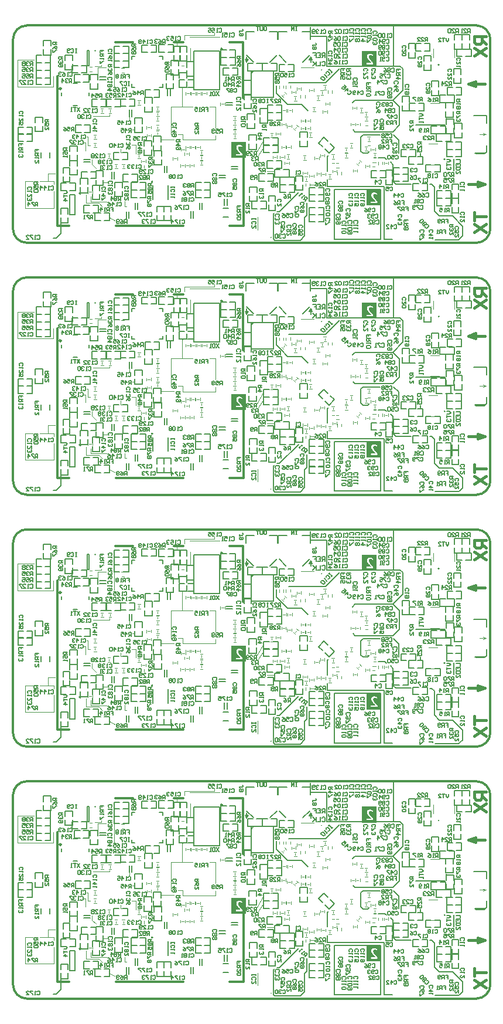
<source format=gbo>
G04 Layer_Color=32896*
%FSLAX44Y44*%
%MOMM*%
G71*
G01*
G75*
%ADD11C,0.3090*%
%ADD12C,0.2000*%
%ADD13C,0.3000*%
%ADD52C,0.1500*%
%ADD55C,0.4000*%
%ADD57C,0.1000*%
%ADD59C,0.2500*%
%ADD118C,0.1270*%
%ADD120C,0.0254*%
%ADD121C,0.2540*%
D11*
X69250Y222500D02*
G03*
X69250Y222500I-1000J0D01*
G01*
Y586200D02*
G03*
X69250Y586200I-1000J0D01*
G01*
Y949900D02*
G03*
X69250Y949900I-1000J0D01*
G01*
Y1313600D02*
G03*
X69250Y1313600I-1000J0D01*
G01*
D12*
X222309Y259350D02*
G03*
X222309Y259350I-559J0D01*
G01*
X446309Y250000D02*
G03*
X446309Y250000I-559J0D01*
G01*
X373059Y8000D02*
G03*
X373059Y8000I-559J0D01*
G01*
X418750Y261000D02*
X428750Y271000D01*
X384750Y271000D02*
X394750Y261000D01*
X383750Y305000D02*
X395750D01*
X383750Y294000D02*
Y305000D01*
X429750Y294000D02*
X429750Y305000D01*
X417750D02*
X429750D01*
X371500Y261000D02*
X381500Y271000D01*
X337500Y271000D02*
X347500Y261000D01*
X336500Y305000D02*
X348500D01*
X336500D02*
X336500Y294000D01*
X382500D02*
Y305000D01*
X370500D02*
X382500D01*
X107250Y277500D02*
X110250D01*
X107250Y255500D02*
X110250D01*
Y277500D01*
X107250Y255500D02*
Y277500D01*
X211750Y224600D02*
X216250D01*
Y229100D01*
X171750Y224600D02*
X176250D01*
X171750D02*
Y229100D01*
Y264600D02*
Y269100D01*
X176250D01*
X211750D02*
X216250D01*
Y264600D02*
Y269100D01*
X582000Y169750D02*
X624500D01*
X451000Y267897D02*
Y274395D01*
X447751D01*
X446668Y273312D01*
Y271146D01*
X447751Y270063D01*
X451000D01*
X448834D02*
X446668Y267897D01*
X440170Y274395D02*
X444502D01*
Y267897D01*
X440170D01*
X444502Y271146D02*
X442336D01*
X433672Y274395D02*
X438004D01*
Y271146D01*
X435838D01*
X438004D01*
Y267897D01*
X446668Y260715D02*
X447751Y261798D01*
X449917D01*
X451000Y260715D01*
Y256383D01*
X449917Y255300D01*
X447751D01*
X446668Y256383D01*
X444502Y261798D02*
Y255300D01*
X440170D01*
X438004Y261798D02*
Y255300D01*
Y257466D01*
X433672Y261798D01*
X436921Y258549D01*
X433672Y255300D01*
X222309Y623050D02*
G03*
X222309Y623050I-559J0D01*
G01*
X446309Y613700D02*
G03*
X446309Y613700I-559J0D01*
G01*
X373059Y371700D02*
G03*
X373059Y371700I-559J0D01*
G01*
X418750Y624700D02*
X428750Y634700D01*
X384750Y634700D02*
X394750Y624700D01*
X383750Y668700D02*
X395750D01*
X383750Y657700D02*
Y668700D01*
X429750Y657700D02*
X429750Y668700D01*
X417750D02*
X429750D01*
X371500Y624700D02*
X381500Y634700D01*
X337500Y634700D02*
X347500Y624700D01*
X336500Y668700D02*
X348500D01*
X336500D02*
X336500Y657700D01*
X382500D02*
Y668700D01*
X370500D02*
X382500D01*
X107250Y641200D02*
X110250D01*
X107250Y619200D02*
X110250D01*
Y641200D01*
X107250Y619200D02*
Y641200D01*
X211750Y588300D02*
X216250D01*
Y592800D01*
X171750Y588300D02*
X176250D01*
X171750D02*
Y592800D01*
Y628300D02*
Y632800D01*
X176250D01*
X211750D02*
X216250D01*
Y628300D02*
Y632800D01*
X582000Y533450D02*
X624500D01*
X451000Y631597D02*
Y638095D01*
X447751D01*
X446668Y637012D01*
Y634846D01*
X447751Y633763D01*
X451000D01*
X448834D02*
X446668Y631597D01*
X440170Y638095D02*
X444502D01*
Y631597D01*
X440170D01*
X444502Y634846D02*
X442336D01*
X433672Y638095D02*
X438004D01*
Y634846D01*
X435838D01*
X438004D01*
Y631597D01*
X446668Y624415D02*
X447751Y625498D01*
X449917D01*
X451000Y624415D01*
Y620083D01*
X449917Y619000D01*
X447751D01*
X446668Y620083D01*
X444502Y625498D02*
Y619000D01*
X440170D01*
X438004Y625498D02*
Y619000D01*
Y621166D01*
X433672Y625498D01*
X436921Y622249D01*
X433672Y619000D01*
X222309Y986750D02*
G03*
X222309Y986750I-559J0D01*
G01*
X446309Y977400D02*
G03*
X446309Y977400I-559J0D01*
G01*
X373059Y735400D02*
G03*
X373059Y735400I-559J0D01*
G01*
X418750Y988400D02*
X428750Y998400D01*
X384750Y998400D02*
X394750Y988400D01*
X383750Y1032400D02*
X395750D01*
X383750Y1021400D02*
Y1032400D01*
X429750Y1021400D02*
X429750Y1032400D01*
X417750D02*
X429750D01*
X371500Y988400D02*
X381500Y998400D01*
X337500Y998400D02*
X347500Y988400D01*
X336500Y1032400D02*
X348500D01*
X336500D02*
X336500Y1021400D01*
X382500D02*
Y1032400D01*
X370500D02*
X382500D01*
X107250Y1004900D02*
X110250D01*
X107250Y982900D02*
X110250D01*
Y1004900D01*
X107250Y982900D02*
Y1004900D01*
X211750Y952000D02*
X216250D01*
Y956500D01*
X171750Y952000D02*
X176250D01*
X171750D02*
Y956500D01*
Y992000D02*
Y996500D01*
X176250D01*
X211750D02*
X216250D01*
Y992000D02*
Y996500D01*
X582000Y897150D02*
X624500D01*
X451000Y995297D02*
Y1001795D01*
X447751D01*
X446668Y1000712D01*
Y998546D01*
X447751Y997463D01*
X451000D01*
X448834D02*
X446668Y995297D01*
X440170Y1001795D02*
X444502D01*
Y995297D01*
X440170D01*
X444502Y998546D02*
X442336D01*
X433672Y1001795D02*
X438004D01*
Y998546D01*
X435838D01*
X438004D01*
Y995297D01*
X446668Y988115D02*
X447751Y989198D01*
X449917D01*
X451000Y988115D01*
Y983783D01*
X449917Y982700D01*
X447751D01*
X446668Y983783D01*
X444502Y989198D02*
Y982700D01*
X440170D01*
X438004Y989198D02*
Y982700D01*
Y984866D01*
X433672Y989198D01*
X436921Y985949D01*
X433672Y982700D01*
X222309Y1350450D02*
G03*
X222309Y1350450I-559J0D01*
G01*
X446309Y1341100D02*
G03*
X446309Y1341100I-559J0D01*
G01*
X373059Y1099100D02*
G03*
X373059Y1099100I-559J0D01*
G01*
X418750Y1352100D02*
X428750Y1362100D01*
X384750Y1362100D02*
X394750Y1352100D01*
X383750Y1396100D02*
X395750D01*
X383750Y1385100D02*
Y1396100D01*
X429750Y1385100D02*
X429750Y1396100D01*
X417750D02*
X429750D01*
X371500Y1352100D02*
X381500Y1362100D01*
X337500Y1362100D02*
X347500Y1352100D01*
X336500Y1396100D02*
X348500D01*
X336500D02*
X336500Y1385100D01*
X382500D02*
Y1396100D01*
X370500D02*
X382500D01*
X107250Y1368600D02*
X110250D01*
X107250Y1346600D02*
X110250D01*
Y1368600D01*
X107250Y1346600D02*
Y1368600D01*
X211750Y1315700D02*
X216250D01*
Y1320200D01*
X171750Y1315700D02*
X176250D01*
X171750D02*
Y1320200D01*
Y1355700D02*
Y1360200D01*
X176250D01*
X211750D02*
X216250D01*
Y1355700D02*
Y1360200D01*
X582000Y1260850D02*
X624500D01*
X451000Y1358997D02*
Y1365495D01*
X447751D01*
X446668Y1364412D01*
Y1362247D01*
X447751Y1361163D01*
X451000D01*
X448834D02*
X446668Y1358997D01*
X440170Y1365495D02*
X444502D01*
Y1358997D01*
X440170D01*
X444502Y1362247D02*
X442336D01*
X433672Y1365495D02*
X438004D01*
Y1362247D01*
X435838D01*
X438004D01*
Y1358997D01*
X446668Y1351815D02*
X447751Y1352898D01*
X449917D01*
X451000Y1351815D01*
Y1347483D01*
X449917Y1346400D01*
X447751D01*
X446668Y1347483D01*
X444502Y1352898D02*
Y1346400D01*
X440170D01*
X438004Y1352898D02*
Y1346400D01*
Y1348566D01*
X433672Y1352898D01*
X436921Y1349649D01*
X433672Y1346400D01*
D13*
X690050Y293700D02*
G03*
X670050Y313700I-20000J0D01*
G01*
Y0D02*
G03*
X690050Y20000I0J20000D01*
G01*
X201000Y88000D02*
G03*
X201000Y88000I-250J0D01*
G01*
X0Y20000D02*
G03*
X20000Y0I20000J0D01*
G01*
Y313700D02*
G03*
X0Y293700I0J-20000D01*
G01*
X690000Y19950D02*
Y293750D01*
X148560Y24250D02*
X246230D01*
X148270Y289250D02*
X173000D01*
X233000D02*
X246230D01*
X332500Y209000D02*
Y289050D01*
X313270Y289250D02*
X332500D01*
X313270Y24250D02*
X332500D01*
X64000D02*
X81230D01*
X64000D02*
Y240000D01*
X333000Y24250D02*
Y124000D01*
X20000Y313700D02*
X670050D01*
X50Y19950D02*
Y293750D01*
X20000Y0D02*
X670050D01*
X690050Y657400D02*
G03*
X670050Y677400I-20000J0D01*
G01*
Y363700D02*
G03*
X690050Y383700I0J20000D01*
G01*
X201000Y451700D02*
G03*
X201000Y451700I-250J0D01*
G01*
X0Y383700D02*
G03*
X20000Y363700I20000J0D01*
G01*
Y677400D02*
G03*
X0Y657400I0J-20000D01*
G01*
X690000Y383650D02*
Y657450D01*
X148560Y387950D02*
X246230D01*
X148270Y652950D02*
X173000D01*
X233000D02*
X246230D01*
X332500Y572700D02*
Y652750D01*
X313270Y652950D02*
X332500D01*
X313270Y387950D02*
X332500D01*
X64000D02*
X81230D01*
X64000D02*
Y603700D01*
X333000Y387950D02*
Y487700D01*
X20000Y677400D02*
X670050D01*
X50Y383650D02*
Y657450D01*
X20000Y363700D02*
X670050D01*
X690050Y1021100D02*
G03*
X670050Y1041100I-20000J0D01*
G01*
Y727400D02*
G03*
X690050Y747400I0J20000D01*
G01*
X201000Y815400D02*
G03*
X201000Y815400I-250J0D01*
G01*
X0Y747400D02*
G03*
X20000Y727400I20000J0D01*
G01*
Y1041100D02*
G03*
X0Y1021100I0J-20000D01*
G01*
X690000Y747350D02*
Y1021151D01*
X148560Y751650D02*
X246230D01*
X148270Y1016650D02*
X173000D01*
X233000D02*
X246230D01*
X332500Y936400D02*
Y1016450D01*
X313270Y1016650D02*
X332500D01*
X313270Y751650D02*
X332500D01*
X64000D02*
X81230D01*
X64000D02*
Y967400D01*
X333000Y751650D02*
Y851400D01*
X20000Y1041100D02*
X670050D01*
X50Y747350D02*
Y1021151D01*
X20000Y727400D02*
X670050D01*
X690050Y1384800D02*
G03*
X670050Y1404800I-20000J0D01*
G01*
Y1091100D02*
G03*
X690050Y1111100I0J20000D01*
G01*
X201000Y1179100D02*
G03*
X201000Y1179100I-250J0D01*
G01*
X0Y1111100D02*
G03*
X20000Y1091100I20000J0D01*
G01*
Y1404800D02*
G03*
X0Y1384800I0J-20000D01*
G01*
X690000Y1111050D02*
Y1384851D01*
X148560Y1115350D02*
X246230D01*
X148270Y1380350D02*
X173000D01*
X233000D02*
X246230D01*
X332500Y1300100D02*
Y1380150D01*
X313270Y1380350D02*
X332500D01*
X313270Y1115350D02*
X332500D01*
X64000D02*
X81230D01*
X64000D02*
Y1331100D01*
X333000Y1115350D02*
Y1215100D01*
X20000Y1404800D02*
X670050D01*
X50Y1111050D02*
Y1384851D01*
X20000Y1091100D02*
X670050D01*
D52*
X616125Y257125D02*
G03*
X616125Y257125I-750J0D01*
G01*
X624625Y120625D02*
G03*
X624625Y120625I-750J0D01*
G01*
X627375Y178875D02*
G03*
X627375Y178875I-750J0D01*
G01*
X382000Y45000D02*
X385250D01*
X425000Y39500D02*
Y57750D01*
X421750Y36250D02*
X425000Y39500D01*
X376250Y6000D02*
X378500Y3750D01*
X549000Y205750D02*
X563500Y220250D01*
X337750Y260500D02*
Y268500D01*
X335625Y264750D02*
X337750Y260500D01*
X339875Y264750D01*
X335625D02*
X339875D01*
X337000Y263750D02*
X338750D01*
X429500Y265250D02*
X431250D01*
X428375Y264250D02*
X432625D01*
X428375D02*
X430500Y268500D01*
X432625Y264250D01*
X430500Y260500D02*
Y268500D01*
X451750Y231250D02*
X472000Y251500D01*
X550000Y255000D02*
X559750D01*
X545250Y313750D02*
X550000D01*
X58250Y6500D02*
X62750D01*
X69500Y13250D01*
Y28750D01*
X609250Y45500D02*
X616250Y38500D01*
X635250D01*
X649750Y24000D01*
X558000Y129750D02*
Y148250D01*
X550500Y155750D02*
X558000Y148250D01*
X528500Y122750D02*
X537500D01*
X539750Y120500D01*
X588750Y124750D02*
Y129500D01*
X491500Y163250D02*
X494500Y160250D01*
X512500Y129250D02*
X515250Y132000D01*
X511750Y129250D02*
X512500D01*
X506000D02*
X511750D01*
X503000Y132250D02*
X506000Y129250D01*
X503000Y132250D02*
Y152750D01*
X506000Y155750D01*
X530250D01*
X553500Y84500D02*
X569500D01*
X202250Y62750D02*
Y82750D01*
X224250Y62750D02*
Y82750D01*
X550000Y255000D02*
Y313750D01*
X430000Y297866D02*
Y311116D01*
X429500Y297866D02*
X453750D01*
Y255000D02*
Y297866D01*
Y255000D02*
X550000D01*
X531750Y70250D02*
Y76966D01*
X464250D02*
X531154D01*
X464250Y5250D02*
Y76966D01*
Y5250D02*
X531750D01*
Y70250D01*
X344000Y248250D02*
X376250D01*
X344000Y210250D02*
Y248250D01*
Y210250D02*
X376250D01*
Y248250D01*
X344000Y244750D02*
X347500Y248250D01*
X87250Y230500D02*
X93250D01*
X70250Y212500D02*
Y216500D01*
X87250Y198500D02*
X93250D01*
X110250Y212500D02*
Y216500D01*
X261500Y220750D02*
Y276750D01*
Y220750D02*
X298500D01*
Y276750D01*
X261500D02*
X298500D01*
X494250Y205750D02*
X549000D01*
X490500Y202000D02*
X494250Y205750D01*
X549000D02*
X558500Y196250D01*
Y169750D02*
Y196250D01*
X549000Y160250D02*
X558500Y169750D01*
X494500Y160250D02*
X549000D01*
X398250Y231250D02*
X451750D01*
X380750Y216000D02*
Y227250D01*
Y216000D02*
X387500Y209250D01*
X397250Y199500D01*
X417500D01*
X563500Y220250D02*
Y251250D01*
X559750Y255000D02*
X563500Y251250D01*
X602750Y84250D02*
X605250D01*
X609250Y80250D01*
Y45500D02*
Y80250D01*
X649750Y9750D02*
Y24000D01*
X645750Y5750D02*
X649750Y9750D01*
X644500Y4500D02*
X645750Y5750D01*
X610500Y4500D02*
X644500D01*
X536500Y5250D02*
X548250D01*
X454250Y81250D02*
X536500D01*
Y5250D02*
Y81250D01*
X454250D02*
Y91500D01*
X569500Y84500D02*
X575500D01*
X549500Y88500D02*
X553500Y84500D01*
X549500Y88500D02*
Y112750D01*
X454500Y103500D02*
Y124250D01*
X456250Y126000D01*
X417500Y199500D02*
X426500Y190500D01*
X421750Y10250D02*
Y36250D01*
X376250Y41500D02*
X377750Y43000D01*
X376250Y6000D02*
Y41500D01*
X385250Y45000D02*
X413000Y72750D01*
X637250Y104250D02*
Y121000D01*
X545750Y116500D02*
X549500Y112750D01*
X415250Y3750D02*
X421750Y10250D01*
X378500Y3750D02*
X415250D01*
X598648Y25953D02*
X599944Y25953D01*
X601240Y24657D01*
X601240Y23361D01*
X598648Y20769D01*
X597352D01*
X596056Y22065D01*
Y23361D01*
X597352Y27249D02*
X597352Y28545D01*
X596056Y29841D01*
X594760Y29841D01*
X594112Y29193D01*
Y27897D01*
X592816Y27897D01*
X592168Y27249D01*
Y25953D01*
X593464Y24657D01*
X594760D01*
X595408Y25305D01*
Y26601D01*
X596704D01*
X597352Y27249D01*
X595408Y26601D02*
X594112Y27897D01*
X593464Y31137D02*
X593464Y32433D01*
X592168Y33729D01*
X590872Y33729D01*
X588280Y31137D01*
Y29841D01*
X589576Y28545D01*
X590872D01*
X593464Y31137D01*
X268250Y172500D02*
X262752D01*
Y169751D01*
X263668Y168835D01*
X265501D01*
X266417Y169751D01*
Y172500D01*
Y170667D02*
X268250Y168835D01*
X262752Y163336D02*
X263668Y165169D01*
X265501Y167002D01*
X267334D01*
X268250Y166085D01*
Y164253D01*
X267334Y163336D01*
X266417D01*
X265501Y164253D01*
Y167002D01*
X268250Y157838D02*
Y161504D01*
X264585Y157838D01*
X263668D01*
X262752Y158755D01*
Y160587D01*
X263668Y161504D01*
X302500Y158500D02*
Y163998D01*
X299751D01*
X298835Y163082D01*
Y161249D01*
X299751Y160333D01*
X302500D01*
X300667D02*
X298835Y158500D01*
X293336Y163998D02*
X297002D01*
Y161249D01*
X295169Y162166D01*
X294253D01*
X293336Y161249D01*
Y159416D01*
X294253Y158500D01*
X296085D01*
X297002Y159416D01*
X291504D02*
X290587Y158500D01*
X288755D01*
X287838Y159416D01*
Y163082D01*
X288755Y163998D01*
X290587D01*
X291504Y163082D01*
Y162166D01*
X290587Y161249D01*
X287838D01*
X327252Y304335D02*
Y306167D01*
Y305251D01*
X331834D01*
X332750Y306167D01*
Y307084D01*
X331834Y308000D01*
Y302502D02*
X332750Y301585D01*
Y299753D01*
X331834Y298836D01*
X328168D01*
X327252Y299753D01*
Y301585D01*
X328168Y302502D01*
X329085D01*
X330001Y301585D01*
Y298836D01*
X433252Y284585D02*
Y286417D01*
Y285501D01*
X437834D01*
X438750Y286417D01*
Y287334D01*
X437834Y288250D01*
X434168Y282752D02*
X433252Y281835D01*
Y280003D01*
X434168Y279086D01*
X435085D01*
X436001Y280003D01*
X436917Y279086D01*
X437834D01*
X438750Y280003D01*
Y281835D01*
X437834Y282752D01*
X436917D01*
X436001Y281835D01*
X435085Y282752D01*
X434168D01*
X436001Y281835D02*
Y280003D01*
X35750Y53000D02*
Y58498D01*
X33001D01*
X32085Y57582D01*
Y55749D01*
X33001Y54833D01*
X35750D01*
X33917D02*
X32085Y53000D01*
X30252Y58498D02*
X26586D01*
Y57582D01*
X30252Y53916D01*
Y53000D01*
X22004D02*
Y58498D01*
X24754Y55749D01*
X21088D01*
X660750Y303250D02*
Y308748D01*
X658001D01*
X657085Y307832D01*
Y305999D01*
X658001Y305083D01*
X660750D01*
X658917D02*
X657085Y303250D01*
X651586D02*
X655252D01*
X651586Y306915D01*
Y307832D01*
X652503Y308748D01*
X654335D01*
X655252Y307832D01*
X649754Y303250D02*
X647921D01*
X648837D01*
Y308748D01*
X649754Y307832D01*
X643750Y303250D02*
Y308748D01*
X641001D01*
X640085Y307832D01*
Y305999D01*
X641001Y305083D01*
X643750D01*
X641917D02*
X640085Y303250D01*
X634586D02*
X638252D01*
X634586Y306915D01*
Y307832D01*
X635503Y308748D01*
X637335D01*
X638252Y307832D01*
X632754D02*
X631837Y308748D01*
X630005D01*
X629088Y307832D01*
Y304166D01*
X630005Y303250D01*
X631837D01*
X632754Y304166D01*
Y307832D01*
X630750Y44750D02*
Y50248D01*
X628001D01*
X627085Y49332D01*
Y47499D01*
X628001Y46583D01*
X630750D01*
X628917D02*
X627085Y44750D01*
X625252D02*
X623419D01*
X624335D01*
Y50248D01*
X625252Y49332D01*
X617005Y50248D02*
X620670D01*
Y47499D01*
X618837Y48415D01*
X617921D01*
X617005Y47499D01*
Y45666D01*
X617921Y44750D01*
X619754D01*
X620670Y45666D01*
X629500Y78500D02*
Y83998D01*
X626751D01*
X625835Y83082D01*
Y81249D01*
X626751Y80333D01*
X629500D01*
X627667D02*
X625835Y78500D01*
X624002D02*
X622169D01*
X623085D01*
Y83998D01*
X624002Y83082D01*
X616671Y78500D02*
Y83998D01*
X619420Y81249D01*
X615755D01*
X629668Y246835D02*
X628752Y247751D01*
Y249584D01*
X629668Y250500D01*
X633334D01*
X634250Y249584D01*
Y247751D01*
X633334Y246835D01*
X634250Y241336D02*
Y245002D01*
X630584Y241336D01*
X629668D01*
X628752Y242253D01*
Y244085D01*
X629668Y245002D01*
X634250Y235838D02*
Y239504D01*
X630584Y235838D01*
X629668D01*
X628752Y236754D01*
Y238587D01*
X629668Y239504D01*
X642168Y263335D02*
X641252Y264251D01*
Y266084D01*
X642168Y267000D01*
X645834D01*
X646750Y266084D01*
Y264251D01*
X645834Y263335D01*
X646750Y257836D02*
Y261502D01*
X643084Y257836D01*
X642168D01*
X641252Y258753D01*
Y260585D01*
X642168Y261502D01*
X646750Y256004D02*
Y254171D01*
Y255087D01*
X641252D01*
X642168Y256004D01*
X647918Y40335D02*
X647002Y41251D01*
Y43084D01*
X647918Y44000D01*
X651584D01*
X652500Y43084D01*
Y41251D01*
X651584Y40335D01*
X652500Y38502D02*
Y36669D01*
Y37585D01*
X647002D01*
X647918Y38502D01*
X652500Y30254D02*
Y33920D01*
X648835Y30254D01*
X647918D01*
X647002Y31171D01*
Y33004D01*
X647918Y33920D01*
X647668Y83835D02*
X646752Y84751D01*
Y86584D01*
X647668Y87500D01*
X651334D01*
X652250Y86584D01*
Y84751D01*
X651334Y83835D01*
X652250Y82002D02*
Y80169D01*
Y81085D01*
X646752D01*
X647668Y82002D01*
X652250Y77420D02*
Y75587D01*
Y76504D01*
X646752D01*
X647668Y77420D01*
X453168Y31584D02*
X452252Y32501D01*
Y34334D01*
X453168Y35250D01*
X456834D01*
X457750Y34334D01*
Y32501D01*
X456834Y31584D01*
X452252Y29752D02*
Y26086D01*
X453168D01*
X456834Y29752D01*
X457750D01*
X452668Y61585D02*
X451752Y62501D01*
Y64334D01*
X452668Y65250D01*
X456334D01*
X457250Y64334D01*
Y62501D01*
X456334Y61585D01*
X452668Y59752D02*
X451752Y58835D01*
Y57003D01*
X452668Y56086D01*
X453585D01*
X454501Y57003D01*
X455417Y56086D01*
X456334D01*
X457250Y57003D01*
Y58835D01*
X456334Y59752D01*
X455417D01*
X454501Y58835D01*
X453585Y59752D01*
X452668D01*
X454501Y58835D02*
Y57003D01*
X544835Y79832D02*
X545751Y80748D01*
X547584D01*
X548500Y79832D01*
Y76166D01*
X547584Y75250D01*
X545751D01*
X544835Y76166D01*
X539336Y80748D02*
X543002D01*
Y77999D01*
X541169Y78916D01*
X540253D01*
X539336Y77999D01*
Y76166D01*
X540253Y75250D01*
X542085D01*
X543002Y76166D01*
X580335Y106582D02*
X581251Y107498D01*
X583084D01*
X584000Y106582D01*
Y102916D01*
X583084Y102000D01*
X581251D01*
X580335Y102916D01*
X578502Y106582D02*
X577585Y107498D01*
X575753D01*
X574836Y106582D01*
Y105666D01*
X575753Y104749D01*
X576669D01*
X575753D01*
X574836Y103833D01*
Y102916D01*
X575753Y102000D01*
X577585D01*
X578502Y102916D01*
X115250Y34500D02*
Y39998D01*
X112501D01*
X111585Y39082D01*
Y37249D01*
X112501Y36333D01*
X115250D01*
X113417D02*
X111585Y34500D01*
X109752Y39998D02*
X106086D01*
Y39082D01*
X109752Y35416D01*
Y34500D01*
X104254D02*
X102421D01*
X103337D01*
Y39998D01*
X104254Y39082D01*
X164500Y28000D02*
Y33498D01*
X161751D01*
X160835Y32582D01*
Y30749D01*
X161751Y29833D01*
X164500D01*
X162667D02*
X160835Y28000D01*
X155336Y33498D02*
X157169Y32582D01*
X159002Y30749D01*
Y28916D01*
X158085Y28000D01*
X156253D01*
X155336Y28916D01*
Y29833D01*
X156253Y30749D01*
X159002D01*
X153504Y28916D02*
X152587Y28000D01*
X150754D01*
X149838Y28916D01*
Y32582D01*
X150754Y33498D01*
X152587D01*
X153504Y32582D01*
Y31665D01*
X152587Y30749D01*
X149838D01*
X319585Y222082D02*
X320501Y222998D01*
X322334D01*
X323250Y222082D01*
Y218416D01*
X322334Y217500D01*
X320501D01*
X319585Y218416D01*
X317752Y222082D02*
X316835Y222998D01*
X315003D01*
X314086Y222082D01*
Y221166D01*
X315003Y220249D01*
X314086Y219333D01*
Y218416D01*
X315003Y217500D01*
X316835D01*
X317752Y218416D01*
Y219333D01*
X316835Y220249D01*
X317752Y221166D01*
Y222082D01*
X316835Y220249D02*
X315003D01*
X312254Y222998D02*
X308588D01*
Y222082D01*
X312254Y218416D01*
Y217500D01*
X73252Y75000D02*
X76917D01*
X78750Y73167D01*
X76917Y71335D01*
X73252D01*
Y69502D02*
Y65836D01*
Y67669D01*
X78750D01*
Y61255D02*
X73252D01*
X76001Y64004D01*
Y60338D01*
X319500Y233750D02*
Y239248D01*
X316751D01*
X315835Y238332D01*
Y236499D01*
X316751Y235583D01*
X319500D01*
X317667D02*
X315835Y233750D01*
X311253D02*
Y239248D01*
X314002Y236499D01*
X310336D01*
X308504Y233750D02*
X306671D01*
X307587D01*
Y239248D01*
X308504Y238332D01*
X319500Y225750D02*
Y231248D01*
X316751D01*
X315835Y230332D01*
Y228499D01*
X316751Y227583D01*
X319500D01*
X317667D02*
X315835Y225750D01*
X311253D02*
Y231248D01*
X314002Y228499D01*
X310336D01*
X308504Y230332D02*
X307587Y231248D01*
X305755D01*
X304838Y230332D01*
Y226666D01*
X305755Y225750D01*
X307587D01*
X308504Y226666D01*
Y230332D01*
X324002Y49834D02*
Y53500D01*
X326751D01*
Y51667D01*
Y53500D01*
X329500D01*
Y48002D02*
X324002D01*
Y45253D01*
X324918Y44336D01*
X326751D01*
X327667Y45253D01*
Y48002D01*
Y46169D02*
X329500Y44336D01*
Y38838D02*
Y42504D01*
X325835Y38838D01*
X324918D01*
X324002Y39755D01*
Y41587D01*
X324918Y42504D01*
Y37005D02*
X324002Y36089D01*
Y34256D01*
X324918Y33340D01*
X328584D01*
X329500Y34256D01*
Y36089D01*
X328584Y37005D01*
X324918D01*
X164335Y243248D02*
X168000D01*
Y240499D01*
X166167D01*
X168000D01*
Y237750D01*
X162502D02*
Y243248D01*
X159753D01*
X158836Y242332D01*
Y240499D01*
X159753Y239583D01*
X162502D01*
X160669D02*
X158836Y237750D01*
X157004D02*
X155171D01*
X156087D01*
Y243248D01*
X157004Y242332D01*
X152422D02*
X151505Y243248D01*
X149673D01*
X148756Y242332D01*
Y241416D01*
X149673Y240499D01*
X148756Y239583D01*
Y238666D01*
X149673Y237750D01*
X151505D01*
X152422Y238666D01*
Y239583D01*
X151505Y240499D01*
X152422Y241416D01*
Y242332D01*
X151505Y240499D02*
X149673D01*
X312835Y71332D02*
X313751Y72248D01*
X315584D01*
X316500Y71332D01*
Y67666D01*
X315584Y66750D01*
X313751D01*
X312835Y67666D01*
X311002Y66750D02*
X309169D01*
X310085D01*
Y72248D01*
X311002Y71332D01*
X306420Y72248D02*
X302754D01*
Y71332D01*
X306420Y67666D01*
Y66750D01*
X297256Y72248D02*
X300922D01*
Y69499D01*
X299089Y70416D01*
X298173D01*
X297256Y69499D01*
Y67666D01*
X298173Y66750D01*
X300005D01*
X300922Y67666D01*
X160585Y223082D02*
X161501Y223998D01*
X163334D01*
X164250Y223082D01*
Y219416D01*
X163334Y218500D01*
X161501D01*
X160585Y219416D01*
X158752Y218500D02*
X156919D01*
X157835D01*
Y223998D01*
X158752Y223082D01*
X150505Y223998D02*
X152337Y223082D01*
X154170Y221249D01*
Y219416D01*
X153254Y218500D01*
X151421D01*
X150505Y219416D01*
Y220333D01*
X151421Y221249D01*
X154170D01*
X145006Y223998D02*
X148672D01*
Y221249D01*
X146839Y222166D01*
X145923D01*
X145006Y221249D01*
Y219416D01*
X145923Y218500D01*
X147755D01*
X148672Y219416D01*
X539835Y292582D02*
X540751Y293498D01*
X542584D01*
X543500Y292582D01*
Y288916D01*
X542584Y288000D01*
X540751D01*
X539835Y288916D01*
X538002D02*
X537085Y288000D01*
X535253D01*
X534336Y288916D01*
Y292582D01*
X535253Y293498D01*
X537085D01*
X538002Y292582D01*
Y291665D01*
X537085Y290749D01*
X534336D01*
X529754Y288000D02*
Y293498D01*
X532504Y290749D01*
X528838D01*
X523835Y40332D02*
X524751Y41248D01*
X526584D01*
X527500Y40332D01*
Y36666D01*
X526584Y35750D01*
X524751D01*
X523835Y36666D01*
X522002D02*
X521085Y35750D01*
X519253D01*
X518336Y36666D01*
Y40332D01*
X519253Y41248D01*
X521085D01*
X522002Y40332D01*
Y39416D01*
X521085Y38499D01*
X518336D01*
X516504Y40332D02*
X515587Y41248D01*
X513755D01*
X512838Y40332D01*
Y39416D01*
X513755Y38499D01*
X514671D01*
X513755D01*
X512838Y37583D01*
Y36666D01*
X513755Y35750D01*
X515587D01*
X516504Y36666D01*
X525335Y31832D02*
X526251Y32748D01*
X528084D01*
X529000Y31832D01*
Y28166D01*
X528084Y27250D01*
X526251D01*
X525335Y28166D01*
X523502D02*
X522585Y27250D01*
X520753D01*
X519836Y28166D01*
Y31832D01*
X520753Y32748D01*
X522585D01*
X523502Y31832D01*
Y30916D01*
X522585Y29999D01*
X519836D01*
X514338Y27250D02*
X518004D01*
X514338Y30916D01*
Y31832D01*
X515255Y32748D01*
X517087D01*
X518004Y31832D01*
X539585Y267332D02*
X540501Y268248D01*
X542334D01*
X543250Y267332D01*
Y263666D01*
X542334Y262750D01*
X540501D01*
X539585Y263666D01*
X537752D02*
X536835Y262750D01*
X535003D01*
X534086Y263666D01*
Y267332D01*
X535003Y268248D01*
X536835D01*
X537752Y267332D01*
Y266416D01*
X536835Y265499D01*
X534086D01*
X532254Y262750D02*
X530421D01*
X531337D01*
Y268248D01*
X532254Y267332D01*
X539585Y275582D02*
X540501Y276498D01*
X542334D01*
X543250Y275582D01*
Y271916D01*
X542334Y271000D01*
X540501D01*
X539585Y271916D01*
X537752D02*
X536835Y271000D01*
X535003D01*
X534086Y271916D01*
Y275582D01*
X535003Y276498D01*
X536835D01*
X537752Y275582D01*
Y274666D01*
X536835Y273749D01*
X534086D01*
X532254Y275582D02*
X531337Y276498D01*
X529505D01*
X528588Y275582D01*
Y271916D01*
X529505Y271000D01*
X531337D01*
X532254Y271916D01*
Y275582D01*
X539585Y284082D02*
X540501Y284998D01*
X542334D01*
X543250Y284082D01*
Y280416D01*
X542334Y279500D01*
X540501D01*
X539585Y280416D01*
X537752Y284082D02*
X536835Y284998D01*
X535003D01*
X534086Y284082D01*
Y283165D01*
X535003Y282249D01*
X534086Y281333D01*
Y280416D01*
X535003Y279500D01*
X536835D01*
X537752Y280416D01*
Y281333D01*
X536835Y282249D01*
X537752Y283165D01*
Y284082D01*
X536835Y282249D02*
X535003D01*
X532254Y280416D02*
X531337Y279500D01*
X529505D01*
X528588Y280416D01*
Y284082D01*
X529505Y284998D01*
X531337D01*
X532254Y284082D01*
Y283165D01*
X531337Y282249D01*
X528588D01*
X289668Y96084D02*
X288752Y97001D01*
Y98834D01*
X289668Y99750D01*
X293334D01*
X294250Y98834D01*
Y97001D01*
X293334Y96084D01*
X289668Y94252D02*
X288752Y93335D01*
Y91503D01*
X289668Y90586D01*
X290585D01*
X291501Y91503D01*
X292417Y90586D01*
X293334D01*
X294250Y91503D01*
Y93335D01*
X293334Y94252D01*
X292417D01*
X291501Y93335D01*
X290585Y94252D01*
X289668D01*
X291501Y93335D02*
Y91503D01*
X289668Y88754D02*
X288752Y87837D01*
Y86004D01*
X289668Y85088D01*
X290585D01*
X291501Y86004D01*
X292417Y85088D01*
X293334D01*
X294250Y86004D01*
Y87837D01*
X293334Y88754D01*
X292417D01*
X291501Y87837D01*
X290585Y88754D01*
X289668D01*
X291501Y87837D02*
Y86004D01*
X51750Y178000D02*
X46252D01*
Y175251D01*
X47168Y174335D01*
X49001D01*
X49917Y175251D01*
Y178000D01*
Y176167D02*
X51750Y174335D01*
X46252Y168836D02*
Y172502D01*
X49001D01*
X48085Y170669D01*
Y169753D01*
X49001Y168836D01*
X50834D01*
X51750Y169753D01*
Y171585D01*
X50834Y172502D01*
X51750Y163338D02*
Y167004D01*
X48085Y163338D01*
X47168D01*
X46252Y164254D01*
Y166087D01*
X47168Y167004D01*
X24585Y233332D02*
X25501Y234248D01*
X27334D01*
X28250Y233332D01*
Y229666D01*
X27334Y228750D01*
X25501D01*
X24585Y229666D01*
X22752Y228750D02*
X20919D01*
X21835D01*
Y234248D01*
X22752Y233332D01*
X14504Y228750D02*
X18170D01*
X14504Y232416D01*
Y233332D01*
X15421Y234248D01*
X17254D01*
X18170Y233332D01*
X12672Y234248D02*
X9006D01*
Y233332D01*
X12672Y229666D01*
Y228750D01*
X241750Y149000D02*
X236252D01*
Y146251D01*
X237168Y145335D01*
X239001D01*
X239917Y146251D01*
Y149000D01*
Y147167D02*
X241750Y145335D01*
Y140753D02*
X236252D01*
X239001Y143502D01*
Y139836D01*
X240834Y138004D02*
X241750Y137087D01*
Y135254D01*
X240834Y134338D01*
X237168D01*
X236252Y135254D01*
Y137087D01*
X237168Y138004D01*
X238085D01*
X239001Y137087D01*
Y134338D01*
X186250Y144500D02*
X180752D01*
Y141751D01*
X181668Y140835D01*
X183501D01*
X184417Y141751D01*
Y144500D01*
Y142667D02*
X186250Y140835D01*
Y136253D02*
X180752D01*
X183501Y139002D01*
Y135336D01*
X181668Y133504D02*
X180752Y132587D01*
Y130754D01*
X181668Y129838D01*
X182584D01*
X183501Y130754D01*
X184417Y129838D01*
X185334D01*
X186250Y130754D01*
Y132587D01*
X185334Y133504D01*
X184417D01*
X183501Y132587D01*
X182584Y133504D01*
X181668D01*
X183501Y132587D02*
Y130754D01*
X461750Y305738D02*
X456252D01*
Y302989D01*
X457168Y302073D01*
X459001D01*
X459917Y302989D01*
Y305738D01*
Y303905D02*
X461750Y302073D01*
Y297491D02*
X456252D01*
X459001Y300240D01*
Y296574D01*
X456252Y294742D02*
Y291076D01*
X457168D01*
X460834Y294742D01*
X461750D01*
X188250Y214000D02*
Y219498D01*
X185501D01*
X184585Y218582D01*
Y216749D01*
X185501Y215833D01*
X188250D01*
X186417D02*
X184585Y214000D01*
X180003D02*
Y219498D01*
X182752Y216749D01*
X179086D01*
X173588Y219498D02*
X175421Y218582D01*
X177254Y216749D01*
Y214916D01*
X176337Y214000D01*
X174505D01*
X173588Y214916D01*
Y215833D01*
X174505Y216749D01*
X177254D01*
X170750Y159500D02*
Y164998D01*
X168001D01*
X167085Y164082D01*
Y162249D01*
X168001Y161333D01*
X170750D01*
X168917D02*
X167085Y159500D01*
X162503D02*
Y164998D01*
X165252Y162249D01*
X161586D01*
X156088Y164998D02*
X159754D01*
Y162249D01*
X157921Y163165D01*
X157004D01*
X156088Y162249D01*
Y160416D01*
X157004Y159500D01*
X158837D01*
X159754Y160416D01*
X201750Y123750D02*
X196252D01*
Y121001D01*
X197168Y120084D01*
X199001D01*
X199917Y121001D01*
Y123750D01*
Y121917D02*
X201750Y120084D01*
X197168Y118252D02*
X196252Y117335D01*
Y115503D01*
X197168Y114586D01*
X198085D01*
X199001Y115503D01*
Y116419D01*
Y115503D01*
X199917Y114586D01*
X200834D01*
X201750Y115503D01*
Y117335D01*
X200834Y118252D01*
X196252Y112754D02*
Y109088D01*
X197168D01*
X200834Y112754D01*
X201750D01*
X28250Y256000D02*
Y261498D01*
X25501D01*
X24585Y260582D01*
Y258749D01*
X25501Y257833D01*
X28250D01*
X26417D02*
X24585Y256000D01*
X22752Y260582D02*
X21835Y261498D01*
X20003D01*
X19086Y260582D01*
Y259666D01*
X20003Y258749D01*
X20919D01*
X20003D01*
X19086Y257833D01*
Y256916D01*
X20003Y256000D01*
X21835D01*
X22752Y256916D01*
X17254Y260582D02*
X16337Y261498D01*
X14504D01*
X13588Y260582D01*
Y259666D01*
X14504Y258749D01*
X13588Y257833D01*
Y256916D01*
X14504Y256000D01*
X16337D01*
X17254Y256916D01*
Y257833D01*
X16337Y258749D01*
X17254Y259666D01*
Y260582D01*
X16337Y258749D02*
X14504D01*
X28250Y247250D02*
Y252748D01*
X25501D01*
X24585Y251832D01*
Y249999D01*
X25501Y249083D01*
X28250D01*
X26417D02*
X24585Y247250D01*
X22752Y251832D02*
X21835Y252748D01*
X20003D01*
X19086Y251832D01*
Y250916D01*
X20003Y249999D01*
X20919D01*
X20003D01*
X19086Y249083D01*
Y248166D01*
X20003Y247250D01*
X21835D01*
X22752Y248166D01*
X13588Y252748D02*
X17254D01*
Y249999D01*
X15421Y250916D01*
X14504D01*
X13588Y249999D01*
Y248166D01*
X14504Y247250D01*
X16337D01*
X17254Y248166D01*
X335750Y181750D02*
X330252D01*
Y179001D01*
X331168Y178085D01*
X333001D01*
X333917Y179001D01*
Y181750D01*
Y179917D02*
X335750Y178085D01*
Y176252D02*
Y174419D01*
Y175335D01*
X330252D01*
X331168Y176252D01*
Y171670D02*
X330252Y170754D01*
Y168921D01*
X331168Y168004D01*
X334834D01*
X335750Y168921D01*
Y170754D01*
X334834Y171670D01*
X331168D01*
X360000Y158000D02*
X354502D01*
Y155251D01*
X355418Y154334D01*
X357251D01*
X358167Y155251D01*
Y158000D01*
Y156167D02*
X360000Y154334D01*
Y149753D02*
X354502D01*
X357251Y152502D01*
Y148836D01*
X366250Y170000D02*
X360752D01*
Y167251D01*
X361668Y166334D01*
X363501D01*
X364417Y167251D01*
Y170000D01*
Y168167D02*
X366250Y166334D01*
Y164502D02*
Y162669D01*
Y163585D01*
X360752D01*
X361668Y164502D01*
X354250Y118750D02*
Y124248D01*
X351501D01*
X350584Y123332D01*
Y121499D01*
X351501Y120583D01*
X354250D01*
X352417D02*
X350584Y118750D01*
X348752Y123332D02*
X347835Y124248D01*
X346003D01*
X345086Y123332D01*
Y122416D01*
X346003Y121499D01*
X346919D01*
X346003D01*
X345086Y120583D01*
Y119666D01*
X346003Y118750D01*
X347835D01*
X348752Y119666D01*
X9918Y186084D02*
X9002Y187001D01*
Y188834D01*
X9918Y189750D01*
X13584D01*
X14500Y188834D01*
Y187001D01*
X13584Y186084D01*
X14500Y184252D02*
Y182419D01*
Y183335D01*
X9002D01*
X9918Y184252D01*
X14500Y176005D02*
Y179670D01*
X10834Y176005D01*
X9918D01*
X9002Y176921D01*
Y178754D01*
X9918Y179670D01*
X9002Y170506D02*
Y174172D01*
X11751D01*
X10834Y172339D01*
Y171423D01*
X11751Y170506D01*
X13584D01*
X14500Y171423D01*
Y173255D01*
X13584Y174172D01*
X22168Y76835D02*
X21252Y77751D01*
Y79584D01*
X22168Y80500D01*
X25834D01*
X26750Y79584D01*
Y77751D01*
X25834Y76835D01*
X26750Y75002D02*
Y73169D01*
Y74085D01*
X21252D01*
X22168Y75002D01*
X26750Y66754D02*
Y70420D01*
X23085Y66754D01*
X22168D01*
X21252Y67671D01*
Y69504D01*
X22168Y70420D01*
Y64922D02*
X21252Y64005D01*
Y62173D01*
X22168Y61256D01*
X23085D01*
X24001Y62173D01*
Y63089D01*
Y62173D01*
X24917Y61256D01*
X25834D01*
X26750Y62173D01*
Y64005D01*
X25834Y64922D01*
X54584Y81082D02*
X55501Y81998D01*
X57334D01*
X58250Y81082D01*
Y77416D01*
X57334Y76500D01*
X55501D01*
X54584Y77416D01*
X52752Y76500D02*
X50919D01*
X51835D01*
Y81998D01*
X52752Y81082D01*
X45421Y76500D02*
Y81998D01*
X48170Y79249D01*
X44504D01*
X39923Y76500D02*
Y81998D01*
X42672Y79249D01*
X39006D01*
X522918Y174335D02*
X522002Y175251D01*
Y177084D01*
X522918Y178000D01*
X526584D01*
X527500Y177084D01*
Y175251D01*
X526584Y174335D01*
X522002Y172502D02*
Y168836D01*
X522918D01*
X526584Y172502D01*
X527500D01*
X522002Y167004D02*
Y163338D01*
X522918D01*
X526584Y167004D01*
X527500D01*
X551585Y183832D02*
X552501Y184748D01*
X554334D01*
X555250Y183832D01*
Y180166D01*
X554334Y179250D01*
X552501D01*
X551585Y180166D01*
X547003Y179250D02*
Y184748D01*
X549752Y181999D01*
X546086D01*
X544254Y184748D02*
X540588D01*
Y183832D01*
X544254Y180166D01*
Y179250D01*
X526168Y199084D02*
X525252Y200001D01*
Y201834D01*
X526168Y202750D01*
X529834D01*
X530750Y201834D01*
Y200001D01*
X529834Y199084D01*
X525252Y197252D02*
Y193586D01*
X526168D01*
X529834Y197252D01*
X530750D01*
X525252Y188088D02*
X526168Y189921D01*
X528001Y191754D01*
X529834D01*
X530750Y190837D01*
Y189004D01*
X529834Y188088D01*
X528917D01*
X528001Y189004D01*
Y191754D01*
X544585Y201582D02*
X545501Y202498D01*
X547334D01*
X548250Y201582D01*
Y197917D01*
X547334Y197000D01*
X545501D01*
X544585Y197917D01*
X542752Y201582D02*
X541835Y202498D01*
X540003D01*
X539086Y201582D01*
Y200666D01*
X540003Y199749D01*
X539086Y198833D01*
Y197917D01*
X540003Y197000D01*
X541835D01*
X542752Y197917D01*
Y198833D01*
X541835Y199749D01*
X542752Y200666D01*
Y201582D01*
X541835Y199749D02*
X540003D01*
X537254Y201582D02*
X536337Y202498D01*
X534505D01*
X533588Y201582D01*
Y200666D01*
X534505Y199749D01*
X535421D01*
X534505D01*
X533588Y198833D01*
Y197917D01*
X534505Y197000D01*
X536337D01*
X537254Y197917D01*
X531418Y174585D02*
X530502Y175501D01*
Y177334D01*
X531418Y178250D01*
X535084D01*
X536000Y177334D01*
Y175501D01*
X535084Y174585D01*
X531418Y172752D02*
X530502Y171835D01*
Y170003D01*
X531418Y169086D01*
X532335D01*
X533251Y170003D01*
X534167Y169086D01*
X535084D01*
X536000Y170003D01*
Y171835D01*
X535084Y172752D01*
X534167D01*
X533251Y171835D01*
X532335Y172752D01*
X531418D01*
X533251Y171835D02*
Y170003D01*
X530502Y163588D02*
Y167254D01*
X533251D01*
X532335Y165421D01*
Y164505D01*
X533251Y163588D01*
X535084D01*
X536000Y164505D01*
Y166337D01*
X535084Y167254D01*
X402584Y243832D02*
X403501Y244748D01*
X405334D01*
X406250Y243832D01*
Y240166D01*
X405334Y239250D01*
X403501D01*
X402584Y240166D01*
X400752Y239250D02*
X398919D01*
X399835D01*
Y244748D01*
X400752Y243832D01*
X392505Y244748D02*
X396170D01*
Y241999D01*
X394337Y242915D01*
X393421D01*
X392505Y241999D01*
Y240166D01*
X393421Y239250D01*
X395254D01*
X396170Y240166D01*
X390672Y243832D02*
X389755Y244748D01*
X387923D01*
X387006Y243832D01*
Y240166D01*
X387923Y239250D01*
X389755D01*
X390672Y240166D01*
Y243832D01*
X550835Y176248D02*
X554500D01*
Y173499D01*
X552667D01*
X554500D01*
Y170750D01*
X549002D02*
Y176248D01*
X546253D01*
X545336Y175332D01*
Y173499D01*
X546253Y172583D01*
X549002D01*
X547169D02*
X545336Y170750D01*
X543504Y175332D02*
X542587Y176248D01*
X540755D01*
X539838Y175332D01*
Y174415D01*
X540755Y173499D01*
X541671D01*
X540755D01*
X539838Y172583D01*
Y171666D01*
X540755Y170750D01*
X542587D01*
X543504Y171666D01*
X368750Y207498D02*
X366917D01*
X367834D01*
Y202000D01*
X368750D01*
X366917D01*
X360503Y206582D02*
X361419Y207498D01*
X363252D01*
X364168Y206582D01*
Y202916D01*
X363252Y202000D01*
X361419D01*
X360503Y202916D01*
X358670Y206582D02*
X357754Y207498D01*
X355921D01*
X355005Y206582D01*
Y205665D01*
X355921Y204749D01*
X355005Y203833D01*
Y202916D01*
X355921Y202000D01*
X357754D01*
X358670Y202916D01*
Y203833D01*
X357754Y204749D01*
X358670Y205665D01*
Y206582D01*
X357754Y204749D02*
X355921D01*
X384750Y244750D02*
X379252D01*
Y242001D01*
X380168Y241085D01*
X382001D01*
X382917Y242001D01*
Y244750D01*
Y242917D02*
X384750Y241085D01*
X379252Y235586D02*
Y239252D01*
X382001D01*
X381085Y237419D01*
Y236503D01*
X382001Y235586D01*
X383834D01*
X384750Y236503D01*
Y238335D01*
X383834Y239252D01*
X380168Y233754D02*
X379252Y232837D01*
Y231005D01*
X380168Y230088D01*
X381085D01*
X382001Y231005D01*
X382917Y230088D01*
X383834D01*
X384750Y231005D01*
Y232837D01*
X383834Y233754D01*
X382917D01*
X382001Y232837D01*
X381085Y233754D01*
X380168D01*
X382001Y232837D02*
Y231005D01*
X328750Y239500D02*
X323252D01*
Y236751D01*
X324168Y235835D01*
X326001D01*
X326917Y236751D01*
Y239500D01*
Y237667D02*
X328750Y235835D01*
X323252Y230336D02*
X324168Y232169D01*
X326001Y234002D01*
X327834D01*
X328750Y233085D01*
Y231253D01*
X327834Y230336D01*
X326917D01*
X326001Y231253D01*
Y234002D01*
X328750Y225755D02*
X323252D01*
X326001Y228504D01*
Y224838D01*
X329250Y269250D02*
X323752D01*
Y266501D01*
X324668Y265585D01*
X326501D01*
X327417Y266501D01*
Y269250D01*
Y267417D02*
X329250Y265585D01*
X323752Y260086D02*
X324668Y261919D01*
X326501Y263752D01*
X328334D01*
X329250Y262835D01*
Y261003D01*
X328334Y260086D01*
X327417D01*
X326501Y261003D01*
Y263752D01*
X323752Y254588D02*
X324668Y256421D01*
X326501Y258254D01*
X328334D01*
X329250Y257337D01*
Y255504D01*
X328334Y254588D01*
X327417D01*
X326501Y255504D01*
Y258254D01*
X493592Y28168D02*
X492676Y29085D01*
Y30918D01*
X493592Y31834D01*
X497258D01*
X498174Y30918D01*
Y29085D01*
X497258Y28168D01*
X498174Y26336D02*
Y24503D01*
Y25419D01*
X492676D01*
X493592Y26336D01*
X498174Y21754D02*
Y19921D01*
Y20838D01*
X492676D01*
X493592Y21754D01*
X498174Y17172D02*
Y15339D01*
Y16256D01*
X492676D01*
X493592Y17172D01*
X31752Y131084D02*
Y134750D01*
X34501D01*
Y132917D01*
Y134750D01*
X37250D01*
Y129252D02*
X31752D01*
Y126503D01*
X32668Y125586D01*
X34501D01*
X35417Y126503D01*
Y129252D01*
Y127419D02*
X37250Y125586D01*
Y123754D02*
Y121921D01*
Y122837D01*
X31752D01*
X32668Y123754D01*
X37250Y115506D02*
Y119172D01*
X33584Y115506D01*
X32668D01*
X31752Y116423D01*
Y118255D01*
X32668Y119172D01*
X8502Y139334D02*
Y143000D01*
X11251D01*
Y141167D01*
Y143000D01*
X14000D01*
Y137502D02*
X8502D01*
Y134753D01*
X9418Y133836D01*
X11251D01*
X12167Y134753D01*
Y137502D01*
Y135669D02*
X14000Y133836D01*
Y132004D02*
Y130171D01*
Y131087D01*
X8502D01*
X9418Y132004D01*
Y127422D02*
X8502Y126505D01*
Y124673D01*
X9418Y123756D01*
X10335D01*
X11251Y124673D01*
Y125589D01*
Y124673D01*
X12167Y123756D01*
X13084D01*
X14000Y124673D01*
Y126505D01*
X13084Y127422D01*
X342250Y56500D02*
X336752D01*
Y53751D01*
X337668Y52835D01*
X339501D01*
X340417Y53751D01*
Y56500D01*
Y54667D02*
X342250Y52835D01*
Y51002D02*
Y49169D01*
Y50085D01*
X336752D01*
X337668Y51002D01*
X342250Y42755D02*
Y46420D01*
X338585Y42755D01*
X337668D01*
X336752Y43671D01*
Y45504D01*
X337668Y46420D01*
X362000Y77750D02*
X356502D01*
Y75001D01*
X357418Y74085D01*
X359251D01*
X360167Y75001D01*
Y77750D01*
Y75917D02*
X362000Y74085D01*
Y72252D02*
Y70419D01*
Y71335D01*
X356502D01*
X357418Y72252D01*
Y67670D02*
X356502Y66754D01*
Y64921D01*
X357418Y64005D01*
X358335D01*
X359251Y64921D01*
Y65837D01*
Y64921D01*
X360167Y64005D01*
X361084D01*
X362000Y64921D01*
Y66754D01*
X361084Y67670D01*
X383168Y58835D02*
X382252Y59751D01*
Y61584D01*
X383168Y62500D01*
X386834D01*
X387750Y61584D01*
Y59751D01*
X386834Y58835D01*
X387750Y53336D02*
Y57002D01*
X384085Y53336D01*
X383168D01*
X382252Y54253D01*
Y56085D01*
X383168Y57002D01*
X345502Y35250D02*
Y33417D01*
Y34334D01*
X351000D01*
Y35250D01*
Y33417D01*
X346418Y27003D02*
X345502Y27919D01*
Y29752D01*
X346418Y30668D01*
X350084D01*
X351000Y29752D01*
Y27919D01*
X350084Y27003D01*
X351000Y21504D02*
Y25170D01*
X347335Y21504D01*
X346418D01*
X345502Y22421D01*
Y24254D01*
X346418Y25170D01*
X457862Y250888D02*
X456566Y249592D01*
X457214Y250240D01*
X461102Y246352D01*
X461750Y247000D01*
X460454Y245704D01*
X452678Y244408D02*
X452678Y245704D01*
X453974Y247000D01*
X455270Y247000D01*
X457862Y244408D01*
Y243112D01*
X456566Y241816D01*
X455270D01*
X454622Y239872D02*
X453326Y238576D01*
X453974Y239224D01*
X450087Y243112D01*
X451382Y243112D01*
X448143Y239872D02*
X446847Y239872D01*
X445551Y238576D01*
X445551Y237280D01*
X448143Y234689D01*
X449439D01*
X450734Y235984D01*
Y237280D01*
X448143Y239872D01*
X128250Y209750D02*
Y215248D01*
X125501D01*
X124585Y214332D01*
Y212499D01*
X125501Y211583D01*
X128250D01*
X126417D02*
X124585Y209750D01*
X119086Y215248D02*
X122752D01*
Y212499D01*
X120919Y213416D01*
X120003D01*
X119086Y212499D01*
Y210666D01*
X120003Y209750D01*
X121835D01*
X122752Y210666D01*
X114504Y209750D02*
Y215248D01*
X117254Y212499D01*
X113588D01*
X148750Y210250D02*
Y215748D01*
X146001D01*
X145084Y214832D01*
Y212999D01*
X146001Y212083D01*
X148750D01*
X146917D02*
X145084Y210250D01*
X139586Y215748D02*
X143252D01*
Y212999D01*
X141419Y213916D01*
X140503D01*
X139586Y212999D01*
Y211166D01*
X140503Y210250D01*
X142335D01*
X143252Y211166D01*
X137754Y214832D02*
X136837Y215748D01*
X135005D01*
X134088Y214832D01*
Y213916D01*
X135005Y212999D01*
X135921D01*
X135005D01*
X134088Y212083D01*
Y211166D01*
X135005Y210250D01*
X136837D01*
X137754Y211166D01*
X28250Y238000D02*
Y243498D01*
X25501D01*
X24585Y242582D01*
Y240749D01*
X25501Y239833D01*
X28250D01*
X26417D02*
X24585Y238000D01*
X19086Y243498D02*
X22752D01*
Y240749D01*
X20919Y241665D01*
X20003D01*
X19086Y240749D01*
Y238916D01*
X20003Y238000D01*
X21835D01*
X22752Y238916D01*
X13588Y243498D02*
X17254D01*
Y240749D01*
X15421Y241665D01*
X14504D01*
X13588Y240749D01*
Y238916D01*
X14504Y238000D01*
X16337D01*
X17254Y238916D01*
X78500Y136750D02*
X73002D01*
Y134001D01*
X73918Y133084D01*
X75751D01*
X76667Y134001D01*
Y136750D01*
Y134917D02*
X78500Y133084D01*
X73002Y127586D02*
Y131252D01*
X75751D01*
X74834Y129419D01*
Y128503D01*
X75751Y127586D01*
X77584D01*
X78500Y128503D01*
Y130335D01*
X77584Y131252D01*
X78500Y125754D02*
Y123921D01*
Y124837D01*
X73002D01*
X73918Y125754D01*
X36000Y87750D02*
X30502D01*
Y85001D01*
X31418Y84085D01*
X33251D01*
X34167Y85001D01*
Y87750D01*
Y85917D02*
X36000Y84085D01*
X30502Y78586D02*
Y82252D01*
X33251D01*
X32335Y80419D01*
Y79503D01*
X33251Y78586D01*
X35084D01*
X36000Y79503D01*
Y81335D01*
X35084Y82252D01*
X31418Y76754D02*
X30502Y75837D01*
Y74005D01*
X31418Y73088D01*
X35084D01*
X36000Y74005D01*
Y75837D01*
X35084Y76754D01*
X31418D01*
X87750Y161250D02*
Y166748D01*
X85001D01*
X84085Y165832D01*
Y163999D01*
X85001Y163083D01*
X87750D01*
X85917D02*
X84085Y161250D01*
X78586Y166748D02*
X82252D01*
Y163999D01*
X80419Y164916D01*
X79503D01*
X78586Y163999D01*
Y162166D01*
X79503Y161250D01*
X81335D01*
X82252Y162166D01*
X73088Y166748D02*
X74921Y165832D01*
X76754Y163999D01*
Y162166D01*
X75837Y161250D01*
X74005D01*
X73088Y162166D01*
Y163083D01*
X74005Y163999D01*
X76754D01*
X143250Y257250D02*
X137752D01*
Y254501D01*
X138668Y253585D01*
X140501D01*
X141417Y254501D01*
Y257250D01*
Y255417D02*
X143250Y253585D01*
X138668Y251752D02*
X137752Y250835D01*
Y249003D01*
X138668Y248086D01*
X139585D01*
X140501Y249003D01*
Y249919D01*
Y249003D01*
X141417Y248086D01*
X142334D01*
X143250Y249003D01*
Y250835D01*
X142334Y251752D01*
X137752Y242588D02*
X138668Y244421D01*
X140501Y246254D01*
X142334D01*
X143250Y245337D01*
Y243505D01*
X142334Y242588D01*
X141417D01*
X140501Y243505D01*
Y246254D01*
X71750Y268500D02*
X66252D01*
Y265751D01*
X67168Y264834D01*
X69001D01*
X69917Y265751D01*
Y268500D01*
Y266667D02*
X71750Y264834D01*
X67168Y263002D02*
X66252Y262085D01*
Y260253D01*
X67168Y259336D01*
X68085D01*
X69001Y260253D01*
Y261169D01*
Y260253D01*
X69917Y259336D01*
X70834D01*
X71750Y260253D01*
Y262085D01*
X70834Y263002D01*
Y257504D02*
X71750Y256587D01*
Y254755D01*
X70834Y253838D01*
X67168D01*
X66252Y254755D01*
Y256587D01*
X67168Y257504D01*
X68085D01*
X69001Y256587D01*
Y253838D01*
X84750Y231250D02*
Y236748D01*
X82001D01*
X81084Y235832D01*
Y233999D01*
X82001Y233083D01*
X84750D01*
X82917D02*
X81084Y231250D01*
X79252Y235832D02*
X78335Y236748D01*
X76503D01*
X75586Y235832D01*
Y234916D01*
X76503Y233999D01*
X77419D01*
X76503D01*
X75586Y233083D01*
Y232166D01*
X76503Y231250D01*
X78335D01*
X79252Y232166D01*
X71005Y231250D02*
Y236748D01*
X73754Y233999D01*
X70088D01*
X297500Y217998D02*
X293834Y212500D01*
Y217998D02*
X297500Y212500D01*
X289253Y217998D02*
X291085D01*
X292002Y217082D01*
Y213416D01*
X291085Y212500D01*
X289253D01*
X288336Y213416D01*
Y217082D01*
X289253Y217998D01*
X286504Y212500D02*
X284671D01*
X285587D01*
Y217998D01*
X286504Y217082D01*
X96500Y195248D02*
X92835Y189750D01*
Y195248D02*
X96500Y189750D01*
X91002Y195248D02*
X87336D01*
X89169D01*
Y189750D01*
X85504D02*
X83671D01*
X84587D01*
Y195248D01*
X85504Y194332D01*
X92000Y279998D02*
X90167D01*
X91084D01*
Y274500D01*
X92000D01*
X90167D01*
X83753Y279082D02*
X84669Y279998D01*
X86502D01*
X87418Y279082D01*
Y275416D01*
X86502Y274500D01*
X84669D01*
X83753Y275416D01*
X81920D02*
X81004Y274500D01*
X79171D01*
X78254Y275416D01*
Y279082D01*
X79171Y279998D01*
X81004D01*
X81920Y279082D01*
Y278165D01*
X81004Y277249D01*
X78254D01*
X168500Y232498D02*
X166667D01*
X167584D01*
Y227000D01*
X168500D01*
X166667D01*
X160253Y231582D02*
X161169Y232498D01*
X163002D01*
X163918Y231582D01*
Y227916D01*
X163002Y227000D01*
X161169D01*
X160253Y227916D01*
X158420Y232498D02*
X154754D01*
Y231582D01*
X158420Y227916D01*
Y227000D01*
X125752Y274335D02*
Y278000D01*
X128501D01*
Y276167D01*
Y278000D01*
X131250D01*
Y272502D02*
X125752D01*
Y269753D01*
X126668Y268836D01*
X128501D01*
X129417Y269753D01*
Y272502D01*
Y270669D02*
X131250Y268836D01*
Y267004D02*
Y265171D01*
Y266087D01*
X125752D01*
X126668Y267004D01*
X125752Y262422D02*
Y258756D01*
X126668D01*
X130334Y262422D01*
X131250D01*
X81835Y245332D02*
X82751Y246248D01*
X84584D01*
X85500Y245332D01*
Y241666D01*
X84584Y240750D01*
X82751D01*
X81835Y241666D01*
X80002Y240750D02*
X78169D01*
X79085D01*
Y246248D01*
X80002Y245332D01*
X71754Y246248D02*
X73587Y245332D01*
X75420Y243499D01*
Y241666D01*
X74504Y240750D01*
X72671D01*
X71754Y241666D01*
Y242583D01*
X72671Y243499D01*
X75420D01*
X69922Y245332D02*
X69005Y246248D01*
X67173D01*
X66256Y245332D01*
Y244415D01*
X67173Y243499D01*
X68089D01*
X67173D01*
X66256Y242583D01*
Y241666D01*
X67173Y240750D01*
X69005D01*
X69922Y241666D01*
X129168Y77085D02*
X128252Y78001D01*
Y79834D01*
X129168Y80750D01*
X132834D01*
X133750Y79834D01*
Y78001D01*
X132834Y77085D01*
X133750Y75252D02*
Y73419D01*
Y74335D01*
X128252D01*
X129168Y75252D01*
X133750Y67921D02*
X128252D01*
X131001Y70670D01*
Y67004D01*
X128252Y65172D02*
Y61506D01*
X129168D01*
X132834Y65172D01*
X133750D01*
X452918Y74085D02*
X452002Y75001D01*
Y76834D01*
X452918Y77750D01*
X456584D01*
X457500Y76834D01*
Y75001D01*
X456584Y74085D01*
Y72252D02*
X457500Y71335D01*
Y69503D01*
X456584Y68586D01*
X452918D01*
X452002Y69503D01*
Y71335D01*
X452918Y72252D01*
X453835D01*
X454751Y71335D01*
Y68586D01*
X400584Y41332D02*
X401501Y42248D01*
X403334D01*
X404250Y41332D01*
Y37666D01*
X403334Y36750D01*
X401501D01*
X400584Y37666D01*
X395086Y42248D02*
X398752D01*
Y39499D01*
X396919Y40416D01*
X396003D01*
X395086Y39499D01*
Y37666D01*
X396003Y36750D01*
X397835D01*
X398752Y37666D01*
X389588Y42248D02*
X391421Y41332D01*
X393254Y39499D01*
Y37666D01*
X392337Y36750D01*
X390504D01*
X389588Y37666D01*
Y38583D01*
X390504Y39499D01*
X393254D01*
X352000Y126250D02*
Y131748D01*
X349251D01*
X348335Y130832D01*
Y128999D01*
X349251Y128083D01*
X352000D01*
X350167D02*
X348335Y126250D01*
X342836D02*
X346502D01*
X342836Y129916D01*
Y130832D01*
X343753Y131748D01*
X345585D01*
X346502Y130832D01*
X341004Y127166D02*
X340087Y126250D01*
X338255D01*
X337338Y127166D01*
Y130832D01*
X338255Y131748D01*
X340087D01*
X341004Y130832D01*
Y129916D01*
X340087Y128999D01*
X337338D01*
X387000Y202000D02*
Y207498D01*
X384251D01*
X383335Y206582D01*
Y204749D01*
X384251Y203833D01*
X387000D01*
X385167D02*
X383335Y202000D01*
X377836D02*
X381502D01*
X377836Y205665D01*
Y206582D01*
X378753Y207498D01*
X380585D01*
X381502Y206582D01*
X376004Y207498D02*
X372338D01*
Y206582D01*
X376004Y202916D01*
Y202000D01*
X385750Y169250D02*
Y174748D01*
X383001D01*
X382085Y173832D01*
Y171999D01*
X383001Y171083D01*
X385750D01*
X383917D02*
X382085Y169250D01*
X376586D02*
X380252D01*
X376586Y172915D01*
Y173832D01*
X377503Y174748D01*
X379335D01*
X380252Y173832D01*
X374754D02*
X373837Y174748D01*
X372005D01*
X371088Y173832D01*
Y172915D01*
X372005Y171999D01*
X371088Y171083D01*
Y170166D01*
X372005Y169250D01*
X373837D01*
X374754Y170166D01*
Y171083D01*
X373837Y171999D01*
X374754Y172915D01*
Y173832D01*
X373837Y171999D02*
X372005D01*
X488000Y251027D02*
X482502D01*
Y248278D01*
X483418Y247361D01*
X485251D01*
X486167Y248278D01*
Y251027D01*
Y249194D02*
X488000Y247361D01*
X483418Y245529D02*
X482502Y244612D01*
Y242780D01*
X483418Y241863D01*
X484335D01*
X485251Y242780D01*
Y243696D01*
Y242780D01*
X486167Y241863D01*
X487084D01*
X488000Y242780D01*
Y244612D01*
X487084Y245529D01*
X483418Y240030D02*
X482502Y239114D01*
Y237281D01*
X483418Y236365D01*
X484335D01*
X485251Y237281D01*
Y238198D01*
Y237281D01*
X486167Y236365D01*
X487084D01*
X488000Y237281D01*
Y239114D01*
X487084Y240030D01*
X474252Y247361D02*
Y251027D01*
X477001D01*
Y249194D01*
Y251027D01*
X479750D01*
Y245529D02*
X474252D01*
Y242780D01*
X475168Y241863D01*
X477001D01*
X477918Y242780D01*
Y245529D01*
Y243696D02*
X479750Y241863D01*
X474252Y236365D02*
Y240030D01*
X477001D01*
X476085Y238198D01*
Y237281D01*
X477001Y236365D01*
X478834D01*
X479750Y237281D01*
Y239114D01*
X478834Y240030D01*
X486398Y219109D02*
X487694Y219109D01*
X488990Y217813D01*
X488990Y216517D01*
X486398Y213925D01*
X485102D01*
X483806Y215221D01*
Y216517D01*
X479919Y219109D02*
X483806Y222996D01*
Y219109D01*
X481214Y221700D01*
X479271Y227532D02*
X481862Y224940D01*
X479919Y222996D01*
X479271Y224940D01*
X478623Y225588D01*
X477327D01*
X476031Y224292D01*
Y222996D01*
X477327Y221700D01*
X478623D01*
X502835Y218359D02*
X503751Y219275D01*
X505584D01*
X506500Y218359D01*
Y214693D01*
X505584Y213777D01*
X503751D01*
X502835Y214693D01*
X498253Y213777D02*
Y219275D01*
X501002Y216526D01*
X497337D01*
X495504Y214693D02*
X494587Y213777D01*
X492755D01*
X491838Y214693D01*
Y218359D01*
X492755Y219275D01*
X494587D01*
X495504Y218359D01*
Y217442D01*
X494587Y216526D01*
X491838D01*
X511252Y227111D02*
Y230777D01*
X514001D01*
Y228944D01*
Y230777D01*
X516750D01*
Y225279D02*
X511252D01*
Y222530D01*
X512168Y221613D01*
X514001D01*
X514917Y222530D01*
Y225279D01*
Y223446D02*
X516750Y221613D01*
Y219780D02*
Y217948D01*
Y218864D01*
X511252D01*
X512168Y219780D01*
Y215198D02*
X511252Y214282D01*
Y212449D01*
X512168Y211533D01*
X515834D01*
X516750Y212449D01*
Y214282D01*
X515834Y215198D01*
X512168D01*
X492918Y234361D02*
X492002Y235278D01*
Y237110D01*
X492918Y238027D01*
X496584D01*
X497500Y237110D01*
Y235278D01*
X496584Y234361D01*
X492002Y228863D02*
Y232529D01*
X494751D01*
X493835Y230696D01*
Y229779D01*
X494751Y228863D01*
X496584D01*
X497500Y229779D01*
Y231612D01*
X496584Y232529D01*
X497500Y227030D02*
Y225198D01*
Y226114D01*
X492002D01*
X492918Y227030D01*
X507918Y247611D02*
X507002Y248528D01*
Y250360D01*
X507918Y251277D01*
X511584D01*
X512500Y250360D01*
Y248528D01*
X511584Y247611D01*
X507002Y245779D02*
Y242113D01*
X507918D01*
X511584Y245779D01*
X512500D01*
Y236615D02*
Y240280D01*
X508835Y236615D01*
X507918D01*
X507002Y237531D01*
Y239364D01*
X507918Y240280D01*
X532584Y217832D02*
X533501Y218748D01*
X535334D01*
X536250Y217832D01*
Y214166D01*
X535334Y213250D01*
X533501D01*
X532584Y214166D01*
X530752Y218748D02*
X527086D01*
Y217832D01*
X530752Y214166D01*
Y213250D01*
X525254D02*
X523421D01*
X524337D01*
Y218748D01*
X525254Y217832D01*
X537335Y233832D02*
X538251Y234748D01*
X540084D01*
X541000Y233832D01*
Y230166D01*
X540084Y229250D01*
X538251D01*
X537335Y230166D01*
X535502Y234748D02*
X531836D01*
Y233832D01*
X535502Y230166D01*
Y229250D01*
X527254D02*
Y234748D01*
X530004Y231999D01*
X526338D01*
X552168Y229585D02*
X551252Y230501D01*
Y232334D01*
X552168Y233250D01*
X555834D01*
X556750Y232334D01*
Y230501D01*
X555834Y229585D01*
X556750Y225003D02*
X551252D01*
X554001Y227752D01*
Y224086D01*
X551252Y218588D02*
X552168Y220421D01*
X554001Y222254D01*
X555834D01*
X556750Y221337D01*
Y219505D01*
X555834Y218588D01*
X554917D01*
X554001Y219505D01*
Y222254D01*
X519668Y247834D02*
X518752Y248751D01*
Y250584D01*
X519668Y251500D01*
X523334D01*
X524250Y250584D01*
Y248751D01*
X523334Y247834D01*
X518752Y246002D02*
Y242336D01*
X519668D01*
X523334Y246002D01*
X524250D01*
X519668Y240504D02*
X518752Y239587D01*
Y237754D01*
X519668Y236838D01*
X520584D01*
X521501Y237754D01*
Y238671D01*
Y237754D01*
X522417Y236838D01*
X523334D01*
X524250Y237754D01*
Y239587D01*
X523334Y240504D01*
X542918Y219835D02*
X542002Y220751D01*
Y222584D01*
X542918Y223500D01*
X546584D01*
X547500Y222584D01*
Y220751D01*
X546584Y219835D01*
X542002Y214336D02*
Y218002D01*
X544751D01*
X543834Y216169D01*
Y215253D01*
X544751Y214336D01*
X546584D01*
X547500Y215253D01*
Y217085D01*
X546584Y218002D01*
Y212504D02*
X547500Y211587D01*
Y209755D01*
X546584Y208838D01*
X542918D01*
X542002Y209755D01*
Y211587D01*
X542918Y212504D01*
X543834D01*
X544751Y211587D01*
Y208838D01*
X554502Y247085D02*
Y250750D01*
X557251D01*
Y248917D01*
Y250750D01*
X560000D01*
Y245252D02*
X554502D01*
Y242503D01*
X555418Y241586D01*
X557251D01*
X558167Y242503D01*
Y245252D01*
Y243419D02*
X560000Y241586D01*
Y237005D02*
X554502D01*
X557251Y239754D01*
Y236088D01*
X547335Y251082D02*
X548251Y251998D01*
X550084D01*
X551000Y251082D01*
Y247416D01*
X550084Y246500D01*
X548251D01*
X547335Y247416D01*
X545502Y251082D02*
X544585Y251998D01*
X542753D01*
X541836Y251082D01*
Y250166D01*
X542753Y249249D01*
X541836Y248333D01*
Y247416D01*
X542753Y246500D01*
X544585D01*
X545502Y247416D01*
Y248333D01*
X544585Y249249D01*
X545502Y250166D01*
Y251082D01*
X544585Y249249D02*
X542753D01*
X536338Y251998D02*
X538171Y251082D01*
X540004Y249249D01*
Y247416D01*
X539087Y246500D01*
X537254D01*
X536338Y247416D01*
Y248333D01*
X537254Y249249D01*
X540004D01*
X541335Y242582D02*
X542251Y243498D01*
X544084D01*
X545000Y242582D01*
Y238916D01*
X544084Y238000D01*
X542251D01*
X541335Y238916D01*
X539502Y243498D02*
X535836D01*
Y242582D01*
X539502Y238916D01*
Y238000D01*
X530338Y243498D02*
X534004D01*
Y240749D01*
X532171Y241665D01*
X531255D01*
X530338Y240749D01*
Y238916D01*
X531255Y238000D01*
X533087D01*
X534004Y238916D01*
X597085Y70832D02*
X598001Y71748D01*
X599834D01*
X600750Y70832D01*
Y67166D01*
X599834Y66250D01*
X598001D01*
X597085Y67166D01*
X591586Y71748D02*
X593419Y70832D01*
X595252Y68999D01*
Y67166D01*
X594335Y66250D01*
X592503D01*
X591586Y67166D01*
Y68083D01*
X592503Y68999D01*
X595252D01*
X586088Y71748D02*
X587921Y70832D01*
X589754Y68999D01*
Y67166D01*
X588837Y66250D01*
X587005D01*
X586088Y67166D01*
Y68083D01*
X587005Y68999D01*
X589754D01*
X589334Y61759D02*
X590251Y62675D01*
X592084D01*
X593000Y61759D01*
Y58093D01*
X592084Y57177D01*
X590251D01*
X589334Y58093D01*
X587502Y61759D02*
X586585Y62675D01*
X584753D01*
X583836Y61759D01*
Y60842D01*
X584753Y59926D01*
X583836Y59009D01*
Y58093D01*
X584753Y57177D01*
X586585D01*
X587502Y58093D01*
Y59009D01*
X586585Y59926D01*
X587502Y60842D01*
Y61759D01*
X586585Y59926D02*
X584753D01*
X582004Y57177D02*
X580171D01*
X581087D01*
Y62675D01*
X582004Y61759D01*
X544085Y156332D02*
X545001Y157248D01*
X546834D01*
X547750Y156332D01*
Y152666D01*
X546834Y151750D01*
X545001D01*
X544085Y152666D01*
X538586Y157248D02*
X542252D01*
Y154499D01*
X540419Y155415D01*
X539503D01*
X538586Y154499D01*
Y152666D01*
X539503Y151750D01*
X541335D01*
X542252Y152666D01*
X536754Y156332D02*
X535837Y157248D01*
X534005D01*
X533088Y156332D01*
Y155415D01*
X534005Y154499D01*
X533088Y153583D01*
Y152666D01*
X534005Y151750D01*
X535837D01*
X536754Y152666D01*
Y153583D01*
X535837Y154499D01*
X536754Y155415D01*
Y156332D01*
X535837Y154499D02*
X534005D01*
X544335Y149248D02*
X548000D01*
Y146499D01*
X546167D01*
X548000D01*
Y143750D01*
X542502D02*
Y149248D01*
X539753D01*
X538836Y148332D01*
Y146499D01*
X539753Y145583D01*
X542502D01*
X540669D02*
X538836Y143750D01*
X533338D02*
X537004D01*
X533338Y147416D01*
Y148332D01*
X534254Y149248D01*
X536087D01*
X537004Y148332D01*
X539835Y140082D02*
X540751Y140998D01*
X542584D01*
X543500Y140082D01*
Y136416D01*
X542584Y135500D01*
X540751D01*
X539835Y136416D01*
X535253Y135500D02*
Y140998D01*
X538002Y138249D01*
X534336D01*
X532504Y140082D02*
X531587Y140998D01*
X529754D01*
X528838Y140082D01*
Y139165D01*
X529754Y138249D01*
X528838Y137333D01*
Y136416D01*
X529754Y135500D01*
X531587D01*
X532504Y136416D01*
Y137333D01*
X531587Y138249D01*
X532504Y139165D01*
Y140082D01*
X531587Y138249D02*
X529754D01*
X550418Y140085D02*
X549502Y141001D01*
Y142834D01*
X550418Y143750D01*
X554084D01*
X555000Y142834D01*
Y141001D01*
X554084Y140085D01*
X549502Y138252D02*
Y134586D01*
X550418D01*
X554084Y138252D01*
X555000D01*
X550418Y132754D02*
X549502Y131837D01*
Y130005D01*
X550418Y129088D01*
X551335D01*
X552251Y130005D01*
X553167Y129088D01*
X554084D01*
X555000Y130005D01*
Y131837D01*
X554084Y132754D01*
X553167D01*
X552251Y131837D01*
X551335Y132754D01*
X550418D01*
X552251Y131837D02*
Y130005D01*
X636500Y26427D02*
X631002D01*
Y23678D01*
X631918Y22761D01*
X633751D01*
X634667Y23678D01*
Y26427D01*
Y24594D02*
X636500Y22761D01*
X631918Y20929D02*
X631002Y20012D01*
Y18180D01*
X631918Y17263D01*
X632835D01*
X633751Y18180D01*
Y19096D01*
Y18180D01*
X634667Y17263D01*
X635584D01*
X636500Y18180D01*
Y20012D01*
X635584Y20929D01*
X636500Y11765D02*
Y15430D01*
X632835Y11765D01*
X631918D01*
X631002Y12681D01*
Y14514D01*
X631918Y15430D01*
X625334Y33925D02*
X629000D01*
Y31176D01*
X627167D01*
X629000D01*
Y28427D01*
X623502D02*
Y33925D01*
X620753D01*
X619836Y33009D01*
Y31176D01*
X620753Y30259D01*
X623502D01*
X621669D02*
X619836Y28427D01*
X618004Y29343D02*
X617087Y28427D01*
X615254D01*
X614338Y29343D01*
Y33009D01*
X615254Y33925D01*
X617087D01*
X618004Y33009D01*
Y32092D01*
X617087Y31176D01*
X614338D01*
X639918Y19585D02*
X639002Y20501D01*
Y22334D01*
X639918Y23250D01*
X643584D01*
X644500Y22334D01*
Y20501D01*
X643584Y19585D01*
X639002Y14086D02*
Y17752D01*
X641751D01*
X640835Y15919D01*
Y15003D01*
X641751Y14086D01*
X643584D01*
X644500Y15003D01*
Y16836D01*
X643584Y17752D01*
X644500Y8588D02*
Y12254D01*
X640835Y8588D01*
X639918D01*
X639002Y9505D01*
Y11337D01*
X639918Y12254D01*
X552835Y125332D02*
X553751Y126248D01*
X555584D01*
X556500Y125332D01*
Y121666D01*
X555584Y120750D01*
X553751D01*
X552835Y121666D01*
X547336Y126248D02*
X551002D01*
Y123499D01*
X549169Y124416D01*
X548253D01*
X547336Y123499D01*
Y121666D01*
X548253Y120750D01*
X550085D01*
X551002Y121666D01*
X545504Y125332D02*
X544587Y126248D01*
X542755D01*
X541838Y125332D01*
Y121666D01*
X542755Y120750D01*
X544587D01*
X545504Y121666D01*
Y125332D01*
X588835Y53082D02*
X589751Y53998D01*
X591584D01*
X592500Y53082D01*
Y49416D01*
X591584Y48500D01*
X589751D01*
X588835Y49416D01*
X587002Y53998D02*
X583336D01*
Y53082D01*
X587002Y49416D01*
Y48500D01*
X581504Y49416D02*
X580587Y48500D01*
X578755D01*
X577838Y49416D01*
Y53082D01*
X578755Y53998D01*
X580587D01*
X581504Y53082D01*
Y52165D01*
X580587Y51249D01*
X577838D01*
X408418Y48585D02*
X407502Y49501D01*
Y51334D01*
X408418Y52250D01*
X412084D01*
X413000Y51334D01*
Y49501D01*
X412084Y48585D01*
X407502Y46752D02*
Y43086D01*
X408418D01*
X412084Y46752D01*
X413000D01*
X408418Y41254D02*
X407502Y40337D01*
Y38505D01*
X408418Y37588D01*
X412084D01*
X413000Y38505D01*
Y40337D01*
X412084Y41254D01*
X408418D01*
X416418Y55085D02*
X415502Y56001D01*
Y57834D01*
X416418Y58750D01*
X420084D01*
X421000Y57834D01*
Y56001D01*
X420084Y55085D01*
X415502Y49586D02*
X416418Y51419D01*
X418251Y53252D01*
X420084D01*
X421000Y52336D01*
Y50503D01*
X420084Y49586D01*
X419167D01*
X418251Y50503D01*
Y53252D01*
X420084Y47754D02*
X421000Y46837D01*
Y45005D01*
X420084Y44088D01*
X416418D01*
X415502Y45005D01*
Y46837D01*
X416418Y47754D01*
X417335D01*
X418251Y46837D01*
Y44088D01*
X405418Y23835D02*
X404502Y24751D01*
Y26584D01*
X405418Y27500D01*
X409084D01*
X410000Y26584D01*
Y24751D01*
X409084Y23835D01*
X404502Y18336D02*
X405418Y20169D01*
X407251Y22002D01*
X409084D01*
X410000Y21085D01*
Y19253D01*
X409084Y18336D01*
X408167D01*
X407251Y19253D01*
Y22002D01*
X405418Y16504D02*
X404502Y15587D01*
Y13755D01*
X405418Y12838D01*
X406334D01*
X407251Y13755D01*
X408167Y12838D01*
X409084D01*
X410000Y13755D01*
Y15587D01*
X409084Y16504D01*
X408167D01*
X407251Y15587D01*
X406334Y16504D01*
X405418D01*
X407251Y15587D02*
Y13755D01*
X621834Y18675D02*
X625500D01*
Y15926D01*
X623667D01*
X625500D01*
Y13177D01*
X620002D02*
Y18675D01*
X617253D01*
X616336Y17759D01*
Y15926D01*
X617253Y15009D01*
X620002D01*
X618169D02*
X616336Y13177D01*
X614504D02*
X612671D01*
X613587D01*
Y18675D01*
X614504Y17759D01*
X602418Y15335D02*
X601502Y16251D01*
Y18084D01*
X602418Y19000D01*
X606084D01*
X607000Y18084D01*
Y16251D01*
X606084Y15335D01*
X607000Y10753D02*
X601502D01*
X604251Y13502D01*
Y9836D01*
X607000Y8004D02*
Y6171D01*
Y7087D01*
X601502D01*
X602418Y8004D01*
X390085Y11582D02*
X391001Y12498D01*
X392834D01*
X393750Y11582D01*
Y7916D01*
X392834Y7000D01*
X391001D01*
X390085Y7916D01*
X388252Y11582D02*
X387335Y12498D01*
X385503D01*
X384586Y11582D01*
Y10666D01*
X385503Y9749D01*
X386419D01*
X385503D01*
X384586Y8833D01*
Y7916D01*
X385503Y7000D01*
X387335D01*
X388252Y7916D01*
X382754Y11582D02*
X381837Y12498D01*
X380005D01*
X379088Y11582D01*
Y7916D01*
X380005Y7000D01*
X381837D01*
X382754Y7916D01*
Y11582D01*
X388418Y26585D02*
X387502Y27501D01*
Y29334D01*
X388418Y30250D01*
X392084D01*
X393000Y29334D01*
Y27501D01*
X392084Y26585D01*
X387502Y21086D02*
Y24752D01*
X390251D01*
X389335Y22919D01*
Y22003D01*
X390251Y21086D01*
X392084D01*
X393000Y22003D01*
Y23835D01*
X392084Y24752D01*
X387502Y19254D02*
Y15588D01*
X388418D01*
X392084Y19254D01*
X393000D01*
X380168Y38085D02*
X379252Y39001D01*
Y40834D01*
X380168Y41750D01*
X383834D01*
X384750Y40834D01*
Y39001D01*
X383834Y38085D01*
X380168Y36252D02*
X379252Y35336D01*
Y33503D01*
X380168Y32586D01*
X381085D01*
X382001Y33503D01*
Y34419D01*
Y33503D01*
X382917Y32586D01*
X383834D01*
X384750Y33503D01*
Y35336D01*
X383834Y36252D01*
X380168Y30754D02*
X379252Y29837D01*
Y28005D01*
X380168Y27088D01*
X381085D01*
X382001Y28005D01*
Y28921D01*
Y28005D01*
X382917Y27088D01*
X383834D01*
X384750Y28005D01*
Y29837D01*
X383834Y30754D01*
X413918Y21584D02*
X413002Y22501D01*
Y24334D01*
X413918Y25250D01*
X417584D01*
X418500Y24334D01*
Y22501D01*
X417584Y21584D01*
X413002Y16086D02*
Y19752D01*
X415751D01*
X414835Y17919D01*
Y17003D01*
X415751Y16086D01*
X417584D01*
X418500Y17003D01*
Y18835D01*
X417584Y19752D01*
X413002Y10588D02*
Y14254D01*
X415751D01*
X414835Y12421D01*
Y11504D01*
X415751Y10588D01*
X417584D01*
X418500Y11504D01*
Y13337D01*
X417584Y14254D01*
X551085Y25082D02*
X552001Y25998D01*
X553834D01*
X554750Y25082D01*
Y21416D01*
X553834Y20500D01*
X552001D01*
X551085Y21416D01*
X546503Y20500D02*
Y25998D01*
X549252Y23249D01*
X545586D01*
X540088Y20500D02*
X543754D01*
X540088Y24165D01*
Y25082D01*
X541004Y25998D01*
X542837D01*
X543754Y25082D01*
X589418Y14835D02*
X588502Y15751D01*
Y17584D01*
X589418Y18500D01*
X593084D01*
X594000Y17584D01*
Y15751D01*
X593084Y14835D01*
X588502Y9336D02*
X589418Y11169D01*
X591251Y13002D01*
X593084D01*
X594000Y12085D01*
Y10253D01*
X593084Y9336D01*
X592167D01*
X591251Y10253D01*
Y13002D01*
X588502Y7504D02*
Y3838D01*
X589418D01*
X593084Y7504D01*
X594000D01*
X451750Y82000D02*
Y87498D01*
X449001D01*
X448084Y86582D01*
Y84749D01*
X449001Y83833D01*
X451750D01*
X449917D02*
X448084Y82000D01*
X442586D02*
X446252D01*
X442586Y85666D01*
Y86582D01*
X443503Y87498D01*
X445335D01*
X446252Y86582D01*
X437088Y87498D02*
X438921Y86582D01*
X440754Y84749D01*
Y82916D01*
X439837Y82000D01*
X438004D01*
X437088Y82916D01*
Y83833D01*
X438004Y84749D01*
X440754D01*
X561585Y60498D02*
X565250D01*
Y57749D01*
X563417D01*
X565250D01*
Y55000D01*
X559752D02*
Y60498D01*
X557003D01*
X556086Y59582D01*
Y57749D01*
X557003Y56833D01*
X559752D01*
X557919D02*
X556086Y55000D01*
X550588Y60498D02*
X552421Y59582D01*
X554254Y57749D01*
Y55916D01*
X553337Y55000D01*
X551505D01*
X550588Y55916D01*
Y56833D01*
X551505Y57749D01*
X554254D01*
X397168Y21584D02*
X396252Y22501D01*
Y24334D01*
X397168Y25250D01*
X400834D01*
X401750Y24334D01*
Y22501D01*
X400834Y21584D01*
X397168Y19752D02*
X396252Y18835D01*
Y17003D01*
X397168Y16086D01*
X398084D01*
X399001Y17003D01*
X399917Y16086D01*
X400834D01*
X401750Y17003D01*
Y18835D01*
X400834Y19752D01*
X399917D01*
X399001Y18835D01*
X398084Y19752D01*
X397168D01*
X399001Y18835D02*
Y17003D01*
X401750Y10588D02*
Y14254D01*
X398084Y10588D01*
X397168D01*
X396252Y11504D01*
Y13337D01*
X397168Y14254D01*
X565502Y29585D02*
Y33250D01*
X568251D01*
Y31417D01*
Y33250D01*
X571000D01*
Y27752D02*
X565502D01*
Y25003D01*
X566418Y24086D01*
X568251D01*
X569167Y25003D01*
Y27752D01*
Y25919D02*
X571000Y24086D01*
X566418Y22254D02*
X565502Y21337D01*
Y19504D01*
X566418Y18588D01*
X567335D01*
X568251Y19504D01*
X569167Y18588D01*
X570084D01*
X571000Y19504D01*
Y21337D01*
X570084Y22254D01*
X569167D01*
X568251Y21337D01*
X567335Y22254D01*
X566418D01*
X568251Y21337D02*
Y19504D01*
X567335Y51998D02*
X571000D01*
Y49249D01*
X569167D01*
X571000D01*
Y46500D01*
X565502D02*
Y51998D01*
X562753D01*
X561836Y51082D01*
Y49249D01*
X562753Y48333D01*
X565502D01*
X563669D02*
X561836Y46500D01*
X560004Y51998D02*
X556338D01*
Y51082D01*
X560004Y47416D01*
Y46500D01*
X561085Y70332D02*
X562001Y71248D01*
X563834D01*
X564750Y70332D01*
Y66666D01*
X563834Y65750D01*
X562001D01*
X561085Y66666D01*
X556503Y65750D02*
Y71248D01*
X559252Y68499D01*
X555586D01*
X551004Y65750D02*
Y71248D01*
X553754Y68499D01*
X550088D01*
X557418Y37334D02*
X556502Y38251D01*
Y40084D01*
X557418Y41000D01*
X561084D01*
X562000Y40084D01*
Y38251D01*
X561084Y37334D01*
X562000Y32753D02*
X556502D01*
X559251Y35502D01*
Y31836D01*
X557418Y30004D02*
X556502Y29087D01*
Y27255D01*
X557418Y26338D01*
X558335D01*
X559251Y27255D01*
Y28171D01*
Y27255D01*
X560167Y26338D01*
X561084D01*
X562000Y27255D01*
Y29087D01*
X561084Y30004D01*
X422000Y60250D02*
X425888Y64138D01*
X423944Y66082D01*
X422648Y66082D01*
X421352Y64786D01*
X421352Y63490D01*
X423296Y61546D01*
X422000Y62842D02*
X419408D01*
X418112Y64138D02*
X416816Y65434D01*
X417464Y64786D01*
X421352Y68674D01*
X421352Y67378D01*
X414872D02*
X413576Y68674D01*
X414224Y68026D01*
X418112Y71913D01*
X418112Y70618D01*
X363250Y110750D02*
Y116248D01*
X360501D01*
X359585Y115332D01*
Y113499D01*
X360501Y112583D01*
X363250D01*
X361417D02*
X359585Y110750D01*
X357752Y115332D02*
X356835Y116248D01*
X355003D01*
X354086Y115332D01*
Y114416D01*
X355003Y113499D01*
X355919D01*
X355003D01*
X354086Y112583D01*
Y111666D01*
X355003Y110750D01*
X356835D01*
X357752Y111666D01*
X352254Y115332D02*
X351337Y116248D01*
X349505D01*
X348588Y115332D01*
Y111666D01*
X349505Y110750D01*
X351337D01*
X352254Y111666D01*
Y115332D01*
X352500Y91750D02*
Y97248D01*
X349751D01*
X348835Y96332D01*
Y94499D01*
X349751Y93583D01*
X352500D01*
X350667D02*
X348835Y91750D01*
X347002Y92666D02*
X346085Y91750D01*
X344253D01*
X343336Y92666D01*
Y96332D01*
X344253Y97248D01*
X346085D01*
X347002Y96332D01*
Y95415D01*
X346085Y94499D01*
X343336D01*
X382750Y80750D02*
Y86248D01*
X380001D01*
X379085Y85332D01*
Y83499D01*
X380001Y82583D01*
X382750D01*
X380917D02*
X379085Y80750D01*
X377252Y85332D02*
X376335Y86248D01*
X374503D01*
X373586Y85332D01*
Y84416D01*
X374503Y83499D01*
X373586Y82583D01*
Y81666D01*
X374503Y80750D01*
X376335D01*
X377252Y81666D01*
Y82583D01*
X376335Y83499D01*
X377252Y84416D01*
Y85332D01*
X376335Y83499D02*
X374503D01*
X364500Y102000D02*
Y107498D01*
X361751D01*
X360835Y106582D01*
Y104749D01*
X361751Y103833D01*
X364500D01*
X362667D02*
X360835Y102000D01*
X359002Y107498D02*
X355336D01*
Y106582D01*
X359002Y102916D01*
Y102000D01*
X401000Y64500D02*
Y69998D01*
X398251D01*
X397335Y69082D01*
Y67249D01*
X398251Y66333D01*
X401000D01*
X399167D02*
X397335Y64500D01*
X391836Y69998D02*
X393669Y69082D01*
X395502Y67249D01*
Y65416D01*
X394585Y64500D01*
X392753D01*
X391836Y65416D01*
Y66333D01*
X392753Y67249D01*
X395502D01*
X412085Y103582D02*
X413001Y104498D01*
X414834D01*
X415750Y103582D01*
Y99916D01*
X414834Y99000D01*
X413001D01*
X412085Y99916D01*
X410252Y99000D02*
X408419D01*
X409335D01*
Y104498D01*
X410252Y103582D01*
X189585Y152582D02*
X190501Y153498D01*
X192334D01*
X193250Y152582D01*
Y148916D01*
X192334Y148000D01*
X190501D01*
X189585Y148916D01*
X187752Y148000D02*
X185919D01*
X186835D01*
Y153498D01*
X187752Y152582D01*
X183170D02*
X182254Y153498D01*
X180421D01*
X179505Y152582D01*
Y151665D01*
X180421Y150749D01*
X181337D01*
X180421D01*
X179505Y149833D01*
Y148916D01*
X180421Y148000D01*
X182254D01*
X183170Y148916D01*
X174006Y153498D02*
X177672D01*
Y150749D01*
X175839Y151665D01*
X174923D01*
X174006Y150749D01*
Y148916D01*
X174923Y148000D01*
X176755D01*
X177672Y148916D01*
X181335Y111832D02*
X182251Y112748D01*
X184084D01*
X185000Y111832D01*
Y108166D01*
X184084Y107250D01*
X182251D01*
X181335Y108166D01*
X179502Y107250D02*
X177669D01*
X178585D01*
Y112748D01*
X179502Y111832D01*
X174920D02*
X174004Y112748D01*
X172171D01*
X171255Y111832D01*
Y110915D01*
X172171Y109999D01*
X173087D01*
X172171D01*
X171255Y109083D01*
Y108166D01*
X172171Y107250D01*
X174004D01*
X174920Y108166D01*
X169422Y111832D02*
X168505Y112748D01*
X166673D01*
X165756Y111832D01*
Y110915D01*
X166673Y109999D01*
X167589D01*
X166673D01*
X165756Y109083D01*
Y108166D01*
X166673Y107250D01*
X168505D01*
X169422Y108166D01*
X139334Y110582D02*
X140251Y111498D01*
X142084D01*
X143000Y110582D01*
Y106916D01*
X142084Y106000D01*
X140251D01*
X139334Y106916D01*
X137502Y106000D02*
X135669D01*
X136585D01*
Y111498D01*
X137502Y110582D01*
X132920D02*
X132004Y111498D01*
X130171D01*
X129255Y110582D01*
Y109665D01*
X130171Y108749D01*
X131087D01*
X130171D01*
X129255Y107833D01*
Y106916D01*
X130171Y106000D01*
X132004D01*
X132920Y106916D01*
X127422Y106000D02*
X125589D01*
X126505D01*
Y111498D01*
X127422Y110582D01*
X198584Y104832D02*
X199501Y105748D01*
X201334D01*
X202250Y104832D01*
Y101166D01*
X201334Y100250D01*
X199501D01*
X198584Y101166D01*
X196752Y100250D02*
X194919D01*
X195835D01*
Y105748D01*
X196752Y104832D01*
X188505Y100250D02*
X192170D01*
X188505Y103916D01*
Y104832D01*
X189421Y105748D01*
X191254D01*
X192170Y104832D01*
X186672Y101166D02*
X185755Y100250D01*
X183923D01*
X183006Y101166D01*
Y104832D01*
X183923Y105748D01*
X185755D01*
X186672Y104832D01*
Y103916D01*
X185755Y102999D01*
X183006D01*
X152835Y57832D02*
X153751Y58748D01*
X155584D01*
X156500Y57832D01*
Y54166D01*
X155584Y53250D01*
X153751D01*
X152835Y54166D01*
X151002Y53250D02*
X149169D01*
X150085D01*
Y58748D01*
X151002Y57832D01*
X143671Y53250D02*
Y58748D01*
X146420Y55999D01*
X142754D01*
X137256Y58748D02*
X139089Y57832D01*
X140922Y55999D01*
Y54166D01*
X140005Y53250D01*
X138173D01*
X137256Y54166D01*
Y55083D01*
X138173Y55999D01*
X140922D01*
X116418Y174585D02*
X115502Y175501D01*
Y177334D01*
X116418Y178250D01*
X120084D01*
X121000Y177334D01*
Y175501D01*
X120084Y174585D01*
X121000Y172752D02*
Y170919D01*
Y171835D01*
X115502D01*
X116418Y172752D01*
X121000Y165421D02*
X115502D01*
X118251Y168170D01*
Y164505D01*
X121000Y162672D02*
Y160839D01*
Y161755D01*
X115502D01*
X116418Y162672D01*
X448335Y306820D02*
X449251Y307736D01*
X451084D01*
X452000Y306820D01*
Y303154D01*
X451084Y302238D01*
X449251D01*
X448335Y303154D01*
X446502Y302238D02*
X444669D01*
X445585D01*
Y307736D01*
X446502Y306820D01*
X441920D02*
X441004Y307736D01*
X439171D01*
X438255Y306820D01*
Y305903D01*
X439171Y304987D01*
X440087D01*
X439171D01*
X438255Y304071D01*
Y303154D01*
X439171Y302238D01*
X441004D01*
X441920Y303154D01*
X436422D02*
X435505Y302238D01*
X433673D01*
X432756Y303154D01*
Y306820D01*
X433673Y307736D01*
X435505D01*
X436422Y306820D01*
Y305903D01*
X435505Y304987D01*
X432756D01*
X164918Y151334D02*
X164002Y152251D01*
Y154084D01*
X164918Y155000D01*
X168584D01*
X169500Y154084D01*
Y152251D01*
X168584Y151334D01*
X169500Y149502D02*
Y147669D01*
Y148585D01*
X164002D01*
X164918Y149502D01*
Y144920D02*
X164002Y144004D01*
Y142171D01*
X164918Y141255D01*
X165835D01*
X166751Y142171D01*
Y143087D01*
Y142171D01*
X167667Y141255D01*
X168584D01*
X169500Y142171D01*
Y144004D01*
X168584Y144920D01*
X164002Y135756D02*
X164918Y137589D01*
X166751Y139422D01*
X168584D01*
X169500Y138505D01*
Y136673D01*
X168584Y135756D01*
X167667D01*
X166751Y136673D01*
Y139422D01*
X456918Y272835D02*
X456002Y273751D01*
Y275584D01*
X456918Y276500D01*
X460584D01*
X461500Y275584D01*
Y273751D01*
X460584Y272835D01*
X461500Y271002D02*
Y269169D01*
Y270085D01*
X456002D01*
X456918Y271002D01*
Y266420D02*
X456002Y265504D01*
Y263671D01*
X456918Y262754D01*
X457835D01*
X458751Y263671D01*
Y264587D01*
Y263671D01*
X459667Y262754D01*
X460584D01*
X461500Y263671D01*
Y265504D01*
X460584Y266420D01*
X461500Y258173D02*
X456002D01*
X458751Y260922D01*
Y257256D01*
X118084Y192582D02*
X119001Y193498D01*
X120834D01*
X121750Y192582D01*
Y188916D01*
X120834Y188000D01*
X119001D01*
X118084Y188916D01*
X116252Y188000D02*
X114419D01*
X115335D01*
Y193498D01*
X116252Y192582D01*
X111670D02*
X110754Y193498D01*
X108921D01*
X108005Y192582D01*
Y191665D01*
X108921Y190749D01*
X109837D01*
X108921D01*
X108005Y189833D01*
Y188916D01*
X108921Y188000D01*
X110754D01*
X111670Y188916D01*
X102506Y188000D02*
X106172D01*
X102506Y191665D01*
Y192582D01*
X103423Y193498D01*
X105255D01*
X106172Y192582D01*
X109085Y184082D02*
X110001Y184998D01*
X111834D01*
X112750Y184082D01*
Y180416D01*
X111834Y179500D01*
X110001D01*
X109085Y180416D01*
X107252Y179500D02*
X105419D01*
X106335D01*
Y184998D01*
X107252Y184082D01*
X102670D02*
X101754Y184998D01*
X99921D01*
X99004Y184082D01*
Y183165D01*
X99921Y182249D01*
X100837D01*
X99921D01*
X99004Y181333D01*
Y180416D01*
X99921Y179500D01*
X101754D01*
X102670Y180416D01*
X97172Y184082D02*
X96255Y184998D01*
X94423D01*
X93506Y184082D01*
Y180416D01*
X94423Y179500D01*
X96255D01*
X97172Y180416D01*
Y184082D01*
X101334Y155082D02*
X102251Y155998D01*
X104084D01*
X105000Y155082D01*
Y151416D01*
X104084Y150500D01*
X102251D01*
X101334Y151416D01*
X99502Y150500D02*
X97669D01*
X98585D01*
Y155998D01*
X99502Y155082D01*
X92171Y150500D02*
Y155998D01*
X94920Y153249D01*
X91255D01*
X89422Y155082D02*
X88505Y155998D01*
X86673D01*
X85756Y155082D01*
Y154165D01*
X86673Y153249D01*
X87589D01*
X86673D01*
X85756Y152333D01*
Y151416D01*
X86673Y150500D01*
X88505D01*
X89422Y151416D01*
X476592Y27919D02*
X475676Y28835D01*
Y30668D01*
X476592Y31584D01*
X480258D01*
X481174Y30668D01*
Y28835D01*
X480258Y27919D01*
X481174Y26086D02*
Y24253D01*
Y25169D01*
X475676D01*
X476592Y26086D01*
X481174Y21504D02*
Y19671D01*
Y20588D01*
X475676D01*
X476592Y21504D01*
Y16922D02*
X475676Y16006D01*
Y14173D01*
X476592Y13257D01*
X480258D01*
X481174Y14173D01*
Y16006D01*
X480258Y16922D01*
X476592D01*
X485342Y28168D02*
X484426Y29085D01*
Y30918D01*
X485342Y31834D01*
X489008D01*
X489924Y30918D01*
Y29085D01*
X489008Y28168D01*
X489924Y26336D02*
Y24503D01*
Y25419D01*
X484426D01*
X485342Y26336D01*
Y21754D02*
X484426Y20838D01*
Y19005D01*
X485342Y18089D01*
X489008D01*
X489924Y19005D01*
Y20838D01*
X489008Y21754D01*
X485342D01*
X489008Y16256D02*
X489924Y15339D01*
Y13507D01*
X489008Y12590D01*
X485342D01*
X484426Y13507D01*
Y15339D01*
X485342Y16256D01*
X486259D01*
X487175Y15339D01*
Y12590D01*
X241085Y97332D02*
X242001Y98248D01*
X243834D01*
X244750Y97332D01*
Y93666D01*
X243834Y92750D01*
X242001D01*
X241085Y93666D01*
X239252Y92750D02*
X237419D01*
X238335D01*
Y98248D01*
X239252Y97332D01*
X234670D02*
X233754Y98248D01*
X231921D01*
X231005Y97332D01*
Y93666D01*
X231921Y92750D01*
X233754D01*
X234670Y93666D01*
Y97332D01*
X229172D02*
X228255Y98248D01*
X226423D01*
X225506Y97332D01*
Y96416D01*
X226423Y95499D01*
X225506Y94583D01*
Y93666D01*
X226423Y92750D01*
X228255D01*
X229172Y93666D01*
Y94583D01*
X228255Y95499D01*
X229172Y96416D01*
Y97332D01*
X228255Y95499D02*
X226423D01*
X479835Y271332D02*
X480751Y272248D01*
X482584D01*
X483500Y271332D01*
Y267666D01*
X482584Y266750D01*
X480751D01*
X479835Y267666D01*
X478002Y266750D02*
X476169D01*
X477085D01*
Y272248D01*
X478002Y271332D01*
X469754Y266750D02*
X473420D01*
X469754Y270415D01*
Y271332D01*
X470671Y272248D01*
X472504D01*
X473420Y271332D01*
X467922D02*
X467005Y272248D01*
X465173D01*
X464256Y271332D01*
Y267666D01*
X465173Y266750D01*
X467005D01*
X467922Y267666D01*
Y271332D01*
X503418Y67835D02*
X502502Y68751D01*
Y70584D01*
X503418Y71500D01*
X507084D01*
X508000Y70584D01*
Y68751D01*
X507084Y67835D01*
X508000Y66002D02*
Y64169D01*
Y65085D01*
X502502D01*
X503418Y66002D01*
X508000Y61420D02*
Y59587D01*
Y60504D01*
X502502D01*
X503418Y61420D01*
X507084Y56838D02*
X508000Y55922D01*
Y54089D01*
X507084Y53173D01*
X503418D01*
X502502Y54089D01*
Y55922D01*
X503418Y56838D01*
X504334D01*
X505251Y55922D01*
Y53173D01*
X496168Y305334D02*
X495252Y306251D01*
Y308084D01*
X496168Y309000D01*
X499834D01*
X500750Y308084D01*
Y306251D01*
X499834Y305334D01*
X500750Y303502D02*
Y301669D01*
Y302585D01*
X495252D01*
X496168Y303502D01*
X500750Y298920D02*
Y297087D01*
Y298004D01*
X495252D01*
X496168Y298920D01*
Y294338D02*
X495252Y293422D01*
Y291589D01*
X496168Y290673D01*
X497085D01*
X498001Y291589D01*
X498917Y290673D01*
X499834D01*
X500750Y291589D01*
Y293422D01*
X499834Y294338D01*
X498917D01*
X498001Y293422D01*
X497085Y294338D01*
X496168D01*
X498001Y293422D02*
Y291589D01*
X487842Y305406D02*
X486926Y306323D01*
Y308156D01*
X487842Y309072D01*
X491508D01*
X492424Y308156D01*
Y306323D01*
X491508Y305406D01*
X492424Y303574D02*
Y301741D01*
Y302657D01*
X486926D01*
X487842Y303574D01*
X492424Y298992D02*
Y297159D01*
Y298076D01*
X486926D01*
X487842Y298992D01*
X486926Y294410D02*
Y290745D01*
X487842D01*
X491508Y294410D01*
X492424D01*
X479585Y262582D02*
X480501Y263498D01*
X482334D01*
X483250Y262582D01*
Y258916D01*
X482334Y258000D01*
X480501D01*
X479585Y258916D01*
X477752Y258000D02*
X475919D01*
X476835D01*
Y263498D01*
X477752Y262582D01*
X473170Y258000D02*
X471337D01*
X472254D01*
Y263498D01*
X473170Y262582D01*
X464923Y263498D02*
X466755Y262582D01*
X468588Y260749D01*
Y258916D01*
X467672Y258000D01*
X465839D01*
X464923Y258916D01*
Y259833D01*
X465839Y260749D01*
X468588D01*
X494918Y67585D02*
X494002Y68501D01*
Y70334D01*
X494918Y71250D01*
X498584D01*
X499500Y70334D01*
Y68501D01*
X498584Y67585D01*
X499500Y65752D02*
Y63919D01*
Y64835D01*
X494002D01*
X494918Y65752D01*
X499500Y61170D02*
Y59337D01*
Y60254D01*
X494002D01*
X494918Y61170D01*
X494002Y52923D02*
Y56588D01*
X496751D01*
X495835Y54755D01*
Y53839D01*
X496751Y52923D01*
X498584D01*
X499500Y53839D01*
Y55672D01*
X498584Y56588D01*
X486418Y67585D02*
X485502Y68501D01*
Y70334D01*
X486418Y71250D01*
X490084D01*
X491000Y70334D01*
Y68501D01*
X490084Y67585D01*
X491000Y65752D02*
Y63919D01*
Y64835D01*
X485502D01*
X486418Y65752D01*
X491000Y61170D02*
Y59337D01*
Y60254D01*
X485502D01*
X486418Y61170D01*
Y56588D02*
X485502Y55672D01*
Y53839D01*
X486418Y52923D01*
X487335D01*
X488251Y53839D01*
Y54755D01*
Y53839D01*
X489167Y52923D01*
X490084D01*
X491000Y53839D01*
Y55672D01*
X490084Y56588D01*
X504668Y305334D02*
X503752Y306251D01*
Y308084D01*
X504668Y309000D01*
X508334D01*
X509250Y308084D01*
Y306251D01*
X508334Y305334D01*
X509250Y303502D02*
Y301669D01*
Y302585D01*
X503752D01*
X504668Y303502D01*
X509250Y298920D02*
Y297087D01*
Y298004D01*
X503752D01*
X504668Y298920D01*
X509250Y291589D02*
X503752D01*
X506501Y294338D01*
Y290673D01*
X480835Y307082D02*
X481751Y307998D01*
X483584D01*
X484500Y307082D01*
Y303416D01*
X483584Y302500D01*
X481751D01*
X480835Y303416D01*
X479002Y302500D02*
X477169D01*
X478085D01*
Y307998D01*
X479002Y307082D01*
X474420D02*
X473503Y307998D01*
X471671D01*
X470755Y307082D01*
Y303416D01*
X471671Y302500D01*
X473503D01*
X474420Y303416D01*
Y307082D01*
X465256Y302500D02*
X468922D01*
X465256Y306166D01*
Y307082D01*
X466173Y307998D01*
X468005D01*
X468922Y307082D01*
X544085Y301082D02*
X545001Y301998D01*
X546834D01*
X547750Y301082D01*
Y297416D01*
X546834Y296500D01*
X545001D01*
X544085Y297416D01*
X542252Y296500D02*
X540419D01*
X541335D01*
Y301998D01*
X542252Y301082D01*
X537670D02*
X536754Y301998D01*
X534921D01*
X534005Y301082D01*
Y297416D01*
X534921Y296500D01*
X536754D01*
X537670Y297416D01*
Y301082D01*
X532172D02*
X531255Y301998D01*
X529423D01*
X528506Y301082D01*
Y297416D01*
X529423Y296500D01*
X531255D01*
X532172Y297416D01*
Y301082D01*
X468418Y38085D02*
X467502Y39001D01*
Y40834D01*
X468418Y41750D01*
X472084D01*
X473000Y40834D01*
Y39001D01*
X472084Y38085D01*
Y36252D02*
X473000Y35335D01*
Y33503D01*
X472084Y32586D01*
X468418D01*
X467502Y33503D01*
Y35335D01*
X468418Y36252D01*
X469334D01*
X470251Y35335D01*
Y32586D01*
X472084Y30754D02*
X473000Y29837D01*
Y28005D01*
X472084Y27088D01*
X468418D01*
X467502Y28005D01*
Y29837D01*
X468418Y30754D01*
X469334D01*
X470251Y29837D01*
Y27088D01*
X482668Y45335D02*
X481752Y46251D01*
Y48084D01*
X482668Y49000D01*
X486334D01*
X487250Y48084D01*
Y46251D01*
X486334Y45335D01*
Y43502D02*
X487250Y42585D01*
Y40753D01*
X486334Y39836D01*
X482668D01*
X481752Y40753D01*
Y42585D01*
X482668Y43502D01*
X483585D01*
X484501Y42585D01*
Y39836D01*
X481752Y38004D02*
Y34338D01*
X482668D01*
X486334Y38004D01*
X487250D01*
X471842Y56418D02*
X470926Y57335D01*
Y59168D01*
X471842Y60084D01*
X475508D01*
X476424Y59168D01*
Y57335D01*
X475508Y56418D01*
Y54586D02*
X476424Y53669D01*
Y51837D01*
X475508Y50920D01*
X471842D01*
X470926Y51837D01*
Y53669D01*
X471842Y54586D01*
X472759D01*
X473675Y53669D01*
Y50920D01*
X471842Y49088D02*
X470926Y48171D01*
Y46339D01*
X471842Y45422D01*
X472759D01*
X473675Y46339D01*
X474591Y45422D01*
X475508D01*
X476424Y46339D01*
Y48171D01*
X475508Y49088D01*
X474591D01*
X473675Y48171D01*
X472759Y49088D01*
X471842D01*
X473675Y48171D02*
Y46339D01*
X324418Y206335D02*
X323502Y207251D01*
Y209084D01*
X324418Y210000D01*
X328084D01*
X329000Y209084D01*
Y207251D01*
X328084Y206335D01*
X329000Y204502D02*
Y202669D01*
Y203585D01*
X323502D01*
X324418Y204502D01*
X329000Y199920D02*
Y198087D01*
Y199004D01*
X323502D01*
X324418Y199920D01*
X329000Y191673D02*
Y195338D01*
X325335Y191673D01*
X324418D01*
X323502Y192589D01*
Y194422D01*
X324418Y195338D01*
X513168Y305334D02*
X512252Y306251D01*
Y308084D01*
X513168Y309000D01*
X516834D01*
X517750Y308084D01*
Y306251D01*
X516834Y305334D01*
X517750Y303502D02*
Y301669D01*
Y302585D01*
X512252D01*
X513168Y303502D01*
Y298920D02*
X512252Y298004D01*
Y296171D01*
X513168Y295254D01*
X516834D01*
X517750Y296171D01*
Y298004D01*
X516834Y298920D01*
X513168D01*
X512252Y293422D02*
Y289756D01*
X513168D01*
X516834Y293422D01*
X517750D01*
X479835Y296832D02*
X480751Y297748D01*
X482584D01*
X483500Y296832D01*
Y293166D01*
X482584Y292250D01*
X480751D01*
X479835Y293166D01*
X478002Y292250D02*
X476169D01*
X477085D01*
Y297748D01*
X478002Y296832D01*
X473420D02*
X472504Y297748D01*
X470671D01*
X469754Y296832D01*
Y293166D01*
X470671Y292250D01*
X472504D01*
X473420Y293166D01*
Y296832D01*
X464256Y297748D02*
X466089Y296832D01*
X467922Y294999D01*
Y293166D01*
X467005Y292250D01*
X465173D01*
X464256Y293166D01*
Y294083D01*
X465173Y294999D01*
X467922D01*
X479585Y280082D02*
X480501Y280998D01*
X482334D01*
X483250Y280082D01*
Y276416D01*
X482334Y275500D01*
X480501D01*
X479585Y276416D01*
X477752Y275500D02*
X475919D01*
X476835D01*
Y280998D01*
X477752Y280082D01*
X473170D02*
X472254Y280998D01*
X470421D01*
X469505Y280082D01*
Y276416D01*
X470421Y275500D01*
X472254D01*
X473170Y276416D01*
Y280082D01*
X464923Y275500D02*
Y280998D01*
X467672Y278249D01*
X464006D01*
X479334Y288448D02*
X480251Y289364D01*
X482084D01*
X483000Y288448D01*
Y284782D01*
X482084Y283866D01*
X480251D01*
X479334Y284782D01*
X477502Y283866D02*
X475669D01*
X476585D01*
Y289364D01*
X477502Y288448D01*
X472920D02*
X472004Y289364D01*
X470171D01*
X469254Y288448D01*
Y284782D01*
X470171Y283866D01*
X472004D01*
X472920Y284782D01*
Y288448D01*
X463756Y289364D02*
X467422D01*
Y286615D01*
X465589Y287532D01*
X464673D01*
X463756Y286615D01*
Y284782D01*
X464673Y283866D01*
X466505D01*
X467422Y284782D01*
X97335Y146832D02*
X98251Y147748D01*
X100084D01*
X101000Y146832D01*
Y143166D01*
X100084Y142250D01*
X98251D01*
X97335Y143166D01*
X95502Y142250D02*
X93669D01*
X94585D01*
Y147748D01*
X95502Y146832D01*
X90920D02*
X90004Y147748D01*
X88171D01*
X87254Y146832D01*
Y145915D01*
X88171Y144999D01*
X89087D01*
X88171D01*
X87254Y144083D01*
Y143166D01*
X88171Y142250D01*
X90004D01*
X90920Y143166D01*
X85422Y147748D02*
X81756D01*
Y146832D01*
X85422Y143166D01*
Y142250D01*
X155335Y142332D02*
X156251Y143248D01*
X158084D01*
X159000Y142332D01*
Y138666D01*
X158084Y137750D01*
X156251D01*
X155335Y138666D01*
X153502Y137750D02*
X151669D01*
X152585D01*
Y143248D01*
X153502Y142332D01*
X146171Y137750D02*
Y143248D01*
X148920Y140499D01*
X145254D01*
X143422Y142332D02*
X142505Y143248D01*
X140673D01*
X139756Y142332D01*
Y138666D01*
X140673Y137750D01*
X142505D01*
X143422Y138666D01*
Y142332D01*
X167085Y215082D02*
X168001Y215998D01*
X169834D01*
X170750Y215082D01*
Y211416D01*
X169834Y210500D01*
X168001D01*
X167085Y211416D01*
X165252Y210500D02*
X163419D01*
X164335D01*
Y215998D01*
X165252Y215082D01*
X157921Y210500D02*
Y215998D01*
X160670Y213249D01*
X157004D01*
X151506Y210500D02*
X155172D01*
X151506Y214165D01*
Y215082D01*
X152423Y215998D01*
X154255D01*
X155172Y215082D01*
X34835Y9832D02*
X35751Y10748D01*
X37584D01*
X38500Y9832D01*
Y6166D01*
X37584Y5250D01*
X35751D01*
X34835Y6166D01*
X33002Y5250D02*
X31169D01*
X32085D01*
Y10748D01*
X33002Y9832D01*
X28420Y10748D02*
X24755D01*
Y9832D01*
X28420Y6166D01*
Y5250D01*
X19256D02*
X22922D01*
X19256Y8916D01*
Y9832D01*
X20173Y10748D01*
X22005D01*
X22922Y9832D01*
X139085Y118832D02*
X140001Y119748D01*
X141834D01*
X142750Y118832D01*
Y115166D01*
X141834Y114250D01*
X140001D01*
X139085Y115166D01*
X137252Y114250D02*
X135419D01*
X136335D01*
Y119748D01*
X137252Y118832D01*
X132670D02*
X131754Y119748D01*
X129921D01*
X129004Y118832D01*
Y117915D01*
X129921Y116999D01*
X130837D01*
X129921D01*
X129004Y116083D01*
Y115166D01*
X129921Y114250D01*
X131754D01*
X132670Y115166D01*
X127172Y118832D02*
X126255Y119748D01*
X124423D01*
X123506Y118832D01*
Y117915D01*
X124423Y116999D01*
X123506Y116083D01*
Y115166D01*
X124423Y114250D01*
X126255D01*
X127172Y115166D01*
Y116083D01*
X126255Y116999D01*
X127172Y117915D01*
Y118832D01*
X126255Y116999D02*
X124423D01*
X519334Y49332D02*
X520251Y50248D01*
X522084D01*
X523000Y49332D01*
Y45666D01*
X522084Y44750D01*
X520251D01*
X519334Y45666D01*
X517502D02*
X516585Y44750D01*
X514753D01*
X513836Y45666D01*
Y49332D01*
X514753Y50248D01*
X516585D01*
X517502Y49332D01*
Y48415D01*
X516585Y47499D01*
X513836D01*
X508338Y50248D02*
X510171Y49332D01*
X512004Y47499D01*
Y45666D01*
X511087Y44750D01*
X509254D01*
X508338Y45666D01*
Y46583D01*
X509254Y47499D01*
X512004D01*
X521418Y302085D02*
X520502Y303001D01*
Y304834D01*
X521418Y305750D01*
X525084D01*
X526000Y304834D01*
Y303001D01*
X525084Y302085D01*
X526000Y300252D02*
Y298419D01*
Y299335D01*
X520502D01*
X521418Y300252D01*
Y295670D02*
X520502Y294754D01*
Y292921D01*
X521418Y292005D01*
X525084D01*
X526000Y292921D01*
Y294754D01*
X525084Y295670D01*
X521418D01*
Y290172D02*
X520502Y289255D01*
Y287423D01*
X521418Y286506D01*
X522335D01*
X523251Y287423D01*
Y288339D01*
Y287423D01*
X524167Y286506D01*
X525084D01*
X526000Y287423D01*
Y289255D01*
X525084Y290172D01*
X141085Y50998D02*
X144750D01*
Y48249D01*
X142917D01*
X144750D01*
Y45500D01*
X139252D02*
Y50998D01*
X136503D01*
X135586Y50082D01*
Y48249D01*
X136503Y47333D01*
X139252D01*
X137419D02*
X135586Y45500D01*
X133754D02*
X131921D01*
X132837D01*
Y50998D01*
X133754Y50082D01*
X126423Y45500D02*
Y50998D01*
X129172Y48249D01*
X125506D01*
X278335Y195498D02*
X282000D01*
Y192749D01*
X280167D01*
X282000D01*
Y190000D01*
X276502D02*
Y195498D01*
X273753D01*
X272836Y194582D01*
Y192749D01*
X273753Y191833D01*
X276502D01*
X274669D02*
X272836Y190000D01*
X271004D02*
X269171D01*
X270087D01*
Y195498D01*
X271004Y194582D01*
X262756Y195498D02*
X266422D01*
Y192749D01*
X264589Y193666D01*
X263673D01*
X262756Y192749D01*
Y190916D01*
X263673Y190000D01*
X265505D01*
X266422Y190916D01*
X609835Y98832D02*
X610751Y99748D01*
X612584D01*
X613500Y98832D01*
Y95166D01*
X612584Y94250D01*
X610751D01*
X609835Y95166D01*
X608002Y94250D02*
X606169D01*
X607085D01*
Y99748D01*
X608002Y98832D01*
X603420D02*
X602504Y99748D01*
X600671D01*
X599754Y98832D01*
Y97915D01*
X600671Y96999D01*
X599754Y96083D01*
Y95166D01*
X600671Y94250D01*
X602504D01*
X603420Y95166D01*
Y96083D01*
X602504Y96999D01*
X603420Y97915D01*
Y98832D01*
X602504Y96999D02*
X600671D01*
X231418Y169084D02*
X230502Y170001D01*
Y171834D01*
X231418Y172750D01*
X235084D01*
X236000Y171834D01*
Y170001D01*
X235084Y169084D01*
X236000Y167252D02*
Y165419D01*
Y166335D01*
X230502D01*
X231418Y167252D01*
X236000Y159921D02*
X230502D01*
X233251Y162670D01*
Y159004D01*
X231418Y157172D02*
X230502Y156255D01*
Y154423D01*
X231418Y153506D01*
X232335D01*
X233251Y154423D01*
X234167Y153506D01*
X235084D01*
X236000Y154423D01*
Y156255D01*
X235084Y157172D01*
X234167D01*
X233251Y156255D01*
X232335Y157172D01*
X231418D01*
X233251Y156255D02*
Y154423D01*
X197584Y292332D02*
X198501Y293248D01*
X200334D01*
X201250Y292332D01*
Y288666D01*
X200334Y287750D01*
X198501D01*
X197584Y288666D01*
X195752Y287750D02*
X193919D01*
X194835D01*
Y293248D01*
X195752Y292332D01*
X188421Y287750D02*
Y293248D01*
X191170Y290499D01*
X187505D01*
X185672Y288666D02*
X184755Y287750D01*
X182923D01*
X182006Y288666D01*
Y292332D01*
X182923Y293248D01*
X184755D01*
X185672Y292332D01*
Y291416D01*
X184755Y290499D01*
X182006D01*
X219750Y288000D02*
Y293498D01*
X217001D01*
X216085Y292582D01*
Y290749D01*
X217001Y289833D01*
X219750D01*
X217917D02*
X216085Y288000D01*
X210586Y293498D02*
X212419Y292582D01*
X214252Y290749D01*
Y288916D01*
X213335Y288000D01*
X211503D01*
X210586Y288916D01*
Y289833D01*
X211503Y290749D01*
X214252D01*
X208754Y292582D02*
X207837Y293498D01*
X206005D01*
X205088Y292582D01*
Y291665D01*
X206005Y290749D01*
X206921D01*
X206005D01*
X205088Y289833D01*
Y288916D01*
X206005Y288000D01*
X207837D01*
X208754Y288916D01*
X197250Y91500D02*
Y96998D01*
X194501D01*
X193585Y96082D01*
Y94249D01*
X194501Y93333D01*
X197250D01*
X195417D02*
X193585Y91500D01*
X191752Y96082D02*
X190835Y96998D01*
X189003D01*
X188086Y96082D01*
Y95166D01*
X189003Y94249D01*
X188086Y93333D01*
Y92416D01*
X189003Y91500D01*
X190835D01*
X191752Y92416D01*
Y93333D01*
X190835Y94249D01*
X191752Y95166D01*
Y96082D01*
X190835Y94249D02*
X189003D01*
X182588Y91500D02*
X186254D01*
X182588Y95166D01*
Y96082D01*
X183505Y96998D01*
X185337D01*
X186254Y96082D01*
X155500Y61000D02*
Y66498D01*
X152751D01*
X151834Y65582D01*
Y63749D01*
X152751Y62833D01*
X155500D01*
X153667D02*
X151834Y61000D01*
X150002Y65582D02*
X149085Y66498D01*
X147253D01*
X146336Y65582D01*
Y64665D01*
X147253Y63749D01*
X146336Y62833D01*
Y61916D01*
X147253Y61000D01*
X149085D01*
X150002Y61916D01*
Y62833D01*
X149085Y63749D01*
X150002Y64665D01*
Y65582D01*
X149085Y63749D02*
X147253D01*
X141755Y61000D02*
Y66498D01*
X144504Y63749D01*
X140838D01*
X200750Y85500D02*
X195252D01*
Y82751D01*
X196168Y81835D01*
X198001D01*
X198917Y82751D01*
Y85500D01*
Y83667D02*
X200750Y81835D01*
X196168Y80002D02*
X195252Y79085D01*
Y77253D01*
X196168Y76336D01*
X197085D01*
X198001Y77253D01*
X198917Y76336D01*
X199834D01*
X200750Y77253D01*
Y79085D01*
X199834Y80002D01*
X198917D01*
X198001Y79085D01*
X197085Y80002D01*
X196168D01*
X198001Y79085D02*
Y77253D01*
X195252Y70838D02*
Y74504D01*
X198001D01*
X197085Y72671D01*
Y71754D01*
X198001Y70838D01*
X199834D01*
X200750Y71754D01*
Y73587D01*
X199834Y74504D01*
X261000Y80250D02*
Y85748D01*
X258251D01*
X257335Y84832D01*
Y82999D01*
X258251Y82083D01*
X261000D01*
X259167D02*
X257335Y80250D01*
X255502Y84832D02*
X254585Y85748D01*
X252753D01*
X251836Y84832D01*
Y83916D01*
X252753Y82999D01*
X251836Y82083D01*
Y81166D01*
X252753Y80250D01*
X254585D01*
X255502Y81166D01*
Y82083D01*
X254585Y82999D01*
X255502Y83916D01*
Y84832D01*
X254585Y82999D02*
X252753D01*
X250004Y84832D02*
X249087Y85748D01*
X247255D01*
X246338Y84832D01*
Y83916D01*
X247255Y82999D01*
X248171D01*
X247255D01*
X246338Y82083D01*
Y81166D01*
X247255Y80250D01*
X249087D01*
X250004Y81166D01*
X199750Y67000D02*
X194252D01*
Y64251D01*
X195168Y63334D01*
X197001D01*
X197917Y64251D01*
Y67000D01*
Y65167D02*
X199750Y63334D01*
X194252Y61502D02*
Y57836D01*
X195168D01*
X198834Y61502D01*
X199750D01*
X195168Y56004D02*
X194252Y55087D01*
Y53254D01*
X195168Y52338D01*
X196084D01*
X197001Y53254D01*
X197917Y52338D01*
X198834D01*
X199750Y53254D01*
Y55087D01*
X198834Y56004D01*
X197917D01*
X197001Y55087D01*
X196084Y56004D01*
X195168D01*
X197001Y55087D02*
Y53254D01*
X260750Y68750D02*
Y74248D01*
X258001D01*
X257085Y73332D01*
Y71499D01*
X258001Y70583D01*
X260750D01*
X258917D02*
X257085Y68750D01*
X255252Y74248D02*
X251586D01*
Y73332D01*
X255252Y69666D01*
Y68750D01*
X246088Y74248D02*
X247921Y73332D01*
X249754Y71499D01*
Y69666D01*
X248837Y68750D01*
X247005D01*
X246088Y69666D01*
Y70583D01*
X247005Y71499D01*
X249754D01*
X162418Y77585D02*
X161502Y78501D01*
Y80334D01*
X162418Y81250D01*
X166084D01*
X167000Y80334D01*
Y78501D01*
X166084Y77585D01*
X167000Y75752D02*
Y73919D01*
Y74835D01*
X161502D01*
X162418Y75752D01*
Y71170D02*
X161502Y70254D01*
Y68421D01*
X162418Y67505D01*
X163335D01*
X164251Y68421D01*
X165167Y67505D01*
X166084D01*
X167000Y68421D01*
Y70254D01*
X166084Y71170D01*
X165167D01*
X164251Y70254D01*
X163335Y71170D01*
X162418D01*
X164251Y70254D02*
Y68421D01*
X167000Y62006D02*
Y65672D01*
X163335Y62006D01*
X162418D01*
X161502Y62923D01*
Y64755D01*
X162418Y65672D01*
X249835Y53082D02*
X250751Y53998D01*
X252584D01*
X253500Y53082D01*
Y49416D01*
X252584Y48500D01*
X250751D01*
X249835Y49416D01*
X248002Y48500D02*
X246169D01*
X247085D01*
Y53998D01*
X248002Y53082D01*
X243420Y53998D02*
X239755D01*
Y53082D01*
X243420Y49416D01*
Y48500D01*
X234256Y53998D02*
X236089Y53082D01*
X237922Y51249D01*
Y49416D01*
X237005Y48500D01*
X235173D01*
X234256Y49416D01*
Y50333D01*
X235173Y51249D01*
X237922D01*
X196835Y42832D02*
X197751Y43748D01*
X199584D01*
X200500Y42832D01*
Y39166D01*
X199584Y38250D01*
X197751D01*
X196835Y39166D01*
X195002Y38250D02*
X193169D01*
X194085D01*
Y43748D01*
X195002Y42832D01*
X190420Y43748D02*
X186754D01*
Y42832D01*
X190420Y39166D01*
Y38250D01*
X184922Y43748D02*
X181256D01*
Y42832D01*
X184922Y39166D01*
Y38250D01*
X347668Y204085D02*
X346752Y205001D01*
Y206834D01*
X347668Y207750D01*
X351334D01*
X352250Y206834D01*
Y205001D01*
X351334Y204085D01*
X352250Y202252D02*
Y200419D01*
Y201335D01*
X346752D01*
X347668Y202252D01*
X346752Y194004D02*
X347668Y195837D01*
X349501Y197670D01*
X351334D01*
X352250Y196754D01*
Y194921D01*
X351334Y194004D01*
X350417D01*
X349501Y194921D01*
Y197670D01*
X352250Y188506D02*
Y192172D01*
X348585Y188506D01*
X347668D01*
X346752Y189423D01*
Y191255D01*
X347668Y192172D01*
X257335Y64332D02*
X258251Y65248D01*
X260084D01*
X261000Y64332D01*
Y60666D01*
X260084Y59750D01*
X258251D01*
X257335Y60666D01*
X255502Y59750D02*
X253669D01*
X254585D01*
Y65248D01*
X255502Y64332D01*
X250920D02*
X250004Y65248D01*
X248171D01*
X247255Y64332D01*
Y63415D01*
X248171Y62499D01*
X247255Y61583D01*
Y60666D01*
X248171Y59750D01*
X250004D01*
X250920Y60666D01*
Y61583D01*
X250004Y62499D01*
X250920Y63415D01*
Y64332D01*
X250004Y62499D02*
X248171D01*
X245422Y59750D02*
X243589D01*
X244505D01*
Y65248D01*
X245422Y64332D01*
X166585Y175332D02*
X167501Y176248D01*
X169334D01*
X170250Y175332D01*
Y171666D01*
X169334Y170750D01*
X167501D01*
X166585Y171666D01*
X164752Y170750D02*
X162919D01*
X163835D01*
Y176248D01*
X164752Y175332D01*
X157421Y170750D02*
Y176248D01*
X160170Y173499D01*
X156504D01*
X151006Y176248D02*
X154672D01*
Y173499D01*
X152839Y174415D01*
X151923D01*
X151006Y173499D01*
Y171666D01*
X151923Y170750D01*
X153755D01*
X154672Y171666D01*
X129085Y127332D02*
X130001Y128248D01*
X131834D01*
X132750Y127332D01*
Y123666D01*
X131834Y122750D01*
X130001D01*
X129085Y123666D01*
X127252Y122750D02*
X125419D01*
X126335D01*
Y128248D01*
X127252Y127332D01*
X119004Y122750D02*
X122670D01*
X119004Y126416D01*
Y127332D01*
X119921Y128248D01*
X121754D01*
X122670Y127332D01*
X117172D02*
X116255Y128248D01*
X114423D01*
X113506Y127332D01*
Y126416D01*
X114423Y125499D01*
X113506Y124583D01*
Y123666D01*
X114423Y122750D01*
X116255D01*
X117172Y123666D01*
Y124583D01*
X116255Y125499D01*
X117172Y126416D01*
Y127332D01*
X116255Y125499D02*
X114423D01*
X579835Y96332D02*
X580751Y97248D01*
X582584D01*
X583500Y96332D01*
Y92666D01*
X582584Y91750D01*
X580751D01*
X579835Y92666D01*
X574336Y97248D02*
X576169Y96332D01*
X578002Y94499D01*
Y92666D01*
X577085Y91750D01*
X575253D01*
X574336Y92666D01*
Y93583D01*
X575253Y94499D01*
X578002D01*
X528835Y89582D02*
X529751Y90498D01*
X531584D01*
X532500Y89582D01*
Y85916D01*
X531584Y85000D01*
X529751D01*
X528835Y85916D01*
X524253Y85000D02*
Y90498D01*
X527002Y87749D01*
X523336D01*
X453418Y49335D02*
X452502Y50251D01*
Y52084D01*
X453418Y53000D01*
X457084D01*
X458000Y52084D01*
Y50251D01*
X457084Y49335D01*
X458000Y47502D02*
Y45669D01*
Y46585D01*
X452502D01*
X453418Y47502D01*
Y42920D02*
X452502Y42004D01*
Y40171D01*
X453418Y39255D01*
X457084D01*
X458000Y40171D01*
Y42004D01*
X457084Y42920D01*
X453418D01*
X548335Y192832D02*
X549251Y193748D01*
X551084D01*
X552000Y192832D01*
Y189166D01*
X551084Y188250D01*
X549251D01*
X548335Y189166D01*
X546502Y192832D02*
X545585Y193748D01*
X543753D01*
X542836Y192832D01*
Y191915D01*
X543753Y190999D01*
X542836Y190083D01*
Y189166D01*
X543753Y188250D01*
X545585D01*
X546502Y189166D01*
Y190083D01*
X545585Y190999D01*
X546502Y191915D01*
Y192832D01*
X545585Y190999D02*
X543753D01*
X538255Y188250D02*
Y193748D01*
X541004Y190999D01*
X537338D01*
X318668Y88335D02*
X317752Y89251D01*
Y91084D01*
X318668Y92000D01*
X322334D01*
X323250Y91084D01*
Y89251D01*
X322334Y88335D01*
Y86502D02*
X323250Y85585D01*
Y83753D01*
X322334Y82836D01*
X318668D01*
X317752Y83753D01*
Y85585D01*
X318668Y86502D01*
X319585D01*
X320501Y85585D01*
Y82836D01*
X317752Y77338D02*
Y81004D01*
X320501D01*
X319585Y79171D01*
Y78254D01*
X320501Y77338D01*
X322334D01*
X323250Y78254D01*
Y80087D01*
X322334Y81004D01*
X640752Y120000D02*
X646250D01*
Y116334D01*
X640752Y110836D02*
Y114502D01*
X646250D01*
Y110836D01*
X643501Y114502D02*
Y112669D01*
X640752Y109004D02*
X646250D01*
Y106255D01*
X645334Y105338D01*
X641668D01*
X640752Y106255D01*
Y109004D01*
X646250Y99840D02*
Y103505D01*
X642585Y99840D01*
X641668D01*
X640752Y100756D01*
Y102589D01*
X641668Y103505D01*
X637750Y87500D02*
Y92998D01*
X635001D01*
X634085Y92082D01*
Y90249D01*
X635001Y89333D01*
X637750D01*
X635917D02*
X634085Y87500D01*
X632252Y92998D02*
X628586D01*
Y92082D01*
X632252Y88416D01*
Y87500D01*
X623088Y92998D02*
X626754D01*
Y90249D01*
X624921Y91166D01*
X624005D01*
X623088Y90249D01*
Y88416D01*
X624005Y87500D01*
X625837D01*
X626754Y88416D01*
X646750Y189500D02*
X641252D01*
Y186751D01*
X642168Y185835D01*
X644001D01*
X644917Y186751D01*
Y189500D01*
Y187667D02*
X646750Y185835D01*
X641252Y184002D02*
Y180336D01*
X642168D01*
X645834Y184002D01*
X646750D01*
X642168Y178504D02*
X641252Y177587D01*
Y175755D01*
X642168Y174838D01*
X643084D01*
X644001Y175755D01*
Y176671D01*
Y175755D01*
X644917Y174838D01*
X645834D01*
X646750Y175755D01*
Y177587D01*
X645834Y178504D01*
X138168Y235084D02*
X137252Y236001D01*
Y237834D01*
X138168Y238750D01*
X141834D01*
X142750Y237834D01*
Y236001D01*
X141834Y235084D01*
X142750Y233252D02*
Y231419D01*
Y232335D01*
X137252D01*
X138168Y233252D01*
Y228670D02*
X137252Y227754D01*
Y225921D01*
X138168Y225005D01*
X139085D01*
X140001Y225921D01*
X140917Y225005D01*
X141834D01*
X142750Y225921D01*
Y227754D01*
X141834Y228670D01*
X140917D01*
X140001Y227754D01*
X139085Y228670D01*
X138168D01*
X140001Y227754D02*
Y225921D01*
X142750Y220423D02*
X137252D01*
X140001Y223172D01*
Y219506D01*
X202085Y32582D02*
X203001Y33498D01*
X204834D01*
X205750Y32582D01*
Y28916D01*
X204834Y28000D01*
X203001D01*
X202085Y28916D01*
X200252Y28000D02*
X198419D01*
X199335D01*
Y33498D01*
X200252Y32582D01*
X195670Y33498D02*
X192005D01*
Y32582D01*
X195670Y28916D01*
Y28000D01*
X190172Y32582D02*
X189255Y33498D01*
X187423D01*
X186506Y32582D01*
Y31665D01*
X187423Y30749D01*
X188339D01*
X187423D01*
X186506Y29833D01*
Y28916D01*
X187423Y28000D01*
X189255D01*
X190172Y28916D01*
X244085Y32082D02*
X245001Y32998D01*
X246834D01*
X247750Y32082D01*
Y28416D01*
X246834Y27500D01*
X245001D01*
X244085Y28416D01*
X242252Y27500D02*
X240419D01*
X241335D01*
Y32998D01*
X242252Y32082D01*
X237670Y32998D02*
X234004D01*
Y32082D01*
X237670Y28416D01*
Y27500D01*
X229423D02*
Y32998D01*
X232172Y30249D01*
X228506D01*
X637750Y95750D02*
Y101248D01*
X635001D01*
X634085Y100332D01*
Y98499D01*
X635001Y97583D01*
X637750D01*
X635917D02*
X634085Y95750D01*
X632252Y101248D02*
X628586D01*
Y100332D01*
X632252Y96666D01*
Y95750D01*
X626754Y100332D02*
X625837Y101248D01*
X624005D01*
X623088Y100332D01*
Y96666D01*
X624005Y95750D01*
X625837D01*
X626754Y96666D01*
Y100332D01*
X579250Y176000D02*
X573752D01*
Y173251D01*
X574668Y172335D01*
X576501D01*
X577417Y173251D01*
Y176000D01*
Y174167D02*
X579250Y172335D01*
X573752Y170502D02*
Y166836D01*
X574668D01*
X578334Y170502D01*
X579250D01*
Y161338D02*
Y165004D01*
X575584Y161338D01*
X574668D01*
X573752Y162255D01*
Y164087D01*
X574668Y165004D01*
X238085Y296832D02*
X239001Y297748D01*
X240834D01*
X241750Y296832D01*
Y293166D01*
X240834Y292250D01*
X239001D01*
X238085Y293166D01*
X236252Y292250D02*
X234419D01*
X235335D01*
Y297748D01*
X236252Y296832D01*
X228004Y297748D02*
X231670D01*
Y294999D01*
X229837Y295916D01*
X228921D01*
X228004Y294999D01*
Y293166D01*
X228921Y292250D01*
X230754D01*
X231670Y293166D01*
X226172Y296832D02*
X225255Y297748D01*
X223423D01*
X222506Y296832D01*
Y295916D01*
X223423Y294999D01*
X224339D01*
X223423D01*
X222506Y294083D01*
Y293166D01*
X223423Y292250D01*
X225255D01*
X226172Y293166D01*
X297835Y308582D02*
X298751Y309498D01*
X300584D01*
X301500Y308582D01*
Y304916D01*
X300584Y304000D01*
X298751D01*
X297835Y304916D01*
X296002Y304000D02*
X294169D01*
X295085D01*
Y309498D01*
X296002Y308582D01*
X287754Y309498D02*
X291420D01*
Y306749D01*
X289587Y307666D01*
X288671D01*
X287754Y306749D01*
Y304916D01*
X288671Y304000D01*
X290504D01*
X291420Y304916D01*
X282256Y309498D02*
X285922D01*
Y306749D01*
X284089Y307666D01*
X283173D01*
X282256Y306749D01*
Y304916D01*
X283173Y304000D01*
X285005D01*
X285922Y304916D01*
X315835Y302082D02*
X316751Y302998D01*
X318584D01*
X319500Y302082D01*
Y298416D01*
X318584Y297500D01*
X316751D01*
X315835Y298416D01*
X314002Y297500D02*
X312169D01*
X313085D01*
Y302998D01*
X314002Y302082D01*
X305755Y302998D02*
X309420D01*
Y300249D01*
X307587Y301166D01*
X306671D01*
X305755Y300249D01*
Y298416D01*
X306671Y297500D01*
X308504D01*
X309420Y298416D01*
X303922Y297500D02*
X302089D01*
X303005D01*
Y302998D01*
X303922Y302082D01*
X225500Y261000D02*
X220002D01*
Y258251D01*
X220918Y257335D01*
X222751D01*
X223667Y258251D01*
Y261000D01*
Y259167D02*
X225500Y257335D01*
X220002Y251836D02*
X220918Y253669D01*
X222751Y255502D01*
X224584D01*
X225500Y254585D01*
Y252753D01*
X224584Y251836D01*
X223667D01*
X222751Y252753D01*
Y255502D01*
X220918Y250004D02*
X220002Y249087D01*
Y247255D01*
X220918Y246338D01*
X224584D01*
X225500Y247255D01*
Y249087D01*
X224584Y250004D01*
X220918D01*
X598168Y226585D02*
X597252Y227501D01*
Y229334D01*
X598168Y230250D01*
X601834D01*
X602750Y229334D01*
Y227501D01*
X601834Y226585D01*
X602750Y221086D02*
Y224752D01*
X599085Y221086D01*
X598168D01*
X597252Y222003D01*
Y223835D01*
X598168Y224752D01*
Y219254D02*
X597252Y218337D01*
Y216504D01*
X598168Y215588D01*
X599085D01*
X600001Y216504D01*
X600917Y215588D01*
X601834D01*
X602750Y216504D01*
Y218337D01*
X601834Y219254D01*
X600917D01*
X600001Y218337D01*
X599085Y219254D01*
X598168D01*
X600001Y218337D02*
Y216504D01*
X586418Y264585D02*
X585502Y265501D01*
Y267334D01*
X586418Y268250D01*
X590084D01*
X591000Y267334D01*
Y265501D01*
X590084Y264585D01*
X591000Y259086D02*
Y262752D01*
X587335Y259086D01*
X586418D01*
X585502Y260003D01*
Y261835D01*
X586418Y262752D01*
X590084Y257254D02*
X591000Y256337D01*
Y254505D01*
X590084Y253588D01*
X586418D01*
X585502Y254505D01*
Y256337D01*
X586418Y257254D01*
X587335D01*
X588251Y256337D01*
Y253588D01*
X563668Y280835D02*
X562752Y281751D01*
Y283584D01*
X563668Y284500D01*
X567334D01*
X568250Y283584D01*
Y281751D01*
X567334Y280835D01*
X568250Y275336D02*
Y279002D01*
X564585Y275336D01*
X563668D01*
X562752Y276253D01*
Y278085D01*
X563668Y279002D01*
Y273504D02*
X562752Y272587D01*
Y270755D01*
X563668Y269838D01*
X567334D01*
X568250Y270755D01*
Y272587D01*
X567334Y273504D01*
X563668D01*
X601250Y159750D02*
Y165248D01*
X598501D01*
X597585Y164332D01*
Y162499D01*
X598501Y161583D01*
X601250D01*
X599417D02*
X597585Y159750D01*
X595752D02*
X593919D01*
X594835D01*
Y165248D01*
X595752Y164332D01*
X591170Y160666D02*
X590254Y159750D01*
X588421D01*
X587505Y160666D01*
Y164332D01*
X588421Y165248D01*
X590254D01*
X591170Y164332D01*
Y163416D01*
X590254Y162499D01*
X587505D01*
X599250Y291000D02*
Y296498D01*
X596501D01*
X595585Y295582D01*
Y293749D01*
X596501Y292833D01*
X599250D01*
X597417D02*
X595585Y291000D01*
X590086D02*
X593752D01*
X590086Y294666D01*
Y295582D01*
X591003Y296498D01*
X592835D01*
X593752Y295582D01*
X584588Y291000D02*
X588254D01*
X584588Y294666D01*
Y295582D01*
X585504Y296498D01*
X587337D01*
X588254Y295582D01*
X614250Y204000D02*
Y209498D01*
X611501D01*
X610585Y208582D01*
Y206749D01*
X611501Y205833D01*
X614250D01*
X612417D02*
X610585Y204000D01*
X608752D02*
X606919D01*
X607835D01*
Y209498D01*
X608752Y208582D01*
X600504Y209498D02*
X602337Y208582D01*
X604170Y206749D01*
Y204916D01*
X603254Y204000D01*
X601421D01*
X600504Y204916D01*
Y205833D01*
X601421Y206749D01*
X604170D01*
X646750Y207000D02*
X641252D01*
Y204251D01*
X642168Y203335D01*
X644001D01*
X644917Y204251D01*
Y207000D01*
Y205167D02*
X646750Y203335D01*
Y201502D02*
Y199669D01*
Y200585D01*
X641252D01*
X642168Y201502D01*
Y196920D02*
X641252Y196004D01*
Y194171D01*
X642168Y193255D01*
X643084D01*
X644001Y194171D01*
X644917Y193255D01*
X645834D01*
X646750Y194171D01*
Y196004D01*
X645834Y196920D01*
X644917D01*
X644001Y196004D01*
X643084Y196920D01*
X642168D01*
X644001Y196004D02*
Y194171D01*
X608250Y148750D02*
Y154248D01*
X605501D01*
X604585Y153332D01*
Y151499D01*
X605501Y150583D01*
X608250D01*
X606417D02*
X604585Y148750D01*
X599086D02*
X602752D01*
X599086Y152416D01*
Y153332D01*
X600003Y154248D01*
X601835D01*
X602752Y153332D01*
X597254D02*
X596337Y154248D01*
X594505D01*
X593588Y153332D01*
Y152416D01*
X594505Y151499D01*
X595421D01*
X594505D01*
X593588Y150583D01*
Y149666D01*
X594505Y148750D01*
X596337D01*
X597254Y149666D01*
X634000Y227000D02*
Y232498D01*
X631251D01*
X630335Y231582D01*
Y229749D01*
X631251Y228833D01*
X634000D01*
X632167D02*
X630335Y227000D01*
X624836D02*
X628502D01*
X624836Y230665D01*
Y231582D01*
X625753Y232498D01*
X627585D01*
X628502Y231582D01*
X620255Y227000D02*
Y232498D01*
X623004Y229749D01*
X619338D01*
X567918Y224585D02*
X567002Y225501D01*
Y227334D01*
X567918Y228250D01*
X571584D01*
X572500Y227334D01*
Y225501D01*
X571584Y224585D01*
X572500Y222752D02*
Y220919D01*
Y221835D01*
X567002D01*
X567918Y222752D01*
X571584Y218170D02*
X572500Y217254D01*
Y215421D01*
X571584Y214505D01*
X567918D01*
X567002Y215421D01*
Y217254D01*
X567918Y218170D01*
X568834D01*
X569751Y217254D01*
Y214505D01*
X574585Y141582D02*
X575501Y142498D01*
X577334D01*
X578250Y141582D01*
Y137916D01*
X577334Y137000D01*
X575501D01*
X574585Y137916D01*
X569086Y137000D02*
X572752D01*
X569086Y140666D01*
Y141582D01*
X570003Y142498D01*
X571835D01*
X572752Y141582D01*
X567254D02*
X566337Y142498D01*
X564505D01*
X563588Y141582D01*
Y140666D01*
X564505Y139749D01*
X565421D01*
X564505D01*
X563588Y138833D01*
Y137916D01*
X564505Y137000D01*
X566337D01*
X567254Y137916D01*
X592000Y204500D02*
Y209998D01*
X589251D01*
X588335Y209082D01*
Y207249D01*
X589251Y206333D01*
X592000D01*
X590167D02*
X588335Y204500D01*
X586502D02*
X584669D01*
X585585D01*
Y209998D01*
X586502Y209082D01*
X581920Y209998D02*
X578255D01*
Y209082D01*
X581920Y205416D01*
Y204500D01*
X590500Y145750D02*
X585002D01*
Y143001D01*
X585918Y142085D01*
X587751D01*
X588667Y143001D01*
Y145750D01*
Y143917D02*
X590500Y142085D01*
Y136586D02*
Y140252D01*
X586834Y136586D01*
X585918D01*
X585002Y137503D01*
Y139335D01*
X585918Y140252D01*
X585002Y131088D02*
Y134754D01*
X587751D01*
X586834Y132921D01*
Y132004D01*
X587751Y131088D01*
X589584D01*
X590500Y132004D01*
Y133837D01*
X589584Y134754D01*
X587502Y186500D02*
X591167D01*
X593000Y184667D01*
X591167Y182835D01*
X587502D01*
Y181002D02*
Y177336D01*
Y179169D01*
X593000D01*
Y175504D02*
Y173671D01*
Y174587D01*
X587502D01*
X588418Y175504D01*
X627252Y120250D02*
X630917D01*
X632750Y118417D01*
X630917Y116585D01*
X627252D01*
Y114752D02*
Y111086D01*
Y112919D01*
X632750D01*
X628168Y109254D02*
X627252Y108337D01*
Y106504D01*
X628168Y105588D01*
X629085D01*
X630001Y106504D01*
Y107421D01*
Y106504D01*
X630917Y105588D01*
X631834D01*
X632750Y106504D01*
Y108337D01*
X631834Y109254D01*
X629750Y295498D02*
Y291833D01*
X627917Y290000D01*
X626085Y291833D01*
Y295498D01*
X624252D02*
X620586D01*
X622419D01*
Y290000D01*
X615088D02*
X618754D01*
X615088Y293666D01*
Y294582D01*
X616004Y295498D01*
X617837D01*
X618754Y294582D01*
X138668Y276085D02*
X137752Y277001D01*
Y278834D01*
X138668Y279750D01*
X142334D01*
X143250Y278834D01*
Y277001D01*
X142334Y276085D01*
X143250Y274252D02*
Y272419D01*
Y273335D01*
X137752D01*
X138668Y274252D01*
X137752Y266005D02*
X138668Y267837D01*
X140501Y269670D01*
X142334D01*
X143250Y268754D01*
Y266921D01*
X142334Y266005D01*
X141417D01*
X140501Y266921D01*
Y269670D01*
X143250Y264172D02*
Y262339D01*
Y263255D01*
X137752D01*
X138668Y264172D01*
X228002Y81500D02*
Y79667D01*
Y80584D01*
X233500D01*
Y81500D01*
Y79667D01*
X228918Y73253D02*
X228002Y74169D01*
Y76002D01*
X228918Y76918D01*
X232584D01*
X233500Y76002D01*
Y74169D01*
X232584Y73253D01*
X233500Y71420D02*
Y69587D01*
Y70504D01*
X228002D01*
X228918Y71420D01*
X233500Y66838D02*
Y65005D01*
Y65922D01*
X228002D01*
X228918Y66838D01*
X63250Y289500D02*
X57752D01*
Y286751D01*
X58668Y285835D01*
X60501D01*
X61417Y286751D01*
Y289500D01*
Y287667D02*
X63250Y285835D01*
X57752Y280336D02*
X58668Y282169D01*
X60501Y284002D01*
X62334D01*
X63250Y283085D01*
Y281253D01*
X62334Y280336D01*
X61417D01*
X60501Y281253D01*
Y284002D01*
X57752Y278504D02*
Y274838D01*
X58668D01*
X62334Y278504D01*
X63250D01*
X177250Y287250D02*
X171752D01*
Y284501D01*
X172668Y283584D01*
X174501D01*
X175417Y284501D01*
Y287250D01*
Y285417D02*
X177250Y283584D01*
X171752Y278086D02*
X172668Y279919D01*
X174501Y281752D01*
X176334D01*
X177250Y280835D01*
Y279003D01*
X176334Y278086D01*
X175417D01*
X174501Y279003D01*
Y281752D01*
X172668Y276254D02*
X171752Y275337D01*
Y273505D01*
X172668Y272588D01*
X173584D01*
X174501Y273505D01*
X175417Y272588D01*
X176334D01*
X177250Y273505D01*
Y275337D01*
X176334Y276254D01*
X175417D01*
X174501Y275337D01*
X173584Y276254D01*
X172668D01*
X174501Y275337D02*
Y273505D01*
X595835Y92082D02*
X596751Y92998D01*
X598584D01*
X599500Y92082D01*
Y88416D01*
X598584Y87500D01*
X596751D01*
X595835Y88416D01*
X594002Y87500D02*
X592169D01*
X593085D01*
Y92998D01*
X594002Y92082D01*
X589420Y92998D02*
X585755D01*
Y92082D01*
X589420Y88416D01*
Y87500D01*
X138918Y85585D02*
X138002Y86501D01*
Y88334D01*
X138918Y89250D01*
X142584D01*
X143500Y88334D01*
Y86501D01*
X142584Y85585D01*
X143500Y83752D02*
Y81919D01*
Y82835D01*
X138002D01*
X138918Y83752D01*
Y79170D02*
X138002Y78254D01*
Y76421D01*
X138918Y75504D01*
X139834D01*
X140751Y76421D01*
X141667Y75504D01*
X142584D01*
X143500Y76421D01*
Y78254D01*
X142584Y79170D01*
X141667D01*
X140751Y78254D01*
X139834Y79170D01*
X138918D01*
X140751Y78254D02*
Y76421D01*
X138918Y73672D02*
X138002Y72755D01*
Y70923D01*
X138918Y70006D01*
X139834D01*
X140751Y70923D01*
Y71839D01*
Y70923D01*
X141667Y70006D01*
X142584D01*
X143500Y70923D01*
Y72755D01*
X142584Y73672D01*
X363751Y311998D02*
X365584D01*
X366500Y311082D01*
Y307416D01*
X365584Y306500D01*
X363751D01*
X362835Y307416D01*
Y311082D01*
X363751Y311998D01*
X361002D02*
Y307416D01*
X360085Y306500D01*
X358253D01*
X357336Y307416D01*
Y311998D01*
X355504D02*
X351838D01*
X353671D01*
Y306500D01*
X410750Y311998D02*
X408917D01*
X409834D01*
Y306500D01*
X410750D01*
X408917D01*
X406168D02*
Y311998D01*
X402503Y306500D01*
Y311998D01*
X616125Y620825D02*
G03*
X616125Y620825I-750J0D01*
G01*
X624625Y484325D02*
G03*
X624625Y484325I-750J0D01*
G01*
X627375Y542575D02*
G03*
X627375Y542575I-750J0D01*
G01*
X382000Y408700D02*
X385250D01*
X425000Y403200D02*
Y421450D01*
X421750Y399950D02*
X425000Y403200D01*
X376250Y369700D02*
X378500Y367450D01*
X549000Y569450D02*
X563500Y583950D01*
X337750Y624200D02*
Y632200D01*
X335625Y628450D02*
X337750Y624200D01*
X339875Y628450D01*
X335625D02*
X339875D01*
X337000Y627450D02*
X338750D01*
X429500Y628950D02*
X431250D01*
X428375Y627950D02*
X432625D01*
X428375D02*
X430500Y632200D01*
X432625Y627950D01*
X430500Y624200D02*
Y632200D01*
X451750Y594950D02*
X472000Y615200D01*
X550000Y618700D02*
X559750D01*
X545250Y677450D02*
X550000D01*
X58250Y370200D02*
X62750D01*
X69500Y376950D01*
Y392450D01*
X609250Y409200D02*
X616250Y402200D01*
X635250D01*
X649750Y387700D01*
X558000Y493450D02*
Y511950D01*
X550500Y519450D02*
X558000Y511950D01*
X528500Y486450D02*
X537500D01*
X539750Y484200D01*
X588750Y488450D02*
Y493200D01*
X491500Y526950D02*
X494500Y523950D01*
X512500Y492950D02*
X515250Y495700D01*
X511750Y492950D02*
X512500D01*
X506000D02*
X511750D01*
X503000Y495950D02*
X506000Y492950D01*
X503000Y495950D02*
Y516450D01*
X506000Y519450D01*
X530250D01*
X553500Y448200D02*
X569500D01*
X202250Y426450D02*
Y446450D01*
X224250Y426450D02*
Y446450D01*
X550000Y618700D02*
Y677450D01*
X430000Y661566D02*
Y674816D01*
X429500Y661566D02*
X453750D01*
Y618700D02*
Y661566D01*
Y618700D02*
X550000D01*
X531750Y433950D02*
Y440666D01*
X464250D02*
X531154D01*
X464250Y368950D02*
Y440666D01*
Y368950D02*
X531750D01*
Y433950D01*
X344000Y611950D02*
X376250D01*
X344000Y573950D02*
Y611950D01*
Y573950D02*
X376250D01*
Y611950D01*
X344000Y608450D02*
X347500Y611950D01*
X87250Y594200D02*
X93250D01*
X70250Y576200D02*
Y580200D01*
X87250Y562200D02*
X93250D01*
X110250Y576200D02*
Y580200D01*
X261500Y584450D02*
Y640450D01*
Y584450D02*
X298500D01*
Y640450D01*
X261500D02*
X298500D01*
X494250Y569450D02*
X549000D01*
X490500Y565700D02*
X494250Y569450D01*
X549000D02*
X558500Y559950D01*
Y533450D02*
Y559950D01*
X549000Y523950D02*
X558500Y533450D01*
X494500Y523950D02*
X549000D01*
X398250Y594950D02*
X451750D01*
X380750Y579700D02*
Y590950D01*
Y579700D02*
X387500Y572950D01*
X397250Y563200D01*
X417500D01*
X563500Y583950D02*
Y614950D01*
X559750Y618700D02*
X563500Y614950D01*
X602750Y447950D02*
X605250D01*
X609250Y443950D01*
Y409200D02*
Y443950D01*
X649750Y373450D02*
Y387700D01*
X645750Y369450D02*
X649750Y373450D01*
X644500Y368200D02*
X645750Y369450D01*
X610500Y368200D02*
X644500D01*
X536500Y368950D02*
X548250D01*
X454250Y444950D02*
X536500D01*
Y368950D02*
Y444950D01*
X454250D02*
Y455200D01*
X569500Y448200D02*
X575500D01*
X549500Y452200D02*
X553500Y448200D01*
X549500Y452200D02*
Y476450D01*
X454500Y467200D02*
Y487950D01*
X456250Y489700D01*
X417500Y563200D02*
X426500Y554200D01*
X421750Y373950D02*
Y399950D01*
X376250Y405200D02*
X377750Y406700D01*
X376250Y369700D02*
Y405200D01*
X385250Y408700D02*
X413000Y436450D01*
X637250Y467950D02*
Y484700D01*
X545750Y480200D02*
X549500Y476450D01*
X415250Y367450D02*
X421750Y373950D01*
X378500Y367450D02*
X415250D01*
X598648Y389653D02*
X599944Y389653D01*
X601240Y388357D01*
X601240Y387061D01*
X598648Y384469D01*
X597352D01*
X596056Y385765D01*
Y387061D01*
X597352Y390949D02*
X597352Y392245D01*
X596056Y393541D01*
X594760Y393541D01*
X594112Y392893D01*
Y391597D01*
X592816Y391597D01*
X592168Y390949D01*
Y389653D01*
X593464Y388357D01*
X594760D01*
X595408Y389005D01*
Y390301D01*
X596704D01*
X597352Y390949D01*
X595408Y390301D02*
X594112Y391597D01*
X593464Y394837D02*
X593464Y396133D01*
X592168Y397429D01*
X590872Y397429D01*
X588280Y394837D01*
Y393541D01*
X589576Y392245D01*
X590872D01*
X593464Y394837D01*
X268250Y536200D02*
X262752D01*
Y533451D01*
X263668Y532535D01*
X265501D01*
X266417Y533451D01*
Y536200D01*
Y534367D02*
X268250Y532535D01*
X262752Y527036D02*
X263668Y528869D01*
X265501Y530702D01*
X267334D01*
X268250Y529785D01*
Y527953D01*
X267334Y527036D01*
X266417D01*
X265501Y527953D01*
Y530702D01*
X268250Y521538D02*
Y525204D01*
X264585Y521538D01*
X263668D01*
X262752Y522455D01*
Y524287D01*
X263668Y525204D01*
X302500Y522200D02*
Y527698D01*
X299751D01*
X298835Y526782D01*
Y524949D01*
X299751Y524033D01*
X302500D01*
X300667D02*
X298835Y522200D01*
X293336Y527698D02*
X297002D01*
Y524949D01*
X295169Y525866D01*
X294253D01*
X293336Y524949D01*
Y523116D01*
X294253Y522200D01*
X296085D01*
X297002Y523116D01*
X291504D02*
X290587Y522200D01*
X288755D01*
X287838Y523116D01*
Y526782D01*
X288755Y527698D01*
X290587D01*
X291504Y526782D01*
Y525866D01*
X290587Y524949D01*
X287838D01*
X327252Y668035D02*
Y669867D01*
Y668951D01*
X331834D01*
X332750Y669867D01*
Y670784D01*
X331834Y671700D01*
Y666202D02*
X332750Y665285D01*
Y663453D01*
X331834Y662536D01*
X328168D01*
X327252Y663453D01*
Y665285D01*
X328168Y666202D01*
X329085D01*
X330001Y665285D01*
Y662536D01*
X433252Y648285D02*
Y650117D01*
Y649201D01*
X437834D01*
X438750Y650117D01*
Y651034D01*
X437834Y651950D01*
X434168Y646452D02*
X433252Y645536D01*
Y643703D01*
X434168Y642786D01*
X435085D01*
X436001Y643703D01*
X436917Y642786D01*
X437834D01*
X438750Y643703D01*
Y645536D01*
X437834Y646452D01*
X436917D01*
X436001Y645536D01*
X435085Y646452D01*
X434168D01*
X436001Y645536D02*
Y643703D01*
X35750Y416700D02*
Y422198D01*
X33001D01*
X32085Y421282D01*
Y419449D01*
X33001Y418533D01*
X35750D01*
X33917D02*
X32085Y416700D01*
X30252Y422198D02*
X26586D01*
Y421282D01*
X30252Y417617D01*
Y416700D01*
X22004D02*
Y422198D01*
X24754Y419449D01*
X21088D01*
X660750Y666950D02*
Y672448D01*
X658001D01*
X657085Y671532D01*
Y669699D01*
X658001Y668783D01*
X660750D01*
X658917D02*
X657085Y666950D01*
X651586D02*
X655252D01*
X651586Y670615D01*
Y671532D01*
X652503Y672448D01*
X654335D01*
X655252Y671532D01*
X649754Y666950D02*
X647921D01*
X648837D01*
Y672448D01*
X649754Y671532D01*
X643750Y666950D02*
Y672448D01*
X641001D01*
X640085Y671532D01*
Y669699D01*
X641001Y668783D01*
X643750D01*
X641917D02*
X640085Y666950D01*
X634586D02*
X638252D01*
X634586Y670615D01*
Y671532D01*
X635503Y672448D01*
X637335D01*
X638252Y671532D01*
X632754D02*
X631837Y672448D01*
X630005D01*
X629088Y671532D01*
Y667867D01*
X630005Y666950D01*
X631837D01*
X632754Y667867D01*
Y671532D01*
X630750Y408450D02*
Y413948D01*
X628001D01*
X627085Y413032D01*
Y411199D01*
X628001Y410283D01*
X630750D01*
X628917D02*
X627085Y408450D01*
X625252D02*
X623419D01*
X624335D01*
Y413948D01*
X625252Y413032D01*
X617005Y413948D02*
X620670D01*
Y411199D01*
X618837Y412116D01*
X617921D01*
X617005Y411199D01*
Y409366D01*
X617921Y408450D01*
X619754D01*
X620670Y409366D01*
X629500Y442200D02*
Y447698D01*
X626751D01*
X625835Y446782D01*
Y444949D01*
X626751Y444033D01*
X629500D01*
X627667D02*
X625835Y442200D01*
X624002D02*
X622169D01*
X623085D01*
Y447698D01*
X624002Y446782D01*
X616671Y442200D02*
Y447698D01*
X619420Y444949D01*
X615755D01*
X629668Y610535D02*
X628752Y611451D01*
Y613284D01*
X629668Y614200D01*
X633334D01*
X634250Y613284D01*
Y611451D01*
X633334Y610535D01*
X634250Y605036D02*
Y608702D01*
X630584Y605036D01*
X629668D01*
X628752Y605953D01*
Y607785D01*
X629668Y608702D01*
X634250Y599538D02*
Y603204D01*
X630584Y599538D01*
X629668D01*
X628752Y600455D01*
Y602287D01*
X629668Y603204D01*
X642168Y627035D02*
X641252Y627951D01*
Y629784D01*
X642168Y630700D01*
X645834D01*
X646750Y629784D01*
Y627951D01*
X645834Y627035D01*
X646750Y621536D02*
Y625202D01*
X643084Y621536D01*
X642168D01*
X641252Y622453D01*
Y624286D01*
X642168Y625202D01*
X646750Y619704D02*
Y617871D01*
Y618787D01*
X641252D01*
X642168Y619704D01*
X647918Y404035D02*
X647002Y404951D01*
Y406784D01*
X647918Y407700D01*
X651584D01*
X652500Y406784D01*
Y404951D01*
X651584Y404035D01*
X652500Y402202D02*
Y400369D01*
Y401286D01*
X647002D01*
X647918Y402202D01*
X652500Y393955D02*
Y397620D01*
X648835Y393955D01*
X647918D01*
X647002Y394871D01*
Y396704D01*
X647918Y397620D01*
X647668Y447535D02*
X646752Y448451D01*
Y450284D01*
X647668Y451200D01*
X651334D01*
X652250Y450284D01*
Y448451D01*
X651334Y447535D01*
X652250Y445702D02*
Y443869D01*
Y444785D01*
X646752D01*
X647668Y445702D01*
X652250Y441120D02*
Y439287D01*
Y440204D01*
X646752D01*
X647668Y441120D01*
X453168Y395285D02*
X452252Y396201D01*
Y398034D01*
X453168Y398950D01*
X456834D01*
X457750Y398034D01*
Y396201D01*
X456834Y395285D01*
X452252Y393452D02*
Y389786D01*
X453168D01*
X456834Y393452D01*
X457750D01*
X452668Y425285D02*
X451752Y426201D01*
Y428034D01*
X452668Y428950D01*
X456334D01*
X457250Y428034D01*
Y426201D01*
X456334Y425285D01*
X452668Y423452D02*
X451752Y422536D01*
Y420703D01*
X452668Y419786D01*
X453585D01*
X454501Y420703D01*
X455417Y419786D01*
X456334D01*
X457250Y420703D01*
Y422536D01*
X456334Y423452D01*
X455417D01*
X454501Y422536D01*
X453585Y423452D01*
X452668D01*
X454501Y422536D02*
Y420703D01*
X544835Y443532D02*
X545751Y444448D01*
X547584D01*
X548500Y443532D01*
Y439866D01*
X547584Y438950D01*
X545751D01*
X544835Y439866D01*
X539336Y444448D02*
X543002D01*
Y441699D01*
X541169Y442616D01*
X540253D01*
X539336Y441699D01*
Y439866D01*
X540253Y438950D01*
X542085D01*
X543002Y439866D01*
X580335Y470282D02*
X581251Y471198D01*
X583084D01*
X584000Y470282D01*
Y466617D01*
X583084Y465700D01*
X581251D01*
X580335Y466617D01*
X578502Y470282D02*
X577585Y471198D01*
X575753D01*
X574836Y470282D01*
Y469366D01*
X575753Y468449D01*
X576669D01*
X575753D01*
X574836Y467533D01*
Y466617D01*
X575753Y465700D01*
X577585D01*
X578502Y466617D01*
X115250Y398200D02*
Y403698D01*
X112501D01*
X111585Y402782D01*
Y400949D01*
X112501Y400033D01*
X115250D01*
X113417D02*
X111585Y398200D01*
X109752Y403698D02*
X106086D01*
Y402782D01*
X109752Y399117D01*
Y398200D01*
X104254D02*
X102421D01*
X103337D01*
Y403698D01*
X104254Y402782D01*
X164500Y391700D02*
Y397198D01*
X161751D01*
X160835Y396282D01*
Y394449D01*
X161751Y393533D01*
X164500D01*
X162667D02*
X160835Y391700D01*
X155336Y397198D02*
X157169Y396282D01*
X159002Y394449D01*
Y392617D01*
X158085Y391700D01*
X156253D01*
X155336Y392617D01*
Y393533D01*
X156253Y394449D01*
X159002D01*
X153504Y392617D02*
X152587Y391700D01*
X150754D01*
X149838Y392617D01*
Y396282D01*
X150754Y397198D01*
X152587D01*
X153504Y396282D01*
Y395366D01*
X152587Y394449D01*
X149838D01*
X319585Y585782D02*
X320501Y586698D01*
X322334D01*
X323250Y585782D01*
Y582117D01*
X322334Y581200D01*
X320501D01*
X319585Y582117D01*
X317752Y585782D02*
X316835Y586698D01*
X315003D01*
X314086Y585782D01*
Y584866D01*
X315003Y583949D01*
X314086Y583033D01*
Y582117D01*
X315003Y581200D01*
X316835D01*
X317752Y582117D01*
Y583033D01*
X316835Y583949D01*
X317752Y584866D01*
Y585782D01*
X316835Y583949D02*
X315003D01*
X312254Y586698D02*
X308588D01*
Y585782D01*
X312254Y582117D01*
Y581200D01*
X73252Y438700D02*
X76917D01*
X78750Y436867D01*
X76917Y435035D01*
X73252D01*
Y433202D02*
Y429537D01*
Y431369D01*
X78750D01*
Y424955D02*
X73252D01*
X76001Y427704D01*
Y424038D01*
X319500Y597450D02*
Y602948D01*
X316751D01*
X315835Y602032D01*
Y600199D01*
X316751Y599283D01*
X319500D01*
X317667D02*
X315835Y597450D01*
X311253D02*
Y602948D01*
X314002Y600199D01*
X310336D01*
X308504Y597450D02*
X306671D01*
X307587D01*
Y602948D01*
X308504Y602032D01*
X319500Y589450D02*
Y594948D01*
X316751D01*
X315835Y594032D01*
Y592199D01*
X316751Y591283D01*
X319500D01*
X317667D02*
X315835Y589450D01*
X311253D02*
Y594948D01*
X314002Y592199D01*
X310336D01*
X308504Y594032D02*
X307587Y594948D01*
X305755D01*
X304838Y594032D01*
Y590367D01*
X305755Y589450D01*
X307587D01*
X308504Y590367D01*
Y594032D01*
X324002Y413535D02*
Y417200D01*
X326751D01*
Y415367D01*
Y417200D01*
X329500D01*
Y411702D02*
X324002D01*
Y408953D01*
X324918Y408036D01*
X326751D01*
X327667Y408953D01*
Y411702D01*
Y409869D02*
X329500Y408036D01*
Y402538D02*
Y406204D01*
X325835Y402538D01*
X324918D01*
X324002Y403455D01*
Y405287D01*
X324918Y406204D01*
Y400705D02*
X324002Y399789D01*
Y397956D01*
X324918Y397040D01*
X328584D01*
X329500Y397956D01*
Y399789D01*
X328584Y400705D01*
X324918D01*
X164335Y606948D02*
X168000D01*
Y604199D01*
X166167D01*
X168000D01*
Y601450D01*
X162502D02*
Y606948D01*
X159753D01*
X158836Y606032D01*
Y604199D01*
X159753Y603283D01*
X162502D01*
X160669D02*
X158836Y601450D01*
X157004D02*
X155171D01*
X156087D01*
Y606948D01*
X157004Y606032D01*
X152422D02*
X151505Y606948D01*
X149673D01*
X148756Y606032D01*
Y605116D01*
X149673Y604199D01*
X148756Y603283D01*
Y602366D01*
X149673Y601450D01*
X151505D01*
X152422Y602366D01*
Y603283D01*
X151505Y604199D01*
X152422Y605116D01*
Y606032D01*
X151505Y604199D02*
X149673D01*
X312835Y435032D02*
X313751Y435948D01*
X315584D01*
X316500Y435032D01*
Y431367D01*
X315584Y430450D01*
X313751D01*
X312835Y431367D01*
X311002Y430450D02*
X309169D01*
X310085D01*
Y435948D01*
X311002Y435032D01*
X306420Y435948D02*
X302754D01*
Y435032D01*
X306420Y431367D01*
Y430450D01*
X297256Y435948D02*
X300922D01*
Y433199D01*
X299089Y434116D01*
X298173D01*
X297256Y433199D01*
Y431367D01*
X298173Y430450D01*
X300005D01*
X300922Y431367D01*
X160585Y586782D02*
X161501Y587698D01*
X163334D01*
X164250Y586782D01*
Y583116D01*
X163334Y582200D01*
X161501D01*
X160585Y583116D01*
X158752Y582200D02*
X156919D01*
X157835D01*
Y587698D01*
X158752Y586782D01*
X150505Y587698D02*
X152337Y586782D01*
X154170Y584949D01*
Y583116D01*
X153254Y582200D01*
X151421D01*
X150505Y583116D01*
Y584033D01*
X151421Y584949D01*
X154170D01*
X145006Y587698D02*
X148672D01*
Y584949D01*
X146839Y585866D01*
X145923D01*
X145006Y584949D01*
Y583116D01*
X145923Y582200D01*
X147755D01*
X148672Y583116D01*
X539835Y656282D02*
X540751Y657198D01*
X542584D01*
X543500Y656282D01*
Y652616D01*
X542584Y651700D01*
X540751D01*
X539835Y652616D01*
X538002D02*
X537085Y651700D01*
X535253D01*
X534336Y652616D01*
Y656282D01*
X535253Y657198D01*
X537085D01*
X538002Y656282D01*
Y655366D01*
X537085Y654449D01*
X534336D01*
X529754Y651700D02*
Y657198D01*
X532504Y654449D01*
X528838D01*
X523835Y404032D02*
X524751Y404948D01*
X526584D01*
X527500Y404032D01*
Y400367D01*
X526584Y399450D01*
X524751D01*
X523835Y400367D01*
X522002D02*
X521085Y399450D01*
X519253D01*
X518336Y400367D01*
Y404032D01*
X519253Y404948D01*
X521085D01*
X522002Y404032D01*
Y403116D01*
X521085Y402199D01*
X518336D01*
X516504Y404032D02*
X515587Y404948D01*
X513755D01*
X512838Y404032D01*
Y403116D01*
X513755Y402199D01*
X514671D01*
X513755D01*
X512838Y401283D01*
Y400367D01*
X513755Y399450D01*
X515587D01*
X516504Y400367D01*
X525335Y395532D02*
X526251Y396448D01*
X528084D01*
X529000Y395532D01*
Y391866D01*
X528084Y390950D01*
X526251D01*
X525335Y391866D01*
X523502D02*
X522585Y390950D01*
X520753D01*
X519836Y391866D01*
Y395532D01*
X520753Y396448D01*
X522585D01*
X523502Y395532D01*
Y394616D01*
X522585Y393699D01*
X519836D01*
X514338Y390950D02*
X518004D01*
X514338Y394616D01*
Y395532D01*
X515255Y396448D01*
X517087D01*
X518004Y395532D01*
X539585Y631032D02*
X540501Y631948D01*
X542334D01*
X543250Y631032D01*
Y627366D01*
X542334Y626450D01*
X540501D01*
X539585Y627366D01*
X537752D02*
X536835Y626450D01*
X535003D01*
X534086Y627366D01*
Y631032D01*
X535003Y631948D01*
X536835D01*
X537752Y631032D01*
Y630116D01*
X536835Y629199D01*
X534086D01*
X532254Y626450D02*
X530421D01*
X531337D01*
Y631948D01*
X532254Y631032D01*
X539585Y639282D02*
X540501Y640198D01*
X542334D01*
X543250Y639282D01*
Y635616D01*
X542334Y634700D01*
X540501D01*
X539585Y635616D01*
X537752D02*
X536835Y634700D01*
X535003D01*
X534086Y635616D01*
Y639282D01*
X535003Y640198D01*
X536835D01*
X537752Y639282D01*
Y638366D01*
X536835Y637449D01*
X534086D01*
X532254Y639282D02*
X531337Y640198D01*
X529505D01*
X528588Y639282D01*
Y635616D01*
X529505Y634700D01*
X531337D01*
X532254Y635616D01*
Y639282D01*
X539585Y647782D02*
X540501Y648698D01*
X542334D01*
X543250Y647782D01*
Y644117D01*
X542334Y643200D01*
X540501D01*
X539585Y644117D01*
X537752Y647782D02*
X536835Y648698D01*
X535003D01*
X534086Y647782D01*
Y646866D01*
X535003Y645949D01*
X534086Y645033D01*
Y644117D01*
X535003Y643200D01*
X536835D01*
X537752Y644117D01*
Y645033D01*
X536835Y645949D01*
X537752Y646866D01*
Y647782D01*
X536835Y645949D02*
X535003D01*
X532254Y644117D02*
X531337Y643200D01*
X529505D01*
X528588Y644117D01*
Y647782D01*
X529505Y648698D01*
X531337D01*
X532254Y647782D01*
Y646866D01*
X531337Y645949D01*
X528588D01*
X289668Y459785D02*
X288752Y460701D01*
Y462534D01*
X289668Y463450D01*
X293334D01*
X294250Y462534D01*
Y460701D01*
X293334Y459785D01*
X289668Y457952D02*
X288752Y457035D01*
Y455203D01*
X289668Y454286D01*
X290585D01*
X291501Y455203D01*
X292417Y454286D01*
X293334D01*
X294250Y455203D01*
Y457035D01*
X293334Y457952D01*
X292417D01*
X291501Y457035D01*
X290585Y457952D01*
X289668D01*
X291501Y457035D02*
Y455203D01*
X289668Y452454D02*
X288752Y451537D01*
Y449705D01*
X289668Y448788D01*
X290585D01*
X291501Y449705D01*
X292417Y448788D01*
X293334D01*
X294250Y449705D01*
Y451537D01*
X293334Y452454D01*
X292417D01*
X291501Y451537D01*
X290585Y452454D01*
X289668D01*
X291501Y451537D02*
Y449705D01*
X51750Y541700D02*
X46252D01*
Y538951D01*
X47168Y538035D01*
X49001D01*
X49917Y538951D01*
Y541700D01*
Y539867D02*
X51750Y538035D01*
X46252Y532536D02*
Y536202D01*
X49001D01*
X48085Y534369D01*
Y533453D01*
X49001Y532536D01*
X50834D01*
X51750Y533453D01*
Y535285D01*
X50834Y536202D01*
X51750Y527038D02*
Y530704D01*
X48085Y527038D01*
X47168D01*
X46252Y527955D01*
Y529787D01*
X47168Y530704D01*
X24585Y597032D02*
X25501Y597948D01*
X27334D01*
X28250Y597032D01*
Y593367D01*
X27334Y592450D01*
X25501D01*
X24585Y593367D01*
X22752Y592450D02*
X20919D01*
X21835D01*
Y597948D01*
X22752Y597032D01*
X14504Y592450D02*
X18170D01*
X14504Y596115D01*
Y597032D01*
X15421Y597948D01*
X17254D01*
X18170Y597032D01*
X12672Y597948D02*
X9006D01*
Y597032D01*
X12672Y593367D01*
Y592450D01*
X241750Y512700D02*
X236252D01*
Y509951D01*
X237168Y509035D01*
X239001D01*
X239917Y509951D01*
Y512700D01*
Y510867D02*
X241750Y509035D01*
Y504453D02*
X236252D01*
X239001Y507202D01*
Y503536D01*
X240834Y501704D02*
X241750Y500787D01*
Y498955D01*
X240834Y498038D01*
X237168D01*
X236252Y498955D01*
Y500787D01*
X237168Y501704D01*
X238085D01*
X239001Y500787D01*
Y498038D01*
X186250Y508200D02*
X180752D01*
Y505451D01*
X181668Y504535D01*
X183501D01*
X184417Y505451D01*
Y508200D01*
Y506367D02*
X186250Y504535D01*
Y499953D02*
X180752D01*
X183501Y502702D01*
Y499036D01*
X181668Y497204D02*
X180752Y496287D01*
Y494454D01*
X181668Y493538D01*
X182584D01*
X183501Y494454D01*
X184417Y493538D01*
X185334D01*
X186250Y494454D01*
Y496287D01*
X185334Y497204D01*
X184417D01*
X183501Y496287D01*
X182584Y497204D01*
X181668D01*
X183501Y496287D02*
Y494454D01*
X461750Y669438D02*
X456252D01*
Y666689D01*
X457168Y665773D01*
X459001D01*
X459917Y666689D01*
Y669438D01*
Y667605D02*
X461750Y665773D01*
Y661191D02*
X456252D01*
X459001Y663940D01*
Y660274D01*
X456252Y658442D02*
Y654776D01*
X457168D01*
X460834Y658442D01*
X461750D01*
X188250Y577700D02*
Y583198D01*
X185501D01*
X184585Y582282D01*
Y580449D01*
X185501Y579533D01*
X188250D01*
X186417D02*
X184585Y577700D01*
X180003D02*
Y583198D01*
X182752Y580449D01*
X179086D01*
X173588Y583198D02*
X175421Y582282D01*
X177254Y580449D01*
Y578616D01*
X176337Y577700D01*
X174505D01*
X173588Y578616D01*
Y579533D01*
X174505Y580449D01*
X177254D01*
X170750Y523200D02*
Y528698D01*
X168001D01*
X167085Y527782D01*
Y525949D01*
X168001Y525033D01*
X170750D01*
X168917D02*
X167085Y523200D01*
X162503D02*
Y528698D01*
X165252Y525949D01*
X161586D01*
X156088Y528698D02*
X159754D01*
Y525949D01*
X157921Y526866D01*
X157004D01*
X156088Y525949D01*
Y524117D01*
X157004Y523200D01*
X158837D01*
X159754Y524117D01*
X201750Y487450D02*
X196252D01*
Y484701D01*
X197168Y483785D01*
X199001D01*
X199917Y484701D01*
Y487450D01*
Y485617D02*
X201750Y483785D01*
X197168Y481952D02*
X196252Y481035D01*
Y479203D01*
X197168Y478286D01*
X198085D01*
X199001Y479203D01*
Y480119D01*
Y479203D01*
X199917Y478286D01*
X200834D01*
X201750Y479203D01*
Y481035D01*
X200834Y481952D01*
X196252Y476454D02*
Y472788D01*
X197168D01*
X200834Y476454D01*
X201750D01*
X28250Y619700D02*
Y625198D01*
X25501D01*
X24585Y624282D01*
Y622449D01*
X25501Y621533D01*
X28250D01*
X26417D02*
X24585Y619700D01*
X22752Y624282D02*
X21835Y625198D01*
X20003D01*
X19086Y624282D01*
Y623366D01*
X20003Y622449D01*
X20919D01*
X20003D01*
X19086Y621533D01*
Y620616D01*
X20003Y619700D01*
X21835D01*
X22752Y620616D01*
X17254Y624282D02*
X16337Y625198D01*
X14504D01*
X13588Y624282D01*
Y623366D01*
X14504Y622449D01*
X13588Y621533D01*
Y620616D01*
X14504Y619700D01*
X16337D01*
X17254Y620616D01*
Y621533D01*
X16337Y622449D01*
X17254Y623366D01*
Y624282D01*
X16337Y622449D02*
X14504D01*
X28250Y610950D02*
Y616448D01*
X25501D01*
X24585Y615532D01*
Y613699D01*
X25501Y612783D01*
X28250D01*
X26417D02*
X24585Y610950D01*
X22752Y615532D02*
X21835Y616448D01*
X20003D01*
X19086Y615532D01*
Y614616D01*
X20003Y613699D01*
X20919D01*
X20003D01*
X19086Y612783D01*
Y611866D01*
X20003Y610950D01*
X21835D01*
X22752Y611866D01*
X13588Y616448D02*
X17254D01*
Y613699D01*
X15421Y614616D01*
X14504D01*
X13588Y613699D01*
Y611866D01*
X14504Y610950D01*
X16337D01*
X17254Y611866D01*
X335750Y545450D02*
X330252D01*
Y542701D01*
X331168Y541785D01*
X333001D01*
X333917Y542701D01*
Y545450D01*
Y543617D02*
X335750Y541785D01*
Y539952D02*
Y538119D01*
Y539035D01*
X330252D01*
X331168Y539952D01*
Y535370D02*
X330252Y534454D01*
Y532621D01*
X331168Y531704D01*
X334834D01*
X335750Y532621D01*
Y534454D01*
X334834Y535370D01*
X331168D01*
X360000Y521700D02*
X354502D01*
Y518951D01*
X355418Y518035D01*
X357251D01*
X358167Y518951D01*
Y521700D01*
Y519867D02*
X360000Y518035D01*
Y513453D02*
X354502D01*
X357251Y516202D01*
Y512536D01*
X366250Y533700D02*
X360752D01*
Y530951D01*
X361668Y530035D01*
X363501D01*
X364417Y530951D01*
Y533700D01*
Y531867D02*
X366250Y530035D01*
Y528202D02*
Y526369D01*
Y527285D01*
X360752D01*
X361668Y528202D01*
X354250Y482450D02*
Y487948D01*
X351501D01*
X350584Y487032D01*
Y485199D01*
X351501Y484283D01*
X354250D01*
X352417D02*
X350584Y482450D01*
X348752Y487032D02*
X347835Y487948D01*
X346003D01*
X345086Y487032D01*
Y486116D01*
X346003Y485199D01*
X346919D01*
X346003D01*
X345086Y484283D01*
Y483367D01*
X346003Y482450D01*
X347835D01*
X348752Y483367D01*
X9918Y549785D02*
X9002Y550701D01*
Y552534D01*
X9918Y553450D01*
X13584D01*
X14500Y552534D01*
Y550701D01*
X13584Y549785D01*
X14500Y547952D02*
Y546119D01*
Y547035D01*
X9002D01*
X9918Y547952D01*
X14500Y539705D02*
Y543370D01*
X10834Y539705D01*
X9918D01*
X9002Y540621D01*
Y542454D01*
X9918Y543370D01*
X9002Y534206D02*
Y537872D01*
X11751D01*
X10834Y536039D01*
Y535123D01*
X11751Y534206D01*
X13584D01*
X14500Y535123D01*
Y536955D01*
X13584Y537872D01*
X22168Y440535D02*
X21252Y441451D01*
Y443284D01*
X22168Y444200D01*
X25834D01*
X26750Y443284D01*
Y441451D01*
X25834Y440535D01*
X26750Y438702D02*
Y436869D01*
Y437785D01*
X21252D01*
X22168Y438702D01*
X26750Y430454D02*
Y434120D01*
X23085Y430454D01*
X22168D01*
X21252Y431371D01*
Y433204D01*
X22168Y434120D01*
Y428622D02*
X21252Y427705D01*
Y425873D01*
X22168Y424956D01*
X23085D01*
X24001Y425873D01*
Y426789D01*
Y425873D01*
X24917Y424956D01*
X25834D01*
X26750Y425873D01*
Y427705D01*
X25834Y428622D01*
X54584Y444782D02*
X55501Y445698D01*
X57334D01*
X58250Y444782D01*
Y441116D01*
X57334Y440200D01*
X55501D01*
X54584Y441116D01*
X52752Y440200D02*
X50919D01*
X51835D01*
Y445698D01*
X52752Y444782D01*
X45421Y440200D02*
Y445698D01*
X48170Y442949D01*
X44504D01*
X39923Y440200D02*
Y445698D01*
X42672Y442949D01*
X39006D01*
X522918Y538035D02*
X522002Y538951D01*
Y540784D01*
X522918Y541700D01*
X526584D01*
X527500Y540784D01*
Y538951D01*
X526584Y538035D01*
X522002Y536202D02*
Y532536D01*
X522918D01*
X526584Y536202D01*
X527500D01*
X522002Y530704D02*
Y527038D01*
X522918D01*
X526584Y530704D01*
X527500D01*
X551585Y547532D02*
X552501Y548448D01*
X554334D01*
X555250Y547532D01*
Y543867D01*
X554334Y542950D01*
X552501D01*
X551585Y543867D01*
X547003Y542950D02*
Y548448D01*
X549752Y545699D01*
X546086D01*
X544254Y548448D02*
X540588D01*
Y547532D01*
X544254Y543867D01*
Y542950D01*
X526168Y562785D02*
X525252Y563701D01*
Y565534D01*
X526168Y566450D01*
X529834D01*
X530750Y565534D01*
Y563701D01*
X529834Y562785D01*
X525252Y560952D02*
Y557286D01*
X526168D01*
X529834Y560952D01*
X530750D01*
X525252Y551788D02*
X526168Y553621D01*
X528001Y555454D01*
X529834D01*
X530750Y554537D01*
Y552705D01*
X529834Y551788D01*
X528917D01*
X528001Y552705D01*
Y555454D01*
X544585Y565282D02*
X545501Y566198D01*
X547334D01*
X548250Y565282D01*
Y561617D01*
X547334Y560700D01*
X545501D01*
X544585Y561617D01*
X542752Y565282D02*
X541835Y566198D01*
X540003D01*
X539086Y565282D01*
Y564366D01*
X540003Y563449D01*
X539086Y562533D01*
Y561617D01*
X540003Y560700D01*
X541835D01*
X542752Y561617D01*
Y562533D01*
X541835Y563449D01*
X542752Y564366D01*
Y565282D01*
X541835Y563449D02*
X540003D01*
X537254Y565282D02*
X536337Y566198D01*
X534505D01*
X533588Y565282D01*
Y564366D01*
X534505Y563449D01*
X535421D01*
X534505D01*
X533588Y562533D01*
Y561617D01*
X534505Y560700D01*
X536337D01*
X537254Y561617D01*
X531418Y538285D02*
X530502Y539201D01*
Y541034D01*
X531418Y541950D01*
X535084D01*
X536000Y541034D01*
Y539201D01*
X535084Y538285D01*
X531418Y536452D02*
X530502Y535536D01*
Y533703D01*
X531418Y532786D01*
X532335D01*
X533251Y533703D01*
X534167Y532786D01*
X535084D01*
X536000Y533703D01*
Y535536D01*
X535084Y536452D01*
X534167D01*
X533251Y535536D01*
X532335Y536452D01*
X531418D01*
X533251Y535536D02*
Y533703D01*
X530502Y527288D02*
Y530954D01*
X533251D01*
X532335Y529121D01*
Y528205D01*
X533251Y527288D01*
X535084D01*
X536000Y528205D01*
Y530037D01*
X535084Y530954D01*
X402584Y607532D02*
X403501Y608448D01*
X405334D01*
X406250Y607532D01*
Y603867D01*
X405334Y602950D01*
X403501D01*
X402584Y603867D01*
X400752Y602950D02*
X398919D01*
X399835D01*
Y608448D01*
X400752Y607532D01*
X392505Y608448D02*
X396170D01*
Y605699D01*
X394337Y606616D01*
X393421D01*
X392505Y605699D01*
Y603867D01*
X393421Y602950D01*
X395254D01*
X396170Y603867D01*
X390672Y607532D02*
X389755Y608448D01*
X387923D01*
X387006Y607532D01*
Y603867D01*
X387923Y602950D01*
X389755D01*
X390672Y603867D01*
Y607532D01*
X550835Y539948D02*
X554500D01*
Y537199D01*
X552667D01*
X554500D01*
Y534450D01*
X549002D02*
Y539948D01*
X546253D01*
X545336Y539032D01*
Y537199D01*
X546253Y536283D01*
X549002D01*
X547169D02*
X545336Y534450D01*
X543504Y539032D02*
X542587Y539948D01*
X540755D01*
X539838Y539032D01*
Y538116D01*
X540755Y537199D01*
X541671D01*
X540755D01*
X539838Y536283D01*
Y535367D01*
X540755Y534450D01*
X542587D01*
X543504Y535367D01*
X368750Y571198D02*
X366917D01*
X367834D01*
Y565700D01*
X368750D01*
X366917D01*
X360503Y570282D02*
X361419Y571198D01*
X363252D01*
X364168Y570282D01*
Y566617D01*
X363252Y565700D01*
X361419D01*
X360503Y566617D01*
X358670Y570282D02*
X357754Y571198D01*
X355921D01*
X355005Y570282D01*
Y569366D01*
X355921Y568449D01*
X355005Y567533D01*
Y566617D01*
X355921Y565700D01*
X357754D01*
X358670Y566617D01*
Y567533D01*
X357754Y568449D01*
X358670Y569366D01*
Y570282D01*
X357754Y568449D02*
X355921D01*
X384750Y608450D02*
X379252D01*
Y605701D01*
X380168Y604785D01*
X382001D01*
X382917Y605701D01*
Y608450D01*
Y606617D02*
X384750Y604785D01*
X379252Y599286D02*
Y602952D01*
X382001D01*
X381085Y601119D01*
Y600203D01*
X382001Y599286D01*
X383834D01*
X384750Y600203D01*
Y602035D01*
X383834Y602952D01*
X380168Y597454D02*
X379252Y596537D01*
Y594705D01*
X380168Y593788D01*
X381085D01*
X382001Y594705D01*
X382917Y593788D01*
X383834D01*
X384750Y594705D01*
Y596537D01*
X383834Y597454D01*
X382917D01*
X382001Y596537D01*
X381085Y597454D01*
X380168D01*
X382001Y596537D02*
Y594705D01*
X328750Y603200D02*
X323252D01*
Y600451D01*
X324168Y599535D01*
X326001D01*
X326917Y600451D01*
Y603200D01*
Y601367D02*
X328750Y599535D01*
X323252Y594036D02*
X324168Y595869D01*
X326001Y597702D01*
X327834D01*
X328750Y596786D01*
Y594953D01*
X327834Y594036D01*
X326917D01*
X326001Y594953D01*
Y597702D01*
X328750Y589455D02*
X323252D01*
X326001Y592204D01*
Y588538D01*
X329250Y632950D02*
X323752D01*
Y630201D01*
X324668Y629285D01*
X326501D01*
X327417Y630201D01*
Y632950D01*
Y631117D02*
X329250Y629285D01*
X323752Y623786D02*
X324668Y625619D01*
X326501Y627452D01*
X328334D01*
X329250Y626535D01*
Y624703D01*
X328334Y623786D01*
X327417D01*
X326501Y624703D01*
Y627452D01*
X323752Y618288D02*
X324668Y620121D01*
X326501Y621954D01*
X328334D01*
X329250Y621037D01*
Y619205D01*
X328334Y618288D01*
X327417D01*
X326501Y619205D01*
Y621954D01*
X493592Y391869D02*
X492676Y392785D01*
Y394618D01*
X493592Y395534D01*
X497258D01*
X498174Y394618D01*
Y392785D01*
X497258Y391869D01*
X498174Y390036D02*
Y388203D01*
Y389119D01*
X492676D01*
X493592Y390036D01*
X498174Y385454D02*
Y383621D01*
Y384538D01*
X492676D01*
X493592Y385454D01*
X498174Y380872D02*
Y379039D01*
Y379956D01*
X492676D01*
X493592Y380872D01*
X31752Y494785D02*
Y498450D01*
X34501D01*
Y496617D01*
Y498450D01*
X37250D01*
Y492952D02*
X31752D01*
Y490203D01*
X32668Y489286D01*
X34501D01*
X35417Y490203D01*
Y492952D01*
Y491119D02*
X37250Y489286D01*
Y487454D02*
Y485621D01*
Y486537D01*
X31752D01*
X32668Y487454D01*
X37250Y479206D02*
Y482872D01*
X33584Y479206D01*
X32668D01*
X31752Y480123D01*
Y481955D01*
X32668Y482872D01*
X8502Y503035D02*
Y506700D01*
X11251D01*
Y504867D01*
Y506700D01*
X14000D01*
Y501202D02*
X8502D01*
Y498453D01*
X9418Y497536D01*
X11251D01*
X12167Y498453D01*
Y501202D01*
Y499369D02*
X14000Y497536D01*
Y495704D02*
Y493871D01*
Y494787D01*
X8502D01*
X9418Y495704D01*
Y491122D02*
X8502Y490205D01*
Y488373D01*
X9418Y487456D01*
X10335D01*
X11251Y488373D01*
Y489289D01*
Y488373D01*
X12167Y487456D01*
X13084D01*
X14000Y488373D01*
Y490205D01*
X13084Y491122D01*
X342250Y420200D02*
X336752D01*
Y417451D01*
X337668Y416535D01*
X339501D01*
X340417Y417451D01*
Y420200D01*
Y418367D02*
X342250Y416535D01*
Y414702D02*
Y412869D01*
Y413786D01*
X336752D01*
X337668Y414702D01*
X342250Y406455D02*
Y410120D01*
X338585Y406455D01*
X337668D01*
X336752Y407371D01*
Y409204D01*
X337668Y410120D01*
X362000Y441450D02*
X356502D01*
Y438701D01*
X357418Y437785D01*
X359251D01*
X360167Y438701D01*
Y441450D01*
Y439617D02*
X362000Y437785D01*
Y435952D02*
Y434119D01*
Y435036D01*
X356502D01*
X357418Y435952D01*
Y431370D02*
X356502Y430454D01*
Y428621D01*
X357418Y427705D01*
X358335D01*
X359251Y428621D01*
Y429537D01*
Y428621D01*
X360167Y427705D01*
X361084D01*
X362000Y428621D01*
Y430454D01*
X361084Y431370D01*
X383168Y422535D02*
X382252Y423451D01*
Y425284D01*
X383168Y426200D01*
X386834D01*
X387750Y425284D01*
Y423451D01*
X386834Y422535D01*
X387750Y417036D02*
Y420702D01*
X384085Y417036D01*
X383168D01*
X382252Y417953D01*
Y419785D01*
X383168Y420702D01*
X345502Y398950D02*
Y397117D01*
Y398034D01*
X351000D01*
Y398950D01*
Y397117D01*
X346418Y390703D02*
X345502Y391619D01*
Y393452D01*
X346418Y394368D01*
X350084D01*
X351000Y393452D01*
Y391619D01*
X350084Y390703D01*
X351000Y385205D02*
Y388870D01*
X347335Y385205D01*
X346418D01*
X345502Y386121D01*
Y387954D01*
X346418Y388870D01*
X457862Y614588D02*
X456566Y613292D01*
X457214Y613940D01*
X461102Y610052D01*
X461750Y610700D01*
X460454Y609404D01*
X452678Y608108D02*
X452678Y609404D01*
X453974Y610700D01*
X455270Y610700D01*
X457862Y608108D01*
Y606812D01*
X456566Y605516D01*
X455270D01*
X454622Y603572D02*
X453326Y602276D01*
X453974Y602924D01*
X450087Y606812D01*
X451382Y606812D01*
X448143Y603572D02*
X446847Y603572D01*
X445551Y602276D01*
X445551Y600980D01*
X448143Y598389D01*
X449439D01*
X450734Y599685D01*
Y600980D01*
X448143Y603572D01*
X128250Y573450D02*
Y578948D01*
X125501D01*
X124585Y578032D01*
Y576199D01*
X125501Y575283D01*
X128250D01*
X126417D02*
X124585Y573450D01*
X119086Y578948D02*
X122752D01*
Y576199D01*
X120919Y577116D01*
X120003D01*
X119086Y576199D01*
Y574366D01*
X120003Y573450D01*
X121835D01*
X122752Y574366D01*
X114504Y573450D02*
Y578948D01*
X117254Y576199D01*
X113588D01*
X148750Y573950D02*
Y579448D01*
X146001D01*
X145084Y578532D01*
Y576699D01*
X146001Y575783D01*
X148750D01*
X146917D02*
X145084Y573950D01*
X139586Y579448D02*
X143252D01*
Y576699D01*
X141419Y577616D01*
X140503D01*
X139586Y576699D01*
Y574866D01*
X140503Y573950D01*
X142335D01*
X143252Y574866D01*
X137754Y578532D02*
X136837Y579448D01*
X135005D01*
X134088Y578532D01*
Y577616D01*
X135005Y576699D01*
X135921D01*
X135005D01*
X134088Y575783D01*
Y574866D01*
X135005Y573950D01*
X136837D01*
X137754Y574866D01*
X28250Y601700D02*
Y607198D01*
X25501D01*
X24585Y606282D01*
Y604449D01*
X25501Y603533D01*
X28250D01*
X26417D02*
X24585Y601700D01*
X19086Y607198D02*
X22752D01*
Y604449D01*
X20919Y605365D01*
X20003D01*
X19086Y604449D01*
Y602616D01*
X20003Y601700D01*
X21835D01*
X22752Y602616D01*
X13588Y607198D02*
X17254D01*
Y604449D01*
X15421Y605365D01*
X14504D01*
X13588Y604449D01*
Y602616D01*
X14504Y601700D01*
X16337D01*
X17254Y602616D01*
X78500Y500450D02*
X73002D01*
Y497701D01*
X73918Y496785D01*
X75751D01*
X76667Y497701D01*
Y500450D01*
Y498617D02*
X78500Y496785D01*
X73002Y491286D02*
Y494952D01*
X75751D01*
X74834Y493119D01*
Y492203D01*
X75751Y491286D01*
X77584D01*
X78500Y492203D01*
Y494035D01*
X77584Y494952D01*
X78500Y489454D02*
Y487621D01*
Y488537D01*
X73002D01*
X73918Y489454D01*
X36000Y451450D02*
X30502D01*
Y448701D01*
X31418Y447785D01*
X33251D01*
X34167Y448701D01*
Y451450D01*
Y449617D02*
X36000Y447785D01*
X30502Y442286D02*
Y445952D01*
X33251D01*
X32335Y444119D01*
Y443203D01*
X33251Y442286D01*
X35084D01*
X36000Y443203D01*
Y445036D01*
X35084Y445952D01*
X31418Y440454D02*
X30502Y439537D01*
Y437705D01*
X31418Y436788D01*
X35084D01*
X36000Y437705D01*
Y439537D01*
X35084Y440454D01*
X31418D01*
X87750Y524950D02*
Y530448D01*
X85001D01*
X84085Y529532D01*
Y527699D01*
X85001Y526783D01*
X87750D01*
X85917D02*
X84085Y524950D01*
X78586Y530448D02*
X82252D01*
Y527699D01*
X80419Y528616D01*
X79503D01*
X78586Y527699D01*
Y525867D01*
X79503Y524950D01*
X81335D01*
X82252Y525867D01*
X73088Y530448D02*
X74921Y529532D01*
X76754Y527699D01*
Y525867D01*
X75837Y524950D01*
X74005D01*
X73088Y525867D01*
Y526783D01*
X74005Y527699D01*
X76754D01*
X143250Y620950D02*
X137752D01*
Y618201D01*
X138668Y617285D01*
X140501D01*
X141417Y618201D01*
Y620950D01*
Y619117D02*
X143250Y617285D01*
X138668Y615452D02*
X137752Y614535D01*
Y612703D01*
X138668Y611786D01*
X139585D01*
X140501Y612703D01*
Y613619D01*
Y612703D01*
X141417Y611786D01*
X142334D01*
X143250Y612703D01*
Y614535D01*
X142334Y615452D01*
X137752Y606288D02*
X138668Y608121D01*
X140501Y609954D01*
X142334D01*
X143250Y609037D01*
Y607205D01*
X142334Y606288D01*
X141417D01*
X140501Y607205D01*
Y609954D01*
X71750Y632200D02*
X66252D01*
Y629451D01*
X67168Y628535D01*
X69001D01*
X69917Y629451D01*
Y632200D01*
Y630367D02*
X71750Y628535D01*
X67168Y626702D02*
X66252Y625785D01*
Y623953D01*
X67168Y623036D01*
X68085D01*
X69001Y623953D01*
Y624869D01*
Y623953D01*
X69917Y623036D01*
X70834D01*
X71750Y623953D01*
Y625785D01*
X70834Y626702D01*
Y621204D02*
X71750Y620287D01*
Y618455D01*
X70834Y617538D01*
X67168D01*
X66252Y618455D01*
Y620287D01*
X67168Y621204D01*
X68085D01*
X69001Y620287D01*
Y617538D01*
X84750Y594950D02*
Y600448D01*
X82001D01*
X81084Y599532D01*
Y597699D01*
X82001Y596783D01*
X84750D01*
X82917D02*
X81084Y594950D01*
X79252Y599532D02*
X78335Y600448D01*
X76503D01*
X75586Y599532D01*
Y598616D01*
X76503Y597699D01*
X77419D01*
X76503D01*
X75586Y596783D01*
Y595867D01*
X76503Y594950D01*
X78335D01*
X79252Y595867D01*
X71005Y594950D02*
Y600448D01*
X73754Y597699D01*
X70088D01*
X297500Y581698D02*
X293834Y576200D01*
Y581698D02*
X297500Y576200D01*
X289253Y581698D02*
X291085D01*
X292002Y580782D01*
Y577117D01*
X291085Y576200D01*
X289253D01*
X288336Y577117D01*
Y580782D01*
X289253Y581698D01*
X286504Y576200D02*
X284671D01*
X285587D01*
Y581698D01*
X286504Y580782D01*
X96500Y558948D02*
X92835Y553450D01*
Y558948D02*
X96500Y553450D01*
X91002Y558948D02*
X87336D01*
X89169D01*
Y553450D01*
X85504D02*
X83671D01*
X84587D01*
Y558948D01*
X85504Y558032D01*
X92000Y643698D02*
X90167D01*
X91084D01*
Y638200D01*
X92000D01*
X90167D01*
X83753Y642782D02*
X84669Y643698D01*
X86502D01*
X87418Y642782D01*
Y639117D01*
X86502Y638200D01*
X84669D01*
X83753Y639117D01*
X81920D02*
X81004Y638200D01*
X79171D01*
X78254Y639117D01*
Y642782D01*
X79171Y643698D01*
X81004D01*
X81920Y642782D01*
Y641866D01*
X81004Y640949D01*
X78254D01*
X168500Y596198D02*
X166667D01*
X167584D01*
Y590700D01*
X168500D01*
X166667D01*
X160253Y595282D02*
X161169Y596198D01*
X163002D01*
X163918Y595282D01*
Y591617D01*
X163002Y590700D01*
X161169D01*
X160253Y591617D01*
X158420Y596198D02*
X154754D01*
Y595282D01*
X158420Y591617D01*
Y590700D01*
X125752Y638035D02*
Y641700D01*
X128501D01*
Y639867D01*
Y641700D01*
X131250D01*
Y636202D02*
X125752D01*
Y633453D01*
X126668Y632536D01*
X128501D01*
X129417Y633453D01*
Y636202D01*
Y634369D02*
X131250Y632536D01*
Y630704D02*
Y628871D01*
Y629787D01*
X125752D01*
X126668Y630704D01*
X125752Y626122D02*
Y622456D01*
X126668D01*
X130334Y626122D01*
X131250D01*
X81835Y609032D02*
X82751Y609948D01*
X84584D01*
X85500Y609032D01*
Y605367D01*
X84584Y604450D01*
X82751D01*
X81835Y605367D01*
X80002Y604450D02*
X78169D01*
X79085D01*
Y609948D01*
X80002Y609032D01*
X71754Y609948D02*
X73587Y609032D01*
X75420Y607199D01*
Y605367D01*
X74504Y604450D01*
X72671D01*
X71754Y605367D01*
Y606283D01*
X72671Y607199D01*
X75420D01*
X69922Y609032D02*
X69005Y609948D01*
X67173D01*
X66256Y609032D01*
Y608116D01*
X67173Y607199D01*
X68089D01*
X67173D01*
X66256Y606283D01*
Y605367D01*
X67173Y604450D01*
X69005D01*
X69922Y605367D01*
X129168Y440785D02*
X128252Y441701D01*
Y443534D01*
X129168Y444450D01*
X132834D01*
X133750Y443534D01*
Y441701D01*
X132834Y440785D01*
X133750Y438952D02*
Y437119D01*
Y438036D01*
X128252D01*
X129168Y438952D01*
X133750Y431621D02*
X128252D01*
X131001Y434370D01*
Y430704D01*
X128252Y428872D02*
Y425206D01*
X129168D01*
X132834Y428872D01*
X133750D01*
X452918Y437785D02*
X452002Y438701D01*
Y440534D01*
X452918Y441450D01*
X456584D01*
X457500Y440534D01*
Y438701D01*
X456584Y437785D01*
Y435952D02*
X457500Y435036D01*
Y433203D01*
X456584Y432286D01*
X452918D01*
X452002Y433203D01*
Y435036D01*
X452918Y435952D01*
X453835D01*
X454751Y435036D01*
Y432286D01*
X400584Y405032D02*
X401501Y405948D01*
X403334D01*
X404250Y405032D01*
Y401367D01*
X403334Y400450D01*
X401501D01*
X400584Y401367D01*
X395086Y405948D02*
X398752D01*
Y403199D01*
X396919Y404116D01*
X396003D01*
X395086Y403199D01*
Y401367D01*
X396003Y400450D01*
X397835D01*
X398752Y401367D01*
X389588Y405948D02*
X391421Y405032D01*
X393254Y403199D01*
Y401367D01*
X392337Y400450D01*
X390504D01*
X389588Y401367D01*
Y402283D01*
X390504Y403199D01*
X393254D01*
X352000Y489950D02*
Y495448D01*
X349251D01*
X348335Y494532D01*
Y492699D01*
X349251Y491783D01*
X352000D01*
X350167D02*
X348335Y489950D01*
X342836D02*
X346502D01*
X342836Y493615D01*
Y494532D01*
X343753Y495448D01*
X345585D01*
X346502Y494532D01*
X341004Y490866D02*
X340087Y489950D01*
X338255D01*
X337338Y490866D01*
Y494532D01*
X338255Y495448D01*
X340087D01*
X341004Y494532D01*
Y493615D01*
X340087Y492699D01*
X337338D01*
X387000Y565700D02*
Y571198D01*
X384251D01*
X383335Y570282D01*
Y568449D01*
X384251Y567533D01*
X387000D01*
X385167D02*
X383335Y565700D01*
X377836D02*
X381502D01*
X377836Y569366D01*
Y570282D01*
X378753Y571198D01*
X380585D01*
X381502Y570282D01*
X376004Y571198D02*
X372338D01*
Y570282D01*
X376004Y566617D01*
Y565700D01*
X385750Y532950D02*
Y538448D01*
X383001D01*
X382085Y537532D01*
Y535699D01*
X383001Y534783D01*
X385750D01*
X383917D02*
X382085Y532950D01*
X376586D02*
X380252D01*
X376586Y536616D01*
Y537532D01*
X377503Y538448D01*
X379335D01*
X380252Y537532D01*
X374754D02*
X373837Y538448D01*
X372005D01*
X371088Y537532D01*
Y536616D01*
X372005Y535699D01*
X371088Y534783D01*
Y533867D01*
X372005Y532950D01*
X373837D01*
X374754Y533867D01*
Y534783D01*
X373837Y535699D01*
X374754Y536616D01*
Y537532D01*
X373837Y535699D02*
X372005D01*
X488000Y614727D02*
X482502D01*
Y611978D01*
X483418Y611061D01*
X485251D01*
X486167Y611978D01*
Y614727D01*
Y612894D02*
X488000Y611061D01*
X483418Y609229D02*
X482502Y608312D01*
Y606479D01*
X483418Y605563D01*
X484335D01*
X485251Y606479D01*
Y607396D01*
Y606479D01*
X486167Y605563D01*
X487084D01*
X488000Y606479D01*
Y608312D01*
X487084Y609229D01*
X483418Y603730D02*
X482502Y602814D01*
Y600981D01*
X483418Y600065D01*
X484335D01*
X485251Y600981D01*
Y601898D01*
Y600981D01*
X486167Y600065D01*
X487084D01*
X488000Y600981D01*
Y602814D01*
X487084Y603730D01*
X474252Y611061D02*
Y614727D01*
X477001D01*
Y612894D01*
Y614727D01*
X479750D01*
Y609229D02*
X474252D01*
Y606479D01*
X475168Y605563D01*
X477001D01*
X477918Y606479D01*
Y609229D01*
Y607396D02*
X479750Y605563D01*
X474252Y600065D02*
Y603730D01*
X477001D01*
X476085Y601898D01*
Y600981D01*
X477001Y600065D01*
X478834D01*
X479750Y600981D01*
Y602814D01*
X478834Y603730D01*
X486398Y582809D02*
X487694Y582808D01*
X488990Y581513D01*
X488990Y580217D01*
X486398Y577625D01*
X485102D01*
X483806Y578921D01*
Y580217D01*
X479919Y582808D02*
X483806Y586696D01*
Y582808D01*
X481214Y585400D01*
X479271Y591232D02*
X481862Y588640D01*
X479919Y586696D01*
X479271Y588640D01*
X478623Y589288D01*
X477327D01*
X476031Y587992D01*
Y586696D01*
X477327Y585401D01*
X478623D01*
X502835Y582059D02*
X503751Y582975D01*
X505584D01*
X506500Y582059D01*
Y578393D01*
X505584Y577477D01*
X503751D01*
X502835Y578393D01*
X498253Y577477D02*
Y582975D01*
X501002Y580226D01*
X497337D01*
X495504Y578393D02*
X494587Y577477D01*
X492755D01*
X491838Y578393D01*
Y582059D01*
X492755Y582975D01*
X494587D01*
X495504Y582059D01*
Y581142D01*
X494587Y580226D01*
X491838D01*
X511252Y590811D02*
Y594477D01*
X514001D01*
Y592644D01*
Y594477D01*
X516750D01*
Y588979D02*
X511252D01*
Y586230D01*
X512168Y585313D01*
X514001D01*
X514917Y586230D01*
Y588979D01*
Y587146D02*
X516750Y585313D01*
Y583480D02*
Y581648D01*
Y582564D01*
X511252D01*
X512168Y583480D01*
Y578899D02*
X511252Y577982D01*
Y576149D01*
X512168Y575233D01*
X515834D01*
X516750Y576149D01*
Y577982D01*
X515834Y578899D01*
X512168D01*
X492918Y598061D02*
X492002Y598978D01*
Y600811D01*
X492918Y601727D01*
X496584D01*
X497500Y600811D01*
Y598978D01*
X496584Y598061D01*
X492002Y592563D02*
Y596229D01*
X494751D01*
X493835Y594396D01*
Y593479D01*
X494751Y592563D01*
X496584D01*
X497500Y593479D01*
Y595312D01*
X496584Y596229D01*
X497500Y590730D02*
Y588898D01*
Y589814D01*
X492002D01*
X492918Y590730D01*
X507918Y611311D02*
X507002Y612228D01*
Y614060D01*
X507918Y614977D01*
X511584D01*
X512500Y614060D01*
Y612228D01*
X511584Y611311D01*
X507002Y609479D02*
Y605813D01*
X507918D01*
X511584Y609479D01*
X512500D01*
Y600315D02*
Y603980D01*
X508835Y600315D01*
X507918D01*
X507002Y601231D01*
Y603064D01*
X507918Y603980D01*
X532584Y581532D02*
X533501Y582448D01*
X535334D01*
X536250Y581532D01*
Y577867D01*
X535334Y576950D01*
X533501D01*
X532584Y577867D01*
X530752Y582448D02*
X527086D01*
Y581532D01*
X530752Y577867D01*
Y576950D01*
X525254D02*
X523421D01*
X524337D01*
Y582448D01*
X525254Y581532D01*
X537335Y597532D02*
X538251Y598448D01*
X540084D01*
X541000Y597532D01*
Y593867D01*
X540084Y592950D01*
X538251D01*
X537335Y593867D01*
X535502Y598448D02*
X531836D01*
Y597532D01*
X535502Y593867D01*
Y592950D01*
X527254D02*
Y598448D01*
X530004Y595699D01*
X526338D01*
X552168Y593285D02*
X551252Y594201D01*
Y596034D01*
X552168Y596950D01*
X555834D01*
X556750Y596034D01*
Y594201D01*
X555834Y593285D01*
X556750Y588703D02*
X551252D01*
X554001Y591452D01*
Y587786D01*
X551252Y582288D02*
X552168Y584121D01*
X554001Y585954D01*
X555834D01*
X556750Y585037D01*
Y583204D01*
X555834Y582288D01*
X554917D01*
X554001Y583204D01*
Y585954D01*
X519668Y611535D02*
X518752Y612451D01*
Y614284D01*
X519668Y615200D01*
X523334D01*
X524250Y614284D01*
Y612451D01*
X523334Y611535D01*
X518752Y609702D02*
Y606036D01*
X519668D01*
X523334Y609702D01*
X524250D01*
X519668Y604204D02*
X518752Y603287D01*
Y601455D01*
X519668Y600538D01*
X520584D01*
X521501Y601455D01*
Y602371D01*
Y601455D01*
X522417Y600538D01*
X523334D01*
X524250Y601455D01*
Y603287D01*
X523334Y604204D01*
X542918Y583535D02*
X542002Y584451D01*
Y586284D01*
X542918Y587200D01*
X546584D01*
X547500Y586284D01*
Y584451D01*
X546584Y583535D01*
X542002Y578036D02*
Y581702D01*
X544751D01*
X543834Y579869D01*
Y578953D01*
X544751Y578036D01*
X546584D01*
X547500Y578953D01*
Y580785D01*
X546584Y581702D01*
Y576204D02*
X547500Y575287D01*
Y573455D01*
X546584Y572538D01*
X542918D01*
X542002Y573455D01*
Y575287D01*
X542918Y576204D01*
X543834D01*
X544751Y575287D01*
Y572538D01*
X554502Y610785D02*
Y614450D01*
X557251D01*
Y612617D01*
Y614450D01*
X560000D01*
Y608952D02*
X554502D01*
Y606203D01*
X555418Y605286D01*
X557251D01*
X558167Y606203D01*
Y608952D01*
Y607119D02*
X560000Y605286D01*
Y600705D02*
X554502D01*
X557251Y603454D01*
Y599788D01*
X547335Y614782D02*
X548251Y615698D01*
X550084D01*
X551000Y614782D01*
Y611116D01*
X550084Y610200D01*
X548251D01*
X547335Y611116D01*
X545502Y614782D02*
X544585Y615698D01*
X542753D01*
X541836Y614782D01*
Y613866D01*
X542753Y612949D01*
X541836Y612033D01*
Y611116D01*
X542753Y610200D01*
X544585D01*
X545502Y611116D01*
Y612033D01*
X544585Y612949D01*
X545502Y613866D01*
Y614782D01*
X544585Y612949D02*
X542753D01*
X536338Y615698D02*
X538171Y614782D01*
X540004Y612949D01*
Y611116D01*
X539087Y610200D01*
X537254D01*
X536338Y611116D01*
Y612033D01*
X537254Y612949D01*
X540004D01*
X541335Y606282D02*
X542251Y607198D01*
X544084D01*
X545000Y606282D01*
Y602617D01*
X544084Y601700D01*
X542251D01*
X541335Y602617D01*
X539502Y607198D02*
X535836D01*
Y606282D01*
X539502Y602617D01*
Y601700D01*
X530338Y607198D02*
X534004D01*
Y604449D01*
X532171Y605366D01*
X531255D01*
X530338Y604449D01*
Y602617D01*
X531255Y601700D01*
X533087D01*
X534004Y602617D01*
X597085Y434532D02*
X598001Y435448D01*
X599834D01*
X600750Y434532D01*
Y430867D01*
X599834Y429950D01*
X598001D01*
X597085Y430867D01*
X591586Y435448D02*
X593419Y434532D01*
X595252Y432699D01*
Y430867D01*
X594335Y429950D01*
X592503D01*
X591586Y430867D01*
Y431783D01*
X592503Y432699D01*
X595252D01*
X586088Y435448D02*
X587921Y434532D01*
X589754Y432699D01*
Y430867D01*
X588837Y429950D01*
X587005D01*
X586088Y430867D01*
Y431783D01*
X587005Y432699D01*
X589754D01*
X589334Y425459D02*
X590251Y426375D01*
X592084D01*
X593000Y425459D01*
Y421793D01*
X592084Y420877D01*
X590251D01*
X589334Y421793D01*
X587502Y425459D02*
X586585Y426375D01*
X584753D01*
X583836Y425459D01*
Y424542D01*
X584753Y423626D01*
X583836Y422710D01*
Y421793D01*
X584753Y420877D01*
X586585D01*
X587502Y421793D01*
Y422710D01*
X586585Y423626D01*
X587502Y424542D01*
Y425459D01*
X586585Y423626D02*
X584753D01*
X582004Y420877D02*
X580171D01*
X581087D01*
Y426375D01*
X582004Y425459D01*
X544085Y520032D02*
X545001Y520948D01*
X546834D01*
X547750Y520032D01*
Y516367D01*
X546834Y515450D01*
X545001D01*
X544085Y516367D01*
X538586Y520948D02*
X542252D01*
Y518199D01*
X540419Y519116D01*
X539503D01*
X538586Y518199D01*
Y516367D01*
X539503Y515450D01*
X541335D01*
X542252Y516367D01*
X536754Y520032D02*
X535837Y520948D01*
X534005D01*
X533088Y520032D01*
Y519116D01*
X534005Y518199D01*
X533088Y517283D01*
Y516367D01*
X534005Y515450D01*
X535837D01*
X536754Y516367D01*
Y517283D01*
X535837Y518199D01*
X536754Y519116D01*
Y520032D01*
X535837Y518199D02*
X534005D01*
X544335Y512948D02*
X548000D01*
Y510199D01*
X546167D01*
X548000D01*
Y507450D01*
X542502D02*
Y512948D01*
X539753D01*
X538836Y512032D01*
Y510199D01*
X539753Y509283D01*
X542502D01*
X540669D02*
X538836Y507450D01*
X533338D02*
X537004D01*
X533338Y511116D01*
Y512032D01*
X534254Y512948D01*
X536087D01*
X537004Y512032D01*
X539835Y503782D02*
X540751Y504698D01*
X542584D01*
X543500Y503782D01*
Y500117D01*
X542584Y499200D01*
X540751D01*
X539835Y500117D01*
X535253Y499200D02*
Y504698D01*
X538002Y501949D01*
X534336D01*
X532504Y503782D02*
X531587Y504698D01*
X529754D01*
X528838Y503782D01*
Y502866D01*
X529754Y501949D01*
X528838Y501033D01*
Y500117D01*
X529754Y499200D01*
X531587D01*
X532504Y500117D01*
Y501033D01*
X531587Y501949D01*
X532504Y502866D01*
Y503782D01*
X531587Y501949D02*
X529754D01*
X550418Y503785D02*
X549502Y504701D01*
Y506534D01*
X550418Y507450D01*
X554084D01*
X555000Y506534D01*
Y504701D01*
X554084Y503785D01*
X549502Y501952D02*
Y498286D01*
X550418D01*
X554084Y501952D01*
X555000D01*
X550418Y496454D02*
X549502Y495537D01*
Y493705D01*
X550418Y492788D01*
X551335D01*
X552251Y493705D01*
X553167Y492788D01*
X554084D01*
X555000Y493705D01*
Y495537D01*
X554084Y496454D01*
X553167D01*
X552251Y495537D01*
X551335Y496454D01*
X550418D01*
X552251Y495537D02*
Y493705D01*
X636500Y390127D02*
X631002D01*
Y387378D01*
X631918Y386461D01*
X633751D01*
X634667Y387378D01*
Y390127D01*
Y388294D02*
X636500Y386461D01*
X631918Y384629D02*
X631002Y383712D01*
Y381880D01*
X631918Y380963D01*
X632835D01*
X633751Y381880D01*
Y382796D01*
Y381880D01*
X634667Y380963D01*
X635584D01*
X636500Y381880D01*
Y383712D01*
X635584Y384629D01*
X636500Y375465D02*
Y379130D01*
X632835Y375465D01*
X631918D01*
X631002Y376381D01*
Y378214D01*
X631918Y379130D01*
X625334Y397625D02*
X629000D01*
Y394876D01*
X627167D01*
X629000D01*
Y392127D01*
X623502D02*
Y397625D01*
X620753D01*
X619836Y396709D01*
Y394876D01*
X620753Y393960D01*
X623502D01*
X621669D02*
X619836Y392127D01*
X618004Y393043D02*
X617087Y392127D01*
X615254D01*
X614338Y393043D01*
Y396709D01*
X615254Y397625D01*
X617087D01*
X618004Y396709D01*
Y395792D01*
X617087Y394876D01*
X614338D01*
X639918Y383285D02*
X639002Y384201D01*
Y386034D01*
X639918Y386950D01*
X643584D01*
X644500Y386034D01*
Y384201D01*
X643584Y383285D01*
X639002Y377786D02*
Y381452D01*
X641751D01*
X640835Y379619D01*
Y378703D01*
X641751Y377786D01*
X643584D01*
X644500Y378703D01*
Y380536D01*
X643584Y381452D01*
X644500Y372288D02*
Y375954D01*
X640835Y372288D01*
X639918D01*
X639002Y373205D01*
Y375037D01*
X639918Y375954D01*
X552835Y489032D02*
X553751Y489948D01*
X555584D01*
X556500Y489032D01*
Y485367D01*
X555584Y484450D01*
X553751D01*
X552835Y485367D01*
X547336Y489948D02*
X551002D01*
Y487199D01*
X549169Y488116D01*
X548253D01*
X547336Y487199D01*
Y485367D01*
X548253Y484450D01*
X550085D01*
X551002Y485367D01*
X545504Y489032D02*
X544587Y489948D01*
X542755D01*
X541838Y489032D01*
Y485367D01*
X542755Y484450D01*
X544587D01*
X545504Y485367D01*
Y489032D01*
X588835Y416782D02*
X589751Y417698D01*
X591584D01*
X592500Y416782D01*
Y413116D01*
X591584Y412200D01*
X589751D01*
X588835Y413116D01*
X587002Y417698D02*
X583336D01*
Y416782D01*
X587002Y413116D01*
Y412200D01*
X581504Y413116D02*
X580587Y412200D01*
X578755D01*
X577838Y413116D01*
Y416782D01*
X578755Y417698D01*
X580587D01*
X581504Y416782D01*
Y415866D01*
X580587Y414949D01*
X577838D01*
X408418Y412285D02*
X407502Y413201D01*
Y415034D01*
X408418Y415950D01*
X412084D01*
X413000Y415034D01*
Y413201D01*
X412084Y412285D01*
X407502Y410452D02*
Y406786D01*
X408418D01*
X412084Y410452D01*
X413000D01*
X408418Y404954D02*
X407502Y404037D01*
Y402205D01*
X408418Y401288D01*
X412084D01*
X413000Y402205D01*
Y404037D01*
X412084Y404954D01*
X408418D01*
X416418Y418785D02*
X415502Y419701D01*
Y421534D01*
X416418Y422450D01*
X420084D01*
X421000Y421534D01*
Y419701D01*
X420084Y418785D01*
X415502Y413286D02*
X416418Y415119D01*
X418251Y416952D01*
X420084D01*
X421000Y416035D01*
Y414203D01*
X420084Y413286D01*
X419167D01*
X418251Y414203D01*
Y416952D01*
X420084Y411454D02*
X421000Y410537D01*
Y408705D01*
X420084Y407788D01*
X416418D01*
X415502Y408705D01*
Y410537D01*
X416418Y411454D01*
X417335D01*
X418251Y410537D01*
Y407788D01*
X405418Y387535D02*
X404502Y388451D01*
Y390284D01*
X405418Y391200D01*
X409084D01*
X410000Y390284D01*
Y388451D01*
X409084Y387535D01*
X404502Y382036D02*
X405418Y383869D01*
X407251Y385702D01*
X409084D01*
X410000Y384785D01*
Y382953D01*
X409084Y382036D01*
X408167D01*
X407251Y382953D01*
Y385702D01*
X405418Y380204D02*
X404502Y379287D01*
Y377455D01*
X405418Y376538D01*
X406334D01*
X407251Y377455D01*
X408167Y376538D01*
X409084D01*
X410000Y377455D01*
Y379287D01*
X409084Y380204D01*
X408167D01*
X407251Y379287D01*
X406334Y380204D01*
X405418D01*
X407251Y379287D02*
Y377455D01*
X621834Y382375D02*
X625500D01*
Y379626D01*
X623667D01*
X625500D01*
Y376877D01*
X620002D02*
Y382375D01*
X617253D01*
X616336Y381459D01*
Y379626D01*
X617253Y378709D01*
X620002D01*
X618169D02*
X616336Y376877D01*
X614504D02*
X612671D01*
X613587D01*
Y382375D01*
X614504Y381459D01*
X602418Y379035D02*
X601502Y379951D01*
Y381784D01*
X602418Y382700D01*
X606084D01*
X607000Y381784D01*
Y379951D01*
X606084Y379035D01*
X607000Y374453D02*
X601502D01*
X604251Y377202D01*
Y373536D01*
X607000Y371704D02*
Y369871D01*
Y370787D01*
X601502D01*
X602418Y371704D01*
X390085Y375282D02*
X391001Y376198D01*
X392834D01*
X393750Y375282D01*
Y371617D01*
X392834Y370700D01*
X391001D01*
X390085Y371617D01*
X388252Y375282D02*
X387335Y376198D01*
X385503D01*
X384586Y375282D01*
Y374366D01*
X385503Y373449D01*
X386419D01*
X385503D01*
X384586Y372533D01*
Y371617D01*
X385503Y370700D01*
X387335D01*
X388252Y371617D01*
X382754Y375282D02*
X381837Y376198D01*
X380005D01*
X379088Y375282D01*
Y371617D01*
X380005Y370700D01*
X381837D01*
X382754Y371617D01*
Y375282D01*
X388418Y390285D02*
X387502Y391201D01*
Y393034D01*
X388418Y393950D01*
X392084D01*
X393000Y393034D01*
Y391201D01*
X392084Y390285D01*
X387502Y384786D02*
Y388452D01*
X390251D01*
X389335Y386619D01*
Y385703D01*
X390251Y384786D01*
X392084D01*
X393000Y385703D01*
Y387536D01*
X392084Y388452D01*
X387502Y382954D02*
Y379288D01*
X388418D01*
X392084Y382954D01*
X393000D01*
X380168Y401785D02*
X379252Y402701D01*
Y404534D01*
X380168Y405450D01*
X383834D01*
X384750Y404534D01*
Y402701D01*
X383834Y401785D01*
X380168Y399952D02*
X379252Y399035D01*
Y397203D01*
X380168Y396287D01*
X381085D01*
X382001Y397203D01*
Y398119D01*
Y397203D01*
X382917Y396287D01*
X383834D01*
X384750Y397203D01*
Y399035D01*
X383834Y399952D01*
X380168Y394454D02*
X379252Y393537D01*
Y391705D01*
X380168Y390788D01*
X381085D01*
X382001Y391705D01*
Y392621D01*
Y391705D01*
X382917Y390788D01*
X383834D01*
X384750Y391705D01*
Y393537D01*
X383834Y394454D01*
X413918Y385285D02*
X413002Y386201D01*
Y388034D01*
X413918Y388950D01*
X417584D01*
X418500Y388034D01*
Y386201D01*
X417584Y385285D01*
X413002Y379786D02*
Y383452D01*
X415751D01*
X414835Y381619D01*
Y380703D01*
X415751Y379786D01*
X417584D01*
X418500Y380703D01*
Y382536D01*
X417584Y383452D01*
X413002Y374288D02*
Y377954D01*
X415751D01*
X414835Y376121D01*
Y375205D01*
X415751Y374288D01*
X417584D01*
X418500Y375205D01*
Y377037D01*
X417584Y377954D01*
X551085Y388782D02*
X552001Y389698D01*
X553834D01*
X554750Y388782D01*
Y385117D01*
X553834Y384200D01*
X552001D01*
X551085Y385117D01*
X546503Y384200D02*
Y389698D01*
X549252Y386949D01*
X545586D01*
X540088Y384200D02*
X543754D01*
X540088Y387866D01*
Y388782D01*
X541004Y389698D01*
X542837D01*
X543754Y388782D01*
X589418Y378535D02*
X588502Y379451D01*
Y381284D01*
X589418Y382200D01*
X593084D01*
X594000Y381284D01*
Y379451D01*
X593084Y378535D01*
X588502Y373036D02*
X589418Y374869D01*
X591251Y376702D01*
X593084D01*
X594000Y375785D01*
Y373953D01*
X593084Y373036D01*
X592167D01*
X591251Y373953D01*
Y376702D01*
X588502Y371204D02*
Y367538D01*
X589418D01*
X593084Y371204D01*
X594000D01*
X451750Y445700D02*
Y451198D01*
X449001D01*
X448084Y450282D01*
Y448449D01*
X449001Y447533D01*
X451750D01*
X449917D02*
X448084Y445700D01*
X442586D02*
X446252D01*
X442586Y449366D01*
Y450282D01*
X443503Y451198D01*
X445335D01*
X446252Y450282D01*
X437088Y451198D02*
X438921Y450282D01*
X440754Y448449D01*
Y446617D01*
X439837Y445700D01*
X438004D01*
X437088Y446617D01*
Y447533D01*
X438004Y448449D01*
X440754D01*
X561585Y424198D02*
X565250D01*
Y421449D01*
X563417D01*
X565250D01*
Y418700D01*
X559752D02*
Y424198D01*
X557003D01*
X556086Y423282D01*
Y421449D01*
X557003Y420533D01*
X559752D01*
X557919D02*
X556086Y418700D01*
X550588Y424198D02*
X552421Y423282D01*
X554254Y421449D01*
Y419616D01*
X553337Y418700D01*
X551505D01*
X550588Y419616D01*
Y420533D01*
X551505Y421449D01*
X554254D01*
X397168Y385285D02*
X396252Y386201D01*
Y388034D01*
X397168Y388950D01*
X400834D01*
X401750Y388034D01*
Y386201D01*
X400834Y385285D01*
X397168Y383452D02*
X396252Y382536D01*
Y380703D01*
X397168Y379786D01*
X398084D01*
X399001Y380703D01*
X399917Y379786D01*
X400834D01*
X401750Y380703D01*
Y382536D01*
X400834Y383452D01*
X399917D01*
X399001Y382536D01*
X398084Y383452D01*
X397168D01*
X399001Y382536D02*
Y380703D01*
X401750Y374288D02*
Y377954D01*
X398084Y374288D01*
X397168D01*
X396252Y375205D01*
Y377037D01*
X397168Y377954D01*
X565502Y393285D02*
Y396950D01*
X568251D01*
Y395117D01*
Y396950D01*
X571000D01*
Y391452D02*
X565502D01*
Y388703D01*
X566418Y387786D01*
X568251D01*
X569167Y388703D01*
Y391452D01*
Y389619D02*
X571000Y387786D01*
X566418Y385954D02*
X565502Y385037D01*
Y383205D01*
X566418Y382288D01*
X567335D01*
X568251Y383205D01*
X569167Y382288D01*
X570084D01*
X571000Y383205D01*
Y385037D01*
X570084Y385954D01*
X569167D01*
X568251Y385037D01*
X567335Y385954D01*
X566418D01*
X568251Y385037D02*
Y383205D01*
X567335Y415698D02*
X571000D01*
Y412949D01*
X569167D01*
X571000D01*
Y410200D01*
X565502D02*
Y415698D01*
X562753D01*
X561836Y414782D01*
Y412949D01*
X562753Y412033D01*
X565502D01*
X563669D02*
X561836Y410200D01*
X560004Y415698D02*
X556338D01*
Y414782D01*
X560004Y411116D01*
Y410200D01*
X561085Y434032D02*
X562001Y434948D01*
X563834D01*
X564750Y434032D01*
Y430367D01*
X563834Y429450D01*
X562001D01*
X561085Y430367D01*
X556503Y429450D02*
Y434948D01*
X559252Y432199D01*
X555586D01*
X551004Y429450D02*
Y434948D01*
X553754Y432199D01*
X550088D01*
X557418Y401035D02*
X556502Y401951D01*
Y403784D01*
X557418Y404700D01*
X561084D01*
X562000Y403784D01*
Y401951D01*
X561084Y401035D01*
X562000Y396453D02*
X556502D01*
X559251Y399202D01*
Y395536D01*
X557418Y393704D02*
X556502Y392787D01*
Y390955D01*
X557418Y390038D01*
X558335D01*
X559251Y390955D01*
Y391871D01*
Y390955D01*
X560167Y390038D01*
X561084D01*
X562000Y390955D01*
Y392787D01*
X561084Y393704D01*
X422000Y423950D02*
X425888Y427838D01*
X423944Y429782D01*
X422648Y429782D01*
X421352Y428486D01*
X421352Y427190D01*
X423296Y425246D01*
X422000Y426542D02*
X419408D01*
X418112Y427838D02*
X416816Y429134D01*
X417464Y428486D01*
X421352Y432374D01*
X421352Y431078D01*
X414872D02*
X413576Y432374D01*
X414224Y431726D01*
X418112Y435614D01*
X418112Y434318D01*
X363250Y474450D02*
Y479948D01*
X360501D01*
X359585Y479032D01*
Y477199D01*
X360501Y476283D01*
X363250D01*
X361417D02*
X359585Y474450D01*
X357752Y479032D02*
X356835Y479948D01*
X355003D01*
X354086Y479032D01*
Y478116D01*
X355003Y477199D01*
X355919D01*
X355003D01*
X354086Y476283D01*
Y475367D01*
X355003Y474450D01*
X356835D01*
X357752Y475367D01*
X352254Y479032D02*
X351337Y479948D01*
X349505D01*
X348588Y479032D01*
Y475367D01*
X349505Y474450D01*
X351337D01*
X352254Y475367D01*
Y479032D01*
X352500Y455450D02*
Y460948D01*
X349751D01*
X348835Y460032D01*
Y458199D01*
X349751Y457283D01*
X352500D01*
X350667D02*
X348835Y455450D01*
X347002Y456367D02*
X346085Y455450D01*
X344253D01*
X343336Y456367D01*
Y460032D01*
X344253Y460948D01*
X346085D01*
X347002Y460032D01*
Y459116D01*
X346085Y458199D01*
X343336D01*
X382750Y444450D02*
Y449948D01*
X380001D01*
X379085Y449032D01*
Y447199D01*
X380001Y446283D01*
X382750D01*
X380917D02*
X379085Y444450D01*
X377252Y449032D02*
X376335Y449948D01*
X374503D01*
X373586Y449032D01*
Y448116D01*
X374503Y447199D01*
X373586Y446283D01*
Y445367D01*
X374503Y444450D01*
X376335D01*
X377252Y445367D01*
Y446283D01*
X376335Y447199D01*
X377252Y448116D01*
Y449032D01*
X376335Y447199D02*
X374503D01*
X364500Y465700D02*
Y471198D01*
X361751D01*
X360835Y470282D01*
Y468449D01*
X361751Y467533D01*
X364500D01*
X362667D02*
X360835Y465700D01*
X359002Y471198D02*
X355336D01*
Y470282D01*
X359002Y466617D01*
Y465700D01*
X401000Y428200D02*
Y433698D01*
X398251D01*
X397335Y432782D01*
Y430949D01*
X398251Y430033D01*
X401000D01*
X399167D02*
X397335Y428200D01*
X391836Y433698D02*
X393669Y432782D01*
X395502Y430949D01*
Y429116D01*
X394585Y428200D01*
X392753D01*
X391836Y429116D01*
Y430033D01*
X392753Y430949D01*
X395502D01*
X412085Y467282D02*
X413001Y468198D01*
X414834D01*
X415750Y467282D01*
Y463616D01*
X414834Y462700D01*
X413001D01*
X412085Y463616D01*
X410252Y462700D02*
X408419D01*
X409335D01*
Y468198D01*
X410252Y467282D01*
X189585Y516282D02*
X190501Y517198D01*
X192334D01*
X193250Y516282D01*
Y512616D01*
X192334Y511700D01*
X190501D01*
X189585Y512616D01*
X187752Y511700D02*
X185919D01*
X186835D01*
Y517198D01*
X187752Y516282D01*
X183170D02*
X182254Y517198D01*
X180421D01*
X179505Y516282D01*
Y515365D01*
X180421Y514449D01*
X181337D01*
X180421D01*
X179505Y513533D01*
Y512616D01*
X180421Y511700D01*
X182254D01*
X183170Y512616D01*
X174006Y517198D02*
X177672D01*
Y514449D01*
X175839Y515365D01*
X174923D01*
X174006Y514449D01*
Y512616D01*
X174923Y511700D01*
X176755D01*
X177672Y512616D01*
X181335Y475532D02*
X182251Y476448D01*
X184084D01*
X185000Y475532D01*
Y471866D01*
X184084Y470950D01*
X182251D01*
X181335Y471866D01*
X179502Y470950D02*
X177669D01*
X178585D01*
Y476448D01*
X179502Y475532D01*
X174920D02*
X174004Y476448D01*
X172171D01*
X171255Y475532D01*
Y474616D01*
X172171Y473699D01*
X173087D01*
X172171D01*
X171255Y472783D01*
Y471866D01*
X172171Y470950D01*
X174004D01*
X174920Y471866D01*
X169422Y475532D02*
X168505Y476448D01*
X166673D01*
X165756Y475532D01*
Y474616D01*
X166673Y473699D01*
X167589D01*
X166673D01*
X165756Y472783D01*
Y471866D01*
X166673Y470950D01*
X168505D01*
X169422Y471866D01*
X139334Y474282D02*
X140251Y475198D01*
X142084D01*
X143000Y474282D01*
Y470616D01*
X142084Y469700D01*
X140251D01*
X139334Y470616D01*
X137502Y469700D02*
X135669D01*
X136585D01*
Y475198D01*
X137502Y474282D01*
X132920D02*
X132004Y475198D01*
X130171D01*
X129255Y474282D01*
Y473366D01*
X130171Y472449D01*
X131087D01*
X130171D01*
X129255Y471533D01*
Y470616D01*
X130171Y469700D01*
X132004D01*
X132920Y470616D01*
X127422Y469700D02*
X125589D01*
X126505D01*
Y475198D01*
X127422Y474282D01*
X198584Y468532D02*
X199501Y469448D01*
X201334D01*
X202250Y468532D01*
Y464866D01*
X201334Y463950D01*
X199501D01*
X198584Y464866D01*
X196752Y463950D02*
X194919D01*
X195835D01*
Y469448D01*
X196752Y468532D01*
X188505Y463950D02*
X192170D01*
X188505Y467616D01*
Y468532D01*
X189421Y469448D01*
X191254D01*
X192170Y468532D01*
X186672Y464866D02*
X185755Y463950D01*
X183923D01*
X183006Y464866D01*
Y468532D01*
X183923Y469448D01*
X185755D01*
X186672Y468532D01*
Y467616D01*
X185755Y466699D01*
X183006D01*
X152835Y421532D02*
X153751Y422448D01*
X155584D01*
X156500Y421532D01*
Y417867D01*
X155584Y416950D01*
X153751D01*
X152835Y417867D01*
X151002Y416950D02*
X149169D01*
X150085D01*
Y422448D01*
X151002Y421532D01*
X143671Y416950D02*
Y422448D01*
X146420Y419699D01*
X142754D01*
X137256Y422448D02*
X139089Y421532D01*
X140922Y419699D01*
Y417867D01*
X140005Y416950D01*
X138173D01*
X137256Y417867D01*
Y418783D01*
X138173Y419699D01*
X140922D01*
X116418Y538285D02*
X115502Y539201D01*
Y541034D01*
X116418Y541950D01*
X120084D01*
X121000Y541034D01*
Y539201D01*
X120084Y538285D01*
X121000Y536452D02*
Y534619D01*
Y535536D01*
X115502D01*
X116418Y536452D01*
X121000Y529121D02*
X115502D01*
X118251Y531870D01*
Y528205D01*
X121000Y526372D02*
Y524539D01*
Y525455D01*
X115502D01*
X116418Y526372D01*
X448335Y670520D02*
X449251Y671436D01*
X451084D01*
X452000Y670520D01*
Y666854D01*
X451084Y665938D01*
X449251D01*
X448335Y666854D01*
X446502Y665938D02*
X444669D01*
X445585D01*
Y671436D01*
X446502Y670520D01*
X441920D02*
X441004Y671436D01*
X439171D01*
X438255Y670520D01*
Y669604D01*
X439171Y668687D01*
X440087D01*
X439171D01*
X438255Y667771D01*
Y666854D01*
X439171Y665938D01*
X441004D01*
X441920Y666854D01*
X436422D02*
X435505Y665938D01*
X433673D01*
X432756Y666854D01*
Y670520D01*
X433673Y671436D01*
X435505D01*
X436422Y670520D01*
Y669604D01*
X435505Y668687D01*
X432756D01*
X164918Y515035D02*
X164002Y515951D01*
Y517784D01*
X164918Y518700D01*
X168584D01*
X169500Y517784D01*
Y515951D01*
X168584Y515035D01*
X169500Y513202D02*
Y511369D01*
Y512285D01*
X164002D01*
X164918Y513202D01*
Y508620D02*
X164002Y507704D01*
Y505871D01*
X164918Y504954D01*
X165835D01*
X166751Y505871D01*
Y506787D01*
Y505871D01*
X167667Y504954D01*
X168584D01*
X169500Y505871D01*
Y507704D01*
X168584Y508620D01*
X164002Y499456D02*
X164918Y501289D01*
X166751Y503122D01*
X168584D01*
X169500Y502205D01*
Y500373D01*
X168584Y499456D01*
X167667D01*
X166751Y500373D01*
Y503122D01*
X456918Y636535D02*
X456002Y637451D01*
Y639284D01*
X456918Y640200D01*
X460584D01*
X461500Y639284D01*
Y637451D01*
X460584Y636535D01*
X461500Y634702D02*
Y632869D01*
Y633786D01*
X456002D01*
X456918Y634702D01*
Y630120D02*
X456002Y629204D01*
Y627371D01*
X456918Y626455D01*
X457835D01*
X458751Y627371D01*
Y628287D01*
Y627371D01*
X459667Y626455D01*
X460584D01*
X461500Y627371D01*
Y629204D01*
X460584Y630120D01*
X461500Y621873D02*
X456002D01*
X458751Y624622D01*
Y620956D01*
X118084Y556282D02*
X119001Y557198D01*
X120834D01*
X121750Y556282D01*
Y552617D01*
X120834Y551700D01*
X119001D01*
X118084Y552617D01*
X116252Y551700D02*
X114419D01*
X115335D01*
Y557198D01*
X116252Y556282D01*
X111670D02*
X110754Y557198D01*
X108921D01*
X108005Y556282D01*
Y555366D01*
X108921Y554449D01*
X109837D01*
X108921D01*
X108005Y553533D01*
Y552617D01*
X108921Y551700D01*
X110754D01*
X111670Y552617D01*
X102506Y551700D02*
X106172D01*
X102506Y555366D01*
Y556282D01*
X103423Y557198D01*
X105255D01*
X106172Y556282D01*
X109085Y547782D02*
X110001Y548698D01*
X111834D01*
X112750Y547782D01*
Y544117D01*
X111834Y543200D01*
X110001D01*
X109085Y544117D01*
X107252Y543200D02*
X105419D01*
X106335D01*
Y548698D01*
X107252Y547782D01*
X102670D02*
X101754Y548698D01*
X99921D01*
X99004Y547782D01*
Y546866D01*
X99921Y545949D01*
X100837D01*
X99921D01*
X99004Y545033D01*
Y544117D01*
X99921Y543200D01*
X101754D01*
X102670Y544117D01*
X97172Y547782D02*
X96255Y548698D01*
X94423D01*
X93506Y547782D01*
Y544117D01*
X94423Y543200D01*
X96255D01*
X97172Y544117D01*
Y547782D01*
X101334Y518782D02*
X102251Y519698D01*
X104084D01*
X105000Y518782D01*
Y515117D01*
X104084Y514200D01*
X102251D01*
X101334Y515117D01*
X99502Y514200D02*
X97669D01*
X98585D01*
Y519698D01*
X99502Y518782D01*
X92171Y514200D02*
Y519698D01*
X94920Y516949D01*
X91255D01*
X89422Y518782D02*
X88505Y519698D01*
X86673D01*
X85756Y518782D01*
Y517866D01*
X86673Y516949D01*
X87589D01*
X86673D01*
X85756Y516033D01*
Y515117D01*
X86673Y514200D01*
X88505D01*
X89422Y515117D01*
X476592Y391619D02*
X475676Y392535D01*
Y394368D01*
X476592Y395284D01*
X480258D01*
X481174Y394368D01*
Y392535D01*
X480258Y391619D01*
X481174Y389786D02*
Y387953D01*
Y388870D01*
X475676D01*
X476592Y389786D01*
X481174Y385204D02*
Y383371D01*
Y384288D01*
X475676D01*
X476592Y385204D01*
Y380622D02*
X475676Y379706D01*
Y377873D01*
X476592Y376957D01*
X480258D01*
X481174Y377873D01*
Y379706D01*
X480258Y380622D01*
X476592D01*
X485342Y391869D02*
X484426Y392785D01*
Y394618D01*
X485342Y395534D01*
X489008D01*
X489924Y394618D01*
Y392785D01*
X489008Y391869D01*
X489924Y390036D02*
Y388203D01*
Y389119D01*
X484426D01*
X485342Y390036D01*
Y385454D02*
X484426Y384538D01*
Y382705D01*
X485342Y381788D01*
X489008D01*
X489924Y382705D01*
Y384538D01*
X489008Y385454D01*
X485342D01*
X489008Y379956D02*
X489924Y379039D01*
Y377207D01*
X489008Y376290D01*
X485342D01*
X484426Y377207D01*
Y379039D01*
X485342Y379956D01*
X486259D01*
X487175Y379039D01*
Y376290D01*
X241085Y461032D02*
X242001Y461948D01*
X243834D01*
X244750Y461032D01*
Y457366D01*
X243834Y456450D01*
X242001D01*
X241085Y457366D01*
X239252Y456450D02*
X237419D01*
X238335D01*
Y461948D01*
X239252Y461032D01*
X234670D02*
X233754Y461948D01*
X231921D01*
X231005Y461032D01*
Y457366D01*
X231921Y456450D01*
X233754D01*
X234670Y457366D01*
Y461032D01*
X229172D02*
X228255Y461948D01*
X226423D01*
X225506Y461032D01*
Y460116D01*
X226423Y459199D01*
X225506Y458283D01*
Y457366D01*
X226423Y456450D01*
X228255D01*
X229172Y457366D01*
Y458283D01*
X228255Y459199D01*
X229172Y460116D01*
Y461032D01*
X228255Y459199D02*
X226423D01*
X479835Y635032D02*
X480751Y635948D01*
X482584D01*
X483500Y635032D01*
Y631367D01*
X482584Y630450D01*
X480751D01*
X479835Y631367D01*
X478002Y630450D02*
X476169D01*
X477085D01*
Y635948D01*
X478002Y635032D01*
X469754Y630450D02*
X473420D01*
X469754Y634116D01*
Y635032D01*
X470671Y635948D01*
X472504D01*
X473420Y635032D01*
X467922D02*
X467005Y635948D01*
X465173D01*
X464256Y635032D01*
Y631367D01*
X465173Y630450D01*
X467005D01*
X467922Y631367D01*
Y635032D01*
X503418Y431535D02*
X502502Y432451D01*
Y434284D01*
X503418Y435200D01*
X507084D01*
X508000Y434284D01*
Y432451D01*
X507084Y431535D01*
X508000Y429702D02*
Y427869D01*
Y428786D01*
X502502D01*
X503418Y429702D01*
X508000Y425120D02*
Y423287D01*
Y424204D01*
X502502D01*
X503418Y425120D01*
X507084Y420538D02*
X508000Y419622D01*
Y417789D01*
X507084Y416873D01*
X503418D01*
X502502Y417789D01*
Y419622D01*
X503418Y420538D01*
X504334D01*
X505251Y419622D01*
Y416873D01*
X496168Y669035D02*
X495252Y669951D01*
Y671784D01*
X496168Y672700D01*
X499834D01*
X500750Y671784D01*
Y669951D01*
X499834Y669035D01*
X500750Y667202D02*
Y665369D01*
Y666285D01*
X495252D01*
X496168Y667202D01*
X500750Y662620D02*
Y660787D01*
Y661704D01*
X495252D01*
X496168Y662620D01*
Y658038D02*
X495252Y657122D01*
Y655289D01*
X496168Y654373D01*
X497085D01*
X498001Y655289D01*
X498917Y654373D01*
X499834D01*
X500750Y655289D01*
Y657122D01*
X499834Y658038D01*
X498917D01*
X498001Y657122D01*
X497085Y658038D01*
X496168D01*
X498001Y657122D02*
Y655289D01*
X487842Y669107D02*
X486926Y670023D01*
Y671856D01*
X487842Y672772D01*
X491508D01*
X492424Y671856D01*
Y670023D01*
X491508Y669107D01*
X492424Y667274D02*
Y665441D01*
Y666357D01*
X486926D01*
X487842Y667274D01*
X492424Y662692D02*
Y660859D01*
Y661776D01*
X486926D01*
X487842Y662692D01*
X486926Y658110D02*
Y654445D01*
X487842D01*
X491508Y658110D01*
X492424D01*
X479585Y626282D02*
X480501Y627198D01*
X482334D01*
X483250Y626282D01*
Y622617D01*
X482334Y621700D01*
X480501D01*
X479585Y622617D01*
X477752Y621700D02*
X475919D01*
X476835D01*
Y627198D01*
X477752Y626282D01*
X473170Y621700D02*
X471337D01*
X472254D01*
Y627198D01*
X473170Y626282D01*
X464923Y627198D02*
X466755Y626282D01*
X468588Y624449D01*
Y622617D01*
X467672Y621700D01*
X465839D01*
X464923Y622617D01*
Y623533D01*
X465839Y624449D01*
X468588D01*
X494918Y431285D02*
X494002Y432201D01*
Y434034D01*
X494918Y434950D01*
X498584D01*
X499500Y434034D01*
Y432201D01*
X498584Y431285D01*
X499500Y429452D02*
Y427619D01*
Y428535D01*
X494002D01*
X494918Y429452D01*
X499500Y424870D02*
Y423037D01*
Y423954D01*
X494002D01*
X494918Y424870D01*
X494002Y416623D02*
Y420288D01*
X496751D01*
X495835Y418455D01*
Y417539D01*
X496751Y416623D01*
X498584D01*
X499500Y417539D01*
Y419372D01*
X498584Y420288D01*
X486418Y431285D02*
X485502Y432201D01*
Y434034D01*
X486418Y434950D01*
X490084D01*
X491000Y434034D01*
Y432201D01*
X490084Y431285D01*
X491000Y429452D02*
Y427619D01*
Y428535D01*
X485502D01*
X486418Y429452D01*
X491000Y424870D02*
Y423037D01*
Y423954D01*
X485502D01*
X486418Y424870D01*
Y420288D02*
X485502Y419372D01*
Y417539D01*
X486418Y416623D01*
X487335D01*
X488251Y417539D01*
Y418455D01*
Y417539D01*
X489167Y416623D01*
X490084D01*
X491000Y417539D01*
Y419372D01*
X490084Y420288D01*
X504668Y669035D02*
X503752Y669951D01*
Y671784D01*
X504668Y672700D01*
X508334D01*
X509250Y671784D01*
Y669951D01*
X508334Y669035D01*
X509250Y667202D02*
Y665369D01*
Y666285D01*
X503752D01*
X504668Y667202D01*
X509250Y662620D02*
Y660787D01*
Y661704D01*
X503752D01*
X504668Y662620D01*
X509250Y655289D02*
X503752D01*
X506501Y658038D01*
Y654373D01*
X480835Y670782D02*
X481751Y671698D01*
X483584D01*
X484500Y670782D01*
Y667116D01*
X483584Y666200D01*
X481751D01*
X480835Y667116D01*
X479002Y666200D02*
X477169D01*
X478085D01*
Y671698D01*
X479002Y670782D01*
X474420D02*
X473503Y671698D01*
X471671D01*
X470755Y670782D01*
Y667116D01*
X471671Y666200D01*
X473503D01*
X474420Y667116D01*
Y670782D01*
X465256Y666200D02*
X468922D01*
X465256Y669865D01*
Y670782D01*
X466173Y671698D01*
X468005D01*
X468922Y670782D01*
X544085Y664782D02*
X545001Y665698D01*
X546834D01*
X547750Y664782D01*
Y661116D01*
X546834Y660200D01*
X545001D01*
X544085Y661116D01*
X542252Y660200D02*
X540419D01*
X541335D01*
Y665698D01*
X542252Y664782D01*
X537670D02*
X536754Y665698D01*
X534921D01*
X534005Y664782D01*
Y661116D01*
X534921Y660200D01*
X536754D01*
X537670Y661116D01*
Y664782D01*
X532172D02*
X531255Y665698D01*
X529423D01*
X528506Y664782D01*
Y661116D01*
X529423Y660200D01*
X531255D01*
X532172Y661116D01*
Y664782D01*
X468418Y401785D02*
X467502Y402701D01*
Y404534D01*
X468418Y405450D01*
X472084D01*
X473000Y404534D01*
Y402701D01*
X472084Y401785D01*
Y399952D02*
X473000Y399035D01*
Y397203D01*
X472084Y396286D01*
X468418D01*
X467502Y397203D01*
Y399035D01*
X468418Y399952D01*
X469334D01*
X470251Y399035D01*
Y396286D01*
X472084Y394454D02*
X473000Y393537D01*
Y391705D01*
X472084Y390788D01*
X468418D01*
X467502Y391705D01*
Y393537D01*
X468418Y394454D01*
X469334D01*
X470251Y393537D01*
Y390788D01*
X482668Y409035D02*
X481752Y409951D01*
Y411784D01*
X482668Y412700D01*
X486334D01*
X487250Y411784D01*
Y409951D01*
X486334Y409035D01*
Y407202D02*
X487250Y406286D01*
Y404453D01*
X486334Y403536D01*
X482668D01*
X481752Y404453D01*
Y406286D01*
X482668Y407202D01*
X483585D01*
X484501Y406286D01*
Y403536D01*
X481752Y401704D02*
Y398038D01*
X482668D01*
X486334Y401704D01*
X487250D01*
X471842Y420119D02*
X470926Y421035D01*
Y422868D01*
X471842Y423784D01*
X475508D01*
X476424Y422868D01*
Y421035D01*
X475508Y420119D01*
Y418286D02*
X476424Y417369D01*
Y415537D01*
X475508Y414620D01*
X471842D01*
X470926Y415537D01*
Y417369D01*
X471842Y418286D01*
X472759D01*
X473675Y417369D01*
Y414620D01*
X471842Y412788D02*
X470926Y411871D01*
Y410038D01*
X471842Y409122D01*
X472759D01*
X473675Y410038D01*
X474591Y409122D01*
X475508D01*
X476424Y410038D01*
Y411871D01*
X475508Y412788D01*
X474591D01*
X473675Y411871D01*
X472759Y412788D01*
X471842D01*
X473675Y411871D02*
Y410038D01*
X324418Y570035D02*
X323502Y570951D01*
Y572784D01*
X324418Y573700D01*
X328084D01*
X329000Y572784D01*
Y570951D01*
X328084Y570035D01*
X329000Y568202D02*
Y566369D01*
Y567285D01*
X323502D01*
X324418Y568202D01*
X329000Y563620D02*
Y561787D01*
Y562704D01*
X323502D01*
X324418Y563620D01*
X329000Y555373D02*
Y559038D01*
X325335Y555373D01*
X324418D01*
X323502Y556289D01*
Y558122D01*
X324418Y559038D01*
X513168Y669035D02*
X512252Y669951D01*
Y671784D01*
X513168Y672700D01*
X516834D01*
X517750Y671784D01*
Y669951D01*
X516834Y669035D01*
X517750Y667202D02*
Y665369D01*
Y666285D01*
X512252D01*
X513168Y667202D01*
Y662620D02*
X512252Y661704D01*
Y659871D01*
X513168Y658954D01*
X516834D01*
X517750Y659871D01*
Y661704D01*
X516834Y662620D01*
X513168D01*
X512252Y657122D02*
Y653456D01*
X513168D01*
X516834Y657122D01*
X517750D01*
X479835Y660532D02*
X480751Y661448D01*
X482584D01*
X483500Y660532D01*
Y656867D01*
X482584Y655950D01*
X480751D01*
X479835Y656867D01*
X478002Y655950D02*
X476169D01*
X477085D01*
Y661448D01*
X478002Y660532D01*
X473420D02*
X472504Y661448D01*
X470671D01*
X469754Y660532D01*
Y656867D01*
X470671Y655950D01*
X472504D01*
X473420Y656867D01*
Y660532D01*
X464256Y661448D02*
X466089Y660532D01*
X467922Y658699D01*
Y656867D01*
X467005Y655950D01*
X465173D01*
X464256Y656867D01*
Y657783D01*
X465173Y658699D01*
X467922D01*
X479585Y643782D02*
X480501Y644698D01*
X482334D01*
X483250Y643782D01*
Y640117D01*
X482334Y639200D01*
X480501D01*
X479585Y640117D01*
X477752Y639200D02*
X475919D01*
X476835D01*
Y644698D01*
X477752Y643782D01*
X473170D02*
X472254Y644698D01*
X470421D01*
X469505Y643782D01*
Y640117D01*
X470421Y639200D01*
X472254D01*
X473170Y640117D01*
Y643782D01*
X464923Y639200D02*
Y644698D01*
X467672Y641949D01*
X464006D01*
X479334Y652148D02*
X480251Y653064D01*
X482084D01*
X483000Y652148D01*
Y648483D01*
X482084Y647566D01*
X480251D01*
X479334Y648483D01*
X477502Y647566D02*
X475669D01*
X476585D01*
Y653064D01*
X477502Y652148D01*
X472920D02*
X472004Y653064D01*
X470171D01*
X469254Y652148D01*
Y648483D01*
X470171Y647566D01*
X472004D01*
X472920Y648483D01*
Y652148D01*
X463756Y653064D02*
X467422D01*
Y650315D01*
X465589Y651232D01*
X464673D01*
X463756Y650315D01*
Y648483D01*
X464673Y647566D01*
X466505D01*
X467422Y648483D01*
X97335Y510532D02*
X98251Y511448D01*
X100084D01*
X101000Y510532D01*
Y506866D01*
X100084Y505950D01*
X98251D01*
X97335Y506866D01*
X95502Y505950D02*
X93669D01*
X94585D01*
Y511448D01*
X95502Y510532D01*
X90920D02*
X90004Y511448D01*
X88171D01*
X87254Y510532D01*
Y509616D01*
X88171Y508699D01*
X89087D01*
X88171D01*
X87254Y507783D01*
Y506866D01*
X88171Y505950D01*
X90004D01*
X90920Y506866D01*
X85422Y511448D02*
X81756D01*
Y510532D01*
X85422Y506866D01*
Y505950D01*
X155335Y506032D02*
X156251Y506948D01*
X158084D01*
X159000Y506032D01*
Y502366D01*
X158084Y501450D01*
X156251D01*
X155335Y502366D01*
X153502Y501450D02*
X151669D01*
X152585D01*
Y506948D01*
X153502Y506032D01*
X146171Y501450D02*
Y506948D01*
X148920Y504199D01*
X145254D01*
X143422Y506032D02*
X142505Y506948D01*
X140673D01*
X139756Y506032D01*
Y502366D01*
X140673Y501450D01*
X142505D01*
X143422Y502366D01*
Y506032D01*
X167085Y578782D02*
X168001Y579698D01*
X169834D01*
X170750Y578782D01*
Y575117D01*
X169834Y574200D01*
X168001D01*
X167085Y575117D01*
X165252Y574200D02*
X163419D01*
X164335D01*
Y579698D01*
X165252Y578782D01*
X157921Y574200D02*
Y579698D01*
X160670Y576949D01*
X157004D01*
X151506Y574200D02*
X155172D01*
X151506Y577866D01*
Y578782D01*
X152423Y579698D01*
X154255D01*
X155172Y578782D01*
X34835Y373532D02*
X35751Y374448D01*
X37584D01*
X38500Y373532D01*
Y369866D01*
X37584Y368950D01*
X35751D01*
X34835Y369866D01*
X33002Y368950D02*
X31169D01*
X32085D01*
Y374448D01*
X33002Y373532D01*
X28420Y374448D02*
X24755D01*
Y373532D01*
X28420Y369866D01*
Y368950D01*
X19256D02*
X22922D01*
X19256Y372616D01*
Y373532D01*
X20173Y374448D01*
X22005D01*
X22922Y373532D01*
X139085Y482532D02*
X140001Y483448D01*
X141834D01*
X142750Y482532D01*
Y478867D01*
X141834Y477950D01*
X140001D01*
X139085Y478867D01*
X137252Y477950D02*
X135419D01*
X136335D01*
Y483448D01*
X137252Y482532D01*
X132670D02*
X131754Y483448D01*
X129921D01*
X129004Y482532D01*
Y481615D01*
X129921Y480699D01*
X130837D01*
X129921D01*
X129004Y479783D01*
Y478867D01*
X129921Y477950D01*
X131754D01*
X132670Y478867D01*
X127172Y482532D02*
X126255Y483448D01*
X124423D01*
X123506Y482532D01*
Y481615D01*
X124423Y480699D01*
X123506Y479783D01*
Y478867D01*
X124423Y477950D01*
X126255D01*
X127172Y478867D01*
Y479783D01*
X126255Y480699D01*
X127172Y481615D01*
Y482532D01*
X126255Y480699D02*
X124423D01*
X519334Y413032D02*
X520251Y413948D01*
X522084D01*
X523000Y413032D01*
Y409366D01*
X522084Y408450D01*
X520251D01*
X519334Y409366D01*
X517502D02*
X516585Y408450D01*
X514753D01*
X513836Y409366D01*
Y413032D01*
X514753Y413948D01*
X516585D01*
X517502Y413032D01*
Y412116D01*
X516585Y411199D01*
X513836D01*
X508338Y413948D02*
X510171Y413032D01*
X512004Y411199D01*
Y409366D01*
X511087Y408450D01*
X509254D01*
X508338Y409366D01*
Y410283D01*
X509254Y411199D01*
X512004D01*
X521418Y665785D02*
X520502Y666701D01*
Y668534D01*
X521418Y669450D01*
X525084D01*
X526000Y668534D01*
Y666701D01*
X525084Y665785D01*
X526000Y663952D02*
Y662119D01*
Y663036D01*
X520502D01*
X521418Y663952D01*
Y659370D02*
X520502Y658454D01*
Y656621D01*
X521418Y655704D01*
X525084D01*
X526000Y656621D01*
Y658454D01*
X525084Y659370D01*
X521418D01*
Y653872D02*
X520502Y652955D01*
Y651123D01*
X521418Y650206D01*
X522335D01*
X523251Y651123D01*
Y652039D01*
Y651123D01*
X524167Y650206D01*
X525084D01*
X526000Y651123D01*
Y652955D01*
X525084Y653872D01*
X141085Y414698D02*
X144750D01*
Y411949D01*
X142917D01*
X144750D01*
Y409200D01*
X139252D02*
Y414698D01*
X136503D01*
X135586Y413782D01*
Y411949D01*
X136503Y411033D01*
X139252D01*
X137419D02*
X135586Y409200D01*
X133754D02*
X131921D01*
X132837D01*
Y414698D01*
X133754Y413782D01*
X126423Y409200D02*
Y414698D01*
X129172Y411949D01*
X125506D01*
X278335Y559198D02*
X282000D01*
Y556449D01*
X280167D01*
X282000D01*
Y553700D01*
X276502D02*
Y559198D01*
X273753D01*
X272836Y558282D01*
Y556449D01*
X273753Y555533D01*
X276502D01*
X274669D02*
X272836Y553700D01*
X271004D02*
X269171D01*
X270087D01*
Y559198D01*
X271004Y558282D01*
X262756Y559198D02*
X266422D01*
Y556449D01*
X264589Y557365D01*
X263673D01*
X262756Y556449D01*
Y554616D01*
X263673Y553700D01*
X265505D01*
X266422Y554616D01*
X609835Y462532D02*
X610751Y463448D01*
X612584D01*
X613500Y462532D01*
Y458867D01*
X612584Y457950D01*
X610751D01*
X609835Y458867D01*
X608002Y457950D02*
X606169D01*
X607085D01*
Y463448D01*
X608002Y462532D01*
X603420D02*
X602504Y463448D01*
X600671D01*
X599754Y462532D01*
Y461616D01*
X600671Y460699D01*
X599754Y459783D01*
Y458867D01*
X600671Y457950D01*
X602504D01*
X603420Y458867D01*
Y459783D01*
X602504Y460699D01*
X603420Y461616D01*
Y462532D01*
X602504Y460699D02*
X600671D01*
X231418Y532785D02*
X230502Y533701D01*
Y535534D01*
X231418Y536450D01*
X235084D01*
X236000Y535534D01*
Y533701D01*
X235084Y532785D01*
X236000Y530952D02*
Y529119D01*
Y530036D01*
X230502D01*
X231418Y530952D01*
X236000Y523621D02*
X230502D01*
X233251Y526370D01*
Y522705D01*
X231418Y520872D02*
X230502Y519955D01*
Y518123D01*
X231418Y517206D01*
X232335D01*
X233251Y518123D01*
X234167Y517206D01*
X235084D01*
X236000Y518123D01*
Y519955D01*
X235084Y520872D01*
X234167D01*
X233251Y519955D01*
X232335Y520872D01*
X231418D01*
X233251Y519955D02*
Y518123D01*
X197584Y656032D02*
X198501Y656948D01*
X200334D01*
X201250Y656032D01*
Y652366D01*
X200334Y651450D01*
X198501D01*
X197584Y652366D01*
X195752Y651450D02*
X193919D01*
X194835D01*
Y656948D01*
X195752Y656032D01*
X188421Y651450D02*
Y656948D01*
X191170Y654199D01*
X187505D01*
X185672Y652366D02*
X184755Y651450D01*
X182923D01*
X182006Y652366D01*
Y656032D01*
X182923Y656948D01*
X184755D01*
X185672Y656032D01*
Y655116D01*
X184755Y654199D01*
X182006D01*
X219750Y651700D02*
Y657198D01*
X217001D01*
X216085Y656282D01*
Y654449D01*
X217001Y653533D01*
X219750D01*
X217917D02*
X216085Y651700D01*
X210586Y657198D02*
X212419Y656282D01*
X214252Y654449D01*
Y652617D01*
X213335Y651700D01*
X211503D01*
X210586Y652617D01*
Y653533D01*
X211503Y654449D01*
X214252D01*
X208754Y656282D02*
X207837Y657198D01*
X206005D01*
X205088Y656282D01*
Y655366D01*
X206005Y654449D01*
X206921D01*
X206005D01*
X205088Y653533D01*
Y652617D01*
X206005Y651700D01*
X207837D01*
X208754Y652617D01*
X197250Y455200D02*
Y460698D01*
X194501D01*
X193585Y459782D01*
Y457949D01*
X194501Y457033D01*
X197250D01*
X195417D02*
X193585Y455200D01*
X191752Y459782D02*
X190835Y460698D01*
X189003D01*
X188086Y459782D01*
Y458866D01*
X189003Y457949D01*
X188086Y457033D01*
Y456116D01*
X189003Y455200D01*
X190835D01*
X191752Y456116D01*
Y457033D01*
X190835Y457949D01*
X191752Y458866D01*
Y459782D01*
X190835Y457949D02*
X189003D01*
X182588Y455200D02*
X186254D01*
X182588Y458866D01*
Y459782D01*
X183505Y460698D01*
X185337D01*
X186254Y459782D01*
X155500Y424700D02*
Y430198D01*
X152751D01*
X151834Y429282D01*
Y427449D01*
X152751Y426533D01*
X155500D01*
X153667D02*
X151834Y424700D01*
X150002Y429282D02*
X149085Y430198D01*
X147253D01*
X146336Y429282D01*
Y428366D01*
X147253Y427449D01*
X146336Y426533D01*
Y425616D01*
X147253Y424700D01*
X149085D01*
X150002Y425616D01*
Y426533D01*
X149085Y427449D01*
X150002Y428366D01*
Y429282D01*
X149085Y427449D02*
X147253D01*
X141755Y424700D02*
Y430198D01*
X144504Y427449D01*
X140838D01*
X200750Y449200D02*
X195252D01*
Y446451D01*
X196168Y445535D01*
X198001D01*
X198917Y446451D01*
Y449200D01*
Y447367D02*
X200750Y445535D01*
X196168Y443702D02*
X195252Y442785D01*
Y440953D01*
X196168Y440036D01*
X197085D01*
X198001Y440953D01*
X198917Y440036D01*
X199834D01*
X200750Y440953D01*
Y442785D01*
X199834Y443702D01*
X198917D01*
X198001Y442785D01*
X197085Y443702D01*
X196168D01*
X198001Y442785D02*
Y440953D01*
X195252Y434538D02*
Y438204D01*
X198001D01*
X197085Y436371D01*
Y435455D01*
X198001Y434538D01*
X199834D01*
X200750Y435455D01*
Y437287D01*
X199834Y438204D01*
X261000Y443950D02*
Y449448D01*
X258251D01*
X257335Y448532D01*
Y446699D01*
X258251Y445783D01*
X261000D01*
X259167D02*
X257335Y443950D01*
X255502Y448532D02*
X254585Y449448D01*
X252753D01*
X251836Y448532D01*
Y447616D01*
X252753Y446699D01*
X251836Y445783D01*
Y444866D01*
X252753Y443950D01*
X254585D01*
X255502Y444866D01*
Y445783D01*
X254585Y446699D01*
X255502Y447616D01*
Y448532D01*
X254585Y446699D02*
X252753D01*
X250004Y448532D02*
X249087Y449448D01*
X247255D01*
X246338Y448532D01*
Y447616D01*
X247255Y446699D01*
X248171D01*
X247255D01*
X246338Y445783D01*
Y444866D01*
X247255Y443950D01*
X249087D01*
X250004Y444866D01*
X199750Y430700D02*
X194252D01*
Y427951D01*
X195168Y427035D01*
X197001D01*
X197917Y427951D01*
Y430700D01*
Y428867D02*
X199750Y427035D01*
X194252Y425202D02*
Y421536D01*
X195168D01*
X198834Y425202D01*
X199750D01*
X195168Y419704D02*
X194252Y418787D01*
Y416955D01*
X195168Y416038D01*
X196084D01*
X197001Y416955D01*
X197917Y416038D01*
X198834D01*
X199750Y416955D01*
Y418787D01*
X198834Y419704D01*
X197917D01*
X197001Y418787D01*
X196084Y419704D01*
X195168D01*
X197001Y418787D02*
Y416955D01*
X260750Y432450D02*
Y437948D01*
X258001D01*
X257085Y437032D01*
Y435199D01*
X258001Y434283D01*
X260750D01*
X258917D02*
X257085Y432450D01*
X255252Y437948D02*
X251586D01*
Y437032D01*
X255252Y433367D01*
Y432450D01*
X246088Y437948D02*
X247921Y437032D01*
X249754Y435199D01*
Y433367D01*
X248837Y432450D01*
X247005D01*
X246088Y433367D01*
Y434283D01*
X247005Y435199D01*
X249754D01*
X162418Y441285D02*
X161502Y442201D01*
Y444034D01*
X162418Y444950D01*
X166084D01*
X167000Y444034D01*
Y442201D01*
X166084Y441285D01*
X167000Y439452D02*
Y437619D01*
Y438535D01*
X161502D01*
X162418Y439452D01*
Y434870D02*
X161502Y433954D01*
Y432121D01*
X162418Y431204D01*
X163335D01*
X164251Y432121D01*
X165167Y431204D01*
X166084D01*
X167000Y432121D01*
Y433954D01*
X166084Y434870D01*
X165167D01*
X164251Y433954D01*
X163335Y434870D01*
X162418D01*
X164251Y433954D02*
Y432121D01*
X167000Y425706D02*
Y429372D01*
X163335Y425706D01*
X162418D01*
X161502Y426623D01*
Y428455D01*
X162418Y429372D01*
X249835Y416782D02*
X250751Y417698D01*
X252584D01*
X253500Y416782D01*
Y413116D01*
X252584Y412200D01*
X250751D01*
X249835Y413116D01*
X248002Y412200D02*
X246169D01*
X247085D01*
Y417698D01*
X248002Y416782D01*
X243420Y417698D02*
X239755D01*
Y416782D01*
X243420Y413116D01*
Y412200D01*
X234256Y417698D02*
X236089Y416782D01*
X237922Y414949D01*
Y413116D01*
X237005Y412200D01*
X235173D01*
X234256Y413116D01*
Y414033D01*
X235173Y414949D01*
X237922D01*
X196835Y406532D02*
X197751Y407448D01*
X199584D01*
X200500Y406532D01*
Y402867D01*
X199584Y401950D01*
X197751D01*
X196835Y402867D01*
X195002Y401950D02*
X193169D01*
X194085D01*
Y407448D01*
X195002Y406532D01*
X190420Y407448D02*
X186754D01*
Y406532D01*
X190420Y402867D01*
Y401950D01*
X184922Y407448D02*
X181256D01*
Y406532D01*
X184922Y402867D01*
Y401950D01*
X347668Y567785D02*
X346752Y568701D01*
Y570534D01*
X347668Y571450D01*
X351334D01*
X352250Y570534D01*
Y568701D01*
X351334Y567785D01*
X352250Y565952D02*
Y564119D01*
Y565036D01*
X346752D01*
X347668Y565952D01*
X346752Y557705D02*
X347668Y559537D01*
X349501Y561370D01*
X351334D01*
X352250Y560454D01*
Y558621D01*
X351334Y557705D01*
X350417D01*
X349501Y558621D01*
Y561370D01*
X352250Y552206D02*
Y555872D01*
X348585Y552206D01*
X347668D01*
X346752Y553123D01*
Y554955D01*
X347668Y555872D01*
X257335Y428032D02*
X258251Y428948D01*
X260084D01*
X261000Y428032D01*
Y424366D01*
X260084Y423450D01*
X258251D01*
X257335Y424366D01*
X255502Y423450D02*
X253669D01*
X254585D01*
Y428948D01*
X255502Y428032D01*
X250920D02*
X250004Y428948D01*
X248171D01*
X247255Y428032D01*
Y427116D01*
X248171Y426199D01*
X247255Y425283D01*
Y424366D01*
X248171Y423450D01*
X250004D01*
X250920Y424366D01*
Y425283D01*
X250004Y426199D01*
X250920Y427116D01*
Y428032D01*
X250004Y426199D02*
X248171D01*
X245422Y423450D02*
X243589D01*
X244505D01*
Y428948D01*
X245422Y428032D01*
X166585Y539032D02*
X167501Y539948D01*
X169334D01*
X170250Y539032D01*
Y535367D01*
X169334Y534450D01*
X167501D01*
X166585Y535367D01*
X164752Y534450D02*
X162919D01*
X163835D01*
Y539948D01*
X164752Y539032D01*
X157421Y534450D02*
Y539948D01*
X160170Y537199D01*
X156504D01*
X151006Y539948D02*
X154672D01*
Y537199D01*
X152839Y538116D01*
X151923D01*
X151006Y537199D01*
Y535367D01*
X151923Y534450D01*
X153755D01*
X154672Y535367D01*
X129085Y491032D02*
X130001Y491948D01*
X131834D01*
X132750Y491032D01*
Y487366D01*
X131834Y486450D01*
X130001D01*
X129085Y487366D01*
X127252Y486450D02*
X125419D01*
X126335D01*
Y491948D01*
X127252Y491032D01*
X119004Y486450D02*
X122670D01*
X119004Y490116D01*
Y491032D01*
X119921Y491948D01*
X121754D01*
X122670Y491032D01*
X117172D02*
X116255Y491948D01*
X114423D01*
X113506Y491032D01*
Y490116D01*
X114423Y489199D01*
X113506Y488283D01*
Y487366D01*
X114423Y486450D01*
X116255D01*
X117172Y487366D01*
Y488283D01*
X116255Y489199D01*
X117172Y490116D01*
Y491032D01*
X116255Y489199D02*
X114423D01*
X579835Y460032D02*
X580751Y460948D01*
X582584D01*
X583500Y460032D01*
Y456367D01*
X582584Y455450D01*
X580751D01*
X579835Y456367D01*
X574336Y460948D02*
X576169Y460032D01*
X578002Y458199D01*
Y456367D01*
X577085Y455450D01*
X575253D01*
X574336Y456367D01*
Y457283D01*
X575253Y458199D01*
X578002D01*
X528835Y453282D02*
X529751Y454198D01*
X531584D01*
X532500Y453282D01*
Y449617D01*
X531584Y448700D01*
X529751D01*
X528835Y449617D01*
X524253Y448700D02*
Y454198D01*
X527002Y451449D01*
X523336D01*
X453418Y413035D02*
X452502Y413951D01*
Y415784D01*
X453418Y416700D01*
X457084D01*
X458000Y415784D01*
Y413951D01*
X457084Y413035D01*
X458000Y411202D02*
Y409369D01*
Y410285D01*
X452502D01*
X453418Y411202D01*
Y406620D02*
X452502Y405704D01*
Y403871D01*
X453418Y402954D01*
X457084D01*
X458000Y403871D01*
Y405704D01*
X457084Y406620D01*
X453418D01*
X548335Y556532D02*
X549251Y557448D01*
X551084D01*
X552000Y556532D01*
Y552867D01*
X551084Y551950D01*
X549251D01*
X548335Y552867D01*
X546502Y556532D02*
X545585Y557448D01*
X543753D01*
X542836Y556532D01*
Y555616D01*
X543753Y554699D01*
X542836Y553783D01*
Y552867D01*
X543753Y551950D01*
X545585D01*
X546502Y552867D01*
Y553783D01*
X545585Y554699D01*
X546502Y555616D01*
Y556532D01*
X545585Y554699D02*
X543753D01*
X538255Y551950D02*
Y557448D01*
X541004Y554699D01*
X537338D01*
X318668Y452035D02*
X317752Y452951D01*
Y454784D01*
X318668Y455700D01*
X322334D01*
X323250Y454784D01*
Y452951D01*
X322334Y452035D01*
Y450202D02*
X323250Y449286D01*
Y447453D01*
X322334Y446536D01*
X318668D01*
X317752Y447453D01*
Y449286D01*
X318668Y450202D01*
X319585D01*
X320501Y449286D01*
Y446536D01*
X317752Y441038D02*
Y444704D01*
X320501D01*
X319585Y442871D01*
Y441955D01*
X320501Y441038D01*
X322334D01*
X323250Y441955D01*
Y443787D01*
X322334Y444704D01*
X640752Y483700D02*
X646250D01*
Y480035D01*
X640752Y474536D02*
Y478202D01*
X646250D01*
Y474536D01*
X643501Y478202D02*
Y476369D01*
X640752Y472704D02*
X646250D01*
Y469955D01*
X645334Y469038D01*
X641668D01*
X640752Y469955D01*
Y472704D01*
X646250Y463540D02*
Y467205D01*
X642585Y463540D01*
X641668D01*
X640752Y464456D01*
Y466289D01*
X641668Y467205D01*
X637750Y451200D02*
Y456698D01*
X635001D01*
X634085Y455782D01*
Y453949D01*
X635001Y453033D01*
X637750D01*
X635917D02*
X634085Y451200D01*
X632252Y456698D02*
X628586D01*
Y455782D01*
X632252Y452117D01*
Y451200D01*
X623088Y456698D02*
X626754D01*
Y453949D01*
X624921Y454866D01*
X624005D01*
X623088Y453949D01*
Y452117D01*
X624005Y451200D01*
X625837D01*
X626754Y452117D01*
X646750Y553200D02*
X641252D01*
Y550451D01*
X642168Y549535D01*
X644001D01*
X644917Y550451D01*
Y553200D01*
Y551367D02*
X646750Y549535D01*
X641252Y547702D02*
Y544036D01*
X642168D01*
X645834Y547702D01*
X646750D01*
X642168Y542204D02*
X641252Y541287D01*
Y539455D01*
X642168Y538538D01*
X643084D01*
X644001Y539455D01*
Y540371D01*
Y539455D01*
X644917Y538538D01*
X645834D01*
X646750Y539455D01*
Y541287D01*
X645834Y542204D01*
X138168Y598785D02*
X137252Y599701D01*
Y601534D01*
X138168Y602450D01*
X141834D01*
X142750Y601534D01*
Y599701D01*
X141834Y598785D01*
X142750Y596952D02*
Y595119D01*
Y596035D01*
X137252D01*
X138168Y596952D01*
Y592370D02*
X137252Y591454D01*
Y589621D01*
X138168Y588704D01*
X139085D01*
X140001Y589621D01*
X140917Y588704D01*
X141834D01*
X142750Y589621D01*
Y591454D01*
X141834Y592370D01*
X140917D01*
X140001Y591454D01*
X139085Y592370D01*
X138168D01*
X140001Y591454D02*
Y589621D01*
X142750Y584123D02*
X137252D01*
X140001Y586872D01*
Y583206D01*
X202085Y396282D02*
X203001Y397198D01*
X204834D01*
X205750Y396282D01*
Y392617D01*
X204834Y391700D01*
X203001D01*
X202085Y392617D01*
X200252Y391700D02*
X198419D01*
X199335D01*
Y397198D01*
X200252Y396282D01*
X195670Y397198D02*
X192005D01*
Y396282D01*
X195670Y392617D01*
Y391700D
... [404259 chars truncated]
</source>
